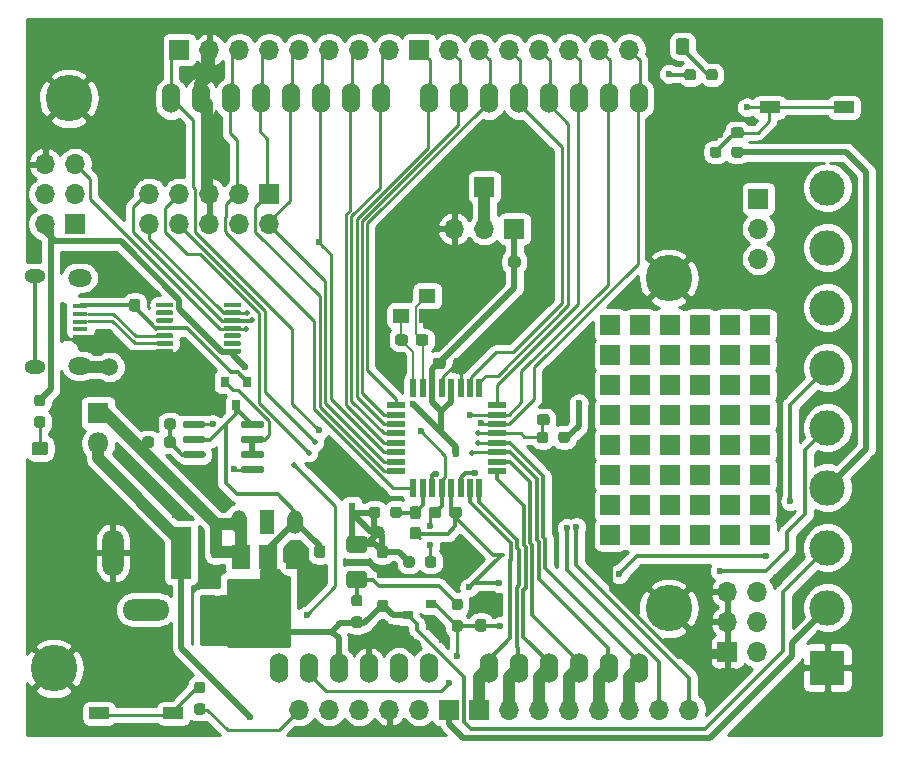
<source format=gbr>
%TF.GenerationSoftware,KiCad,Pcbnew,(5.1.7)-1*%
%TF.CreationDate,2020-10-18T16:27:17+02:00*%
%TF.ProjectId,Atmega_328_breakout,41746d65-6761-45f3-9332-385f62726561,rev?*%
%TF.SameCoordinates,Original*%
%TF.FileFunction,Copper,L1,Top*%
%TF.FilePolarity,Positive*%
%FSLAX46Y46*%
G04 Gerber Fmt 4.6, Leading zero omitted, Abs format (unit mm)*
G04 Created by KiCad (PCBNEW (5.1.7)-1) date 2020-10-18 16:27:17*
%MOMM*%
%LPD*%
G01*
G04 APERTURE LIST*
%TA.AperFunction,SMDPad,CuDef*%
%ADD10R,1.500000X2.000000*%
%TD*%
%TA.AperFunction,SMDPad,CuDef*%
%ADD11R,4.000000X2.000000*%
%TD*%
%TA.AperFunction,SMDPad,CuDef*%
%ADD12R,0.600000X1.100000*%
%TD*%
%TA.AperFunction,ComponentPad*%
%ADD13O,1.700000X1.700000*%
%TD*%
%TA.AperFunction,ComponentPad*%
%ADD14R,1.700000X1.700000*%
%TD*%
%TA.AperFunction,SMDPad,CuDef*%
%ADD15R,1.400000X1.200000*%
%TD*%
%TA.AperFunction,ComponentPad*%
%ADD16C,3.937000*%
%TD*%
%TA.AperFunction,ComponentPad*%
%ADD17O,1.524000X2.540000*%
%TD*%
%TA.AperFunction,SMDPad,CuDef*%
%ADD18R,1.700000X1.000000*%
%TD*%
%TA.AperFunction,ComponentPad*%
%ADD19R,1.800000X4.400000*%
%TD*%
%TA.AperFunction,ComponentPad*%
%ADD20O,1.800000X4.000000*%
%TD*%
%TA.AperFunction,ComponentPad*%
%ADD21O,4.000000X1.800000*%
%TD*%
%TA.AperFunction,ComponentPad*%
%ADD22C,3.000000*%
%TD*%
%TA.AperFunction,ComponentPad*%
%ADD23R,3.000000X3.000000*%
%TD*%
%TA.AperFunction,ComponentPad*%
%ADD24O,1.300000X2.000000*%
%TD*%
%TA.AperFunction,ComponentPad*%
%ADD25R,1.300000X2.000000*%
%TD*%
%TA.AperFunction,SMDPad,CuDef*%
%ADD26R,0.900000X0.800000*%
%TD*%
%TA.AperFunction,SMDPad,CuDef*%
%ADD27R,1.600000X0.550000*%
%TD*%
%TA.AperFunction,SMDPad,CuDef*%
%ADD28R,0.550000X1.600000*%
%TD*%
%TA.AperFunction,SMDPad,CuDef*%
%ADD29R,0.800000X0.900000*%
%TD*%
%TA.AperFunction,ComponentPad*%
%ADD30O,1.800000X1.150000*%
%TD*%
%TA.AperFunction,ComponentPad*%
%ADD31O,2.000000X1.450000*%
%TD*%
%TA.AperFunction,SMDPad,CuDef*%
%ADD32R,1.300000X0.450000*%
%TD*%
%TA.AperFunction,ComponentPad*%
%ADD33O,1.800000X1.800000*%
%TD*%
%TA.AperFunction,ComponentPad*%
%ADD34R,1.800000X1.800000*%
%TD*%
%TA.AperFunction,ViaPad*%
%ADD35C,0.600000*%
%TD*%
%TA.AperFunction,ViaPad*%
%ADD36C,1.000000*%
%TD*%
%TA.AperFunction,ViaPad*%
%ADD37C,0.500000*%
%TD*%
%TA.AperFunction,ViaPad*%
%ADD38C,1.500000*%
%TD*%
%TA.AperFunction,Conductor*%
%ADD39C,0.350000*%
%TD*%
%TA.AperFunction,Conductor*%
%ADD40C,0.250000*%
%TD*%
%TA.AperFunction,Conductor*%
%ADD41C,1.000000*%
%TD*%
%TA.AperFunction,Conductor*%
%ADD42C,0.500000*%
%TD*%
%TA.AperFunction,Conductor*%
%ADD43C,0.160000*%
%TD*%
%TA.AperFunction,Conductor*%
%ADD44C,0.254000*%
%TD*%
%TA.AperFunction,Conductor*%
%ADD45C,0.100000*%
%TD*%
G04 APERTURE END LIST*
%TO.P,U3,8*%
%TO.N,+5V*%
%TA.AperFunction,SMDPad,CuDef*%
G36*
G01*
X69100000Y-89175000D02*
X69100000Y-88875000D01*
G75*
G02*
X69250000Y-88725000I150000J0D01*
G01*
X70900000Y-88725000D01*
G75*
G02*
X71050000Y-88875000I0J-150000D01*
G01*
X71050000Y-89175000D01*
G75*
G02*
X70900000Y-89325000I-150000J0D01*
G01*
X69250000Y-89325000D01*
G75*
G02*
X69100000Y-89175000I0J150000D01*
G01*
G37*
%TD.AperFunction*%
%TO.P,U3,7*%
%TO.N,Net-(Q1-Pad2)*%
%TA.AperFunction,SMDPad,CuDef*%
G36*
G01*
X69100000Y-90445000D02*
X69100000Y-90145000D01*
G75*
G02*
X69250000Y-89995000I150000J0D01*
G01*
X70900000Y-89995000D01*
G75*
G02*
X71050000Y-90145000I0J-150000D01*
G01*
X71050000Y-90445000D01*
G75*
G02*
X70900000Y-90595000I-150000J0D01*
G01*
X69250000Y-90595000D01*
G75*
G02*
X69100000Y-90445000I0J150000D01*
G01*
G37*
%TD.AperFunction*%
%TO.P,U3,6*%
%TA.AperFunction,SMDPad,CuDef*%
G36*
G01*
X69100000Y-91715000D02*
X69100000Y-91415000D01*
G75*
G02*
X69250000Y-91265000I150000J0D01*
G01*
X70900000Y-91265000D01*
G75*
G02*
X71050000Y-91415000I0J-150000D01*
G01*
X71050000Y-91715000D01*
G75*
G02*
X70900000Y-91865000I-150000J0D01*
G01*
X69250000Y-91865000D01*
G75*
G02*
X69100000Y-91715000I0J150000D01*
G01*
G37*
%TD.AperFunction*%
%TO.P,U3,5*%
%TO.N,Net-(U3-Pad1)*%
%TA.AperFunction,SMDPad,CuDef*%
G36*
G01*
X69100000Y-92985000D02*
X69100000Y-92685000D01*
G75*
G02*
X69250000Y-92535000I150000J0D01*
G01*
X70900000Y-92535000D01*
G75*
G02*
X71050000Y-92685000I0J-150000D01*
G01*
X71050000Y-92985000D01*
G75*
G02*
X70900000Y-93135000I-150000J0D01*
G01*
X69250000Y-93135000D01*
G75*
G02*
X69100000Y-92985000I0J150000D01*
G01*
G37*
%TD.AperFunction*%
%TO.P,U3,4*%
%TO.N,GND*%
%TA.AperFunction,SMDPad,CuDef*%
G36*
G01*
X64150000Y-92985000D02*
X64150000Y-92685000D01*
G75*
G02*
X64300000Y-92535000I150000J0D01*
G01*
X65950000Y-92535000D01*
G75*
G02*
X66100000Y-92685000I0J-150000D01*
G01*
X66100000Y-92985000D01*
G75*
G02*
X65950000Y-93135000I-150000J0D01*
G01*
X64300000Y-93135000D01*
G75*
G02*
X64150000Y-92985000I0J150000D01*
G01*
G37*
%TD.AperFunction*%
%TO.P,U3,3*%
%TO.N,Net-(R1-Pad2)*%
%TA.AperFunction,SMDPad,CuDef*%
G36*
G01*
X64150000Y-91715000D02*
X64150000Y-91415000D01*
G75*
G02*
X64300000Y-91265000I150000J0D01*
G01*
X65950000Y-91265000D01*
G75*
G02*
X66100000Y-91415000I0J-150000D01*
G01*
X66100000Y-91715000D01*
G75*
G02*
X65950000Y-91865000I-150000J0D01*
G01*
X64300000Y-91865000D01*
G75*
G02*
X64150000Y-91715000I0J150000D01*
G01*
G37*
%TD.AperFunction*%
%TO.P,U3,2*%
%TO.N,+5V*%
%TA.AperFunction,SMDPad,CuDef*%
G36*
G01*
X64150000Y-90445000D02*
X64150000Y-90145000D01*
G75*
G02*
X64300000Y-89995000I150000J0D01*
G01*
X65950000Y-89995000D01*
G75*
G02*
X66100000Y-90145000I0J-150000D01*
G01*
X66100000Y-90445000D01*
G75*
G02*
X65950000Y-90595000I-150000J0D01*
G01*
X64300000Y-90595000D01*
G75*
G02*
X64150000Y-90445000I0J150000D01*
G01*
G37*
%TD.AperFunction*%
%TO.P,U3,1*%
%TO.N,Net-(U3-Pad1)*%
%TA.AperFunction,SMDPad,CuDef*%
G36*
G01*
X64150000Y-89175000D02*
X64150000Y-88875000D01*
G75*
G02*
X64300000Y-88725000I150000J0D01*
G01*
X65950000Y-88725000D01*
G75*
G02*
X66100000Y-88875000I0J-150000D01*
G01*
X66100000Y-89175000D01*
G75*
G02*
X65950000Y-89325000I-150000J0D01*
G01*
X64300000Y-89325000D01*
G75*
G02*
X64150000Y-89175000I0J150000D01*
G01*
G37*
%TD.AperFunction*%
%TD*%
D10*
%TO.P,U1,1*%
%TO.N,GND*%
X73675000Y-100250000D03*
%TO.P,U1,3*%
%TO.N,Net-(C2-Pad2)*%
X69075000Y-100250000D03*
%TO.P,U1,2*%
%TO.N,+5V*%
X71375000Y-100250000D03*
D11*
X71375000Y-106550000D03*
%TD*%
D12*
%TO.P,D2,1*%
%TO.N,VCC*%
X78522000Y-96158000D03*
%TO.P,D2,2*%
%TO.N,GND*%
X78522000Y-93958000D03*
%TD*%
D13*
%TO.P,J20,8*%
%TO.N,ADC7*%
X107030000Y-113150000D03*
%TO.P,J20,7*%
%TO.N,ADC6*%
X104490000Y-113150000D03*
%TO.P,J20,6*%
%TO.N,PC5(SCL)*%
X101950000Y-113150000D03*
%TO.P,J20,5*%
%TO.N,PC4(SDA)*%
X99410000Y-113150000D03*
%TO.P,J20,4*%
%TO.N,PC3*%
X96870000Y-113150000D03*
%TO.P,J20,3*%
%TO.N,PC2*%
X94330000Y-113150000D03*
%TO.P,J20,2*%
%TO.N,PC1*%
X91790000Y-113150000D03*
D14*
%TO.P,J20,1*%
%TO.N,PC0*%
X89250000Y-113150000D03*
%TD*%
D13*
%TO.P,J10,6*%
%TO.N,VCC*%
X112812000Y-103186000D03*
%TO.P,J10,5*%
%TO.N,GND*%
X110272000Y-103186000D03*
%TO.P,J10,4*%
%TO.N,VCC*%
X112812000Y-105726000D03*
%TO.P,J10,3*%
%TO.N,GND*%
X110272000Y-105726000D03*
%TO.P,J10,2*%
%TO.N,VCC*%
X112812000Y-108266000D03*
D14*
%TO.P,J10,1*%
%TO.N,GND*%
X110272000Y-108266000D03*
%TD*%
D13*
%TO.P,J22,8*%
%TO.N,PD0(RX)*%
X101981000Y-57277000D03*
%TO.P,J22,7*%
%TO.N,PD1(TX)*%
X99441000Y-57277000D03*
%TO.P,J22,6*%
%TO.N,PD2*%
X96901000Y-57277000D03*
%TO.P,J22,5*%
%TO.N,PD3*%
X94361000Y-57277000D03*
%TO.P,J22,4*%
%TO.N,PD4*%
X91821000Y-57277000D03*
%TO.P,J22,3*%
%TO.N,PD5*%
X89281000Y-57277000D03*
%TO.P,J22,2*%
%TO.N,PD6*%
X86741000Y-57277000D03*
D14*
%TO.P,J22,1*%
%TO.N,PD7*%
X84201000Y-57277000D03*
%TD*%
D13*
%TO.P,J21,8*%
%TO.N,PB0*%
X81661000Y-57277000D03*
%TO.P,J21,7*%
%TO.N,PB1*%
X79121000Y-57277000D03*
%TO.P,J21,6*%
%TO.N,PB2*%
X76581000Y-57277000D03*
%TO.P,J21,5*%
%TO.N,PB3*%
X74041000Y-57277000D03*
%TO.P,J21,4*%
%TO.N,PB4*%
X71501000Y-57277000D03*
%TO.P,J21,3*%
%TO.N,PB5*%
X68961000Y-57277000D03*
%TO.P,J21,2*%
%TO.N,GND*%
X66421000Y-57277000D03*
D14*
%TO.P,J21,1*%
%TO.N,AREF*%
X63881000Y-57277000D03*
%TD*%
D13*
%TO.P,J19,6*%
%TO.N,~RESET*%
X74041000Y-113157000D03*
%TO.P,J19,5*%
%TO.N,+3V3*%
X76581000Y-113157000D03*
%TO.P,J19,4*%
%TO.N,+5V*%
X79121000Y-113157000D03*
%TO.P,J19,3*%
%TO.N,GND*%
X81661000Y-113157000D03*
%TO.P,J19,2*%
%TO.N,AGND*%
X84201000Y-113157000D03*
D14*
%TO.P,J19,1*%
%TO.N,V_supply*%
X86741000Y-113157000D03*
%TD*%
D15*
%TO.P,Y1,4*%
%TO.N,GND*%
X82672000Y-78118000D03*
%TO.P,Y1,3*%
%TO.N,XTAL1(PB6)*%
X84872000Y-78118000D03*
%TO.P,Y1,2*%
%TO.N,GND*%
X84872000Y-79818000D03*
%TO.P,Y1,1*%
%TO.N,XTAL2(PB7)*%
X82672000Y-79818000D03*
%TD*%
D14*
%TO.P,J18,3*%
%TO.N,Net-(J18-Pad1)*%
X113066000Y-98360000D03*
%TO.P,J18,2*%
X110526000Y-98360000D03*
%TO.P,J18,1*%
X107986000Y-98360000D03*
%TD*%
%TO.P,J17,3*%
%TO.N,Net-(J17-Pad1)*%
X105446000Y-98360000D03*
%TO.P,J17,2*%
X102906000Y-98360000D03*
%TO.P,J17,1*%
X100366000Y-98360000D03*
%TD*%
%TO.P,J16,3*%
%TO.N,Net-(J16-Pad1)*%
X113066000Y-95820000D03*
%TO.P,J16,2*%
X110526000Y-95820000D03*
%TO.P,J16,1*%
X107986000Y-95820000D03*
%TD*%
%TO.P,J15,3*%
%TO.N,Net-(J15-Pad1)*%
X105446000Y-95820000D03*
%TO.P,J15,2*%
X102906000Y-95820000D03*
%TO.P,J15,1*%
X100366000Y-95820000D03*
%TD*%
%TO.P,J14,3*%
%TO.N,Net-(J14-Pad1)*%
X113066000Y-93280000D03*
%TO.P,J14,2*%
X110526000Y-93280000D03*
%TO.P,J14,1*%
X107986000Y-93280000D03*
%TD*%
%TO.P,J13,3*%
%TO.N,Net-(J13-Pad1)*%
X105446000Y-93280000D03*
%TO.P,J13,2*%
X102906000Y-93280000D03*
%TO.P,J13,1*%
X100366000Y-93280000D03*
%TD*%
%TO.P,J12,3*%
%TO.N,Net-(J12-Pad1)*%
X113066000Y-90740000D03*
%TO.P,J12,2*%
X110526000Y-90740000D03*
%TO.P,J12,1*%
X107986000Y-90740000D03*
%TD*%
%TO.P,J11,3*%
%TO.N,Net-(J11-Pad1)*%
X105446000Y-90740000D03*
%TO.P,J11,2*%
X102906000Y-90740000D03*
%TO.P,J11,1*%
X100366000Y-90740000D03*
%TD*%
%TO.P,J9,3*%
%TO.N,Net-(J9-Pad1)*%
X105446000Y-88200000D03*
%TO.P,J9,2*%
X102906000Y-88200000D03*
%TO.P,J9,1*%
X100366000Y-88200000D03*
%TD*%
%TO.P,J8,3*%
%TO.N,Net-(J8-Pad1)*%
X113066000Y-88200000D03*
%TO.P,J8,2*%
X110526000Y-88200000D03*
%TO.P,J8,1*%
X107986000Y-88200000D03*
%TD*%
%TO.P,J7,3*%
%TO.N,Net-(J7-Pad1)*%
X105446000Y-85660000D03*
%TO.P,J7,2*%
X102906000Y-85660000D03*
%TO.P,J7,1*%
X100366000Y-85660000D03*
%TD*%
%TO.P,J6,3*%
%TO.N,Net-(J6-Pad1)*%
X113066000Y-85660000D03*
%TO.P,J6,2*%
X110526000Y-85660000D03*
%TO.P,J6,1*%
X107986000Y-85660000D03*
%TD*%
%TO.P,J5,3*%
%TO.N,Net-(J5-Pad1)*%
X105446000Y-83120000D03*
%TO.P,J5,2*%
X102906000Y-83120000D03*
%TO.P,J5,1*%
X100366000Y-83120000D03*
%TD*%
%TO.P,J4,3*%
%TO.N,Net-(J4-Pad1)*%
X113066000Y-83120000D03*
%TO.P,J4,2*%
X110526000Y-83120000D03*
%TO.P,J4,1*%
X107986000Y-83120000D03*
%TD*%
%TO.P,J3,3*%
%TO.N,Net-(J3-Pad1)*%
X105446000Y-80580000D03*
%TO.P,J3,2*%
X102906000Y-80580000D03*
%TO.P,J3,1*%
X100366000Y-80580000D03*
%TD*%
%TO.P,J2,3*%
%TO.N,Net-(J2-Pad1)*%
X113066000Y-80580000D03*
%TO.P,J2,2*%
X110526000Y-80580000D03*
%TO.P,J2,1*%
X107986000Y-80580000D03*
%TD*%
D16*
%TO.P,SHIELD1,GNDS*%
%TO.N,GND*%
X53249000Y-109663000D03*
X54519000Y-61403000D03*
X105319000Y-76643000D03*
X105319000Y-104583000D03*
D17*
%TO.P,SHIELD1,5V*%
%TO.N,+5V*%
X77379000Y-109663000D03*
%TO.P,SHIELD1,AREF*%
%TO.N,AREF*%
X63155000Y-61403000D03*
%TO.P,SHIELD1,GND3*%
%TO.N,GND*%
X65695000Y-61403000D03*
%TO.P,SHIELD1,13*%
%TO.N,PB5*%
X68235000Y-61403000D03*
%TO.P,SHIELD1,12*%
%TO.N,PB4*%
X70775000Y-61403000D03*
%TO.P,SHIELD1,11*%
%TO.N,PB3*%
X73315000Y-61403000D03*
%TO.P,SHIELD1,10*%
%TO.N,PB2*%
X75855000Y-61403000D03*
%TO.P,SHIELD1,9*%
%TO.N,PB1*%
X78395000Y-61403000D03*
%TO.P,SHIELD1,8*%
%TO.N,PB0*%
X80935000Y-61403000D03*
%TO.P,SHIELD1,7*%
%TO.N,PD7*%
X84999000Y-61403000D03*
%TO.P,SHIELD1,6*%
%TO.N,PD6*%
X87539000Y-61403000D03*
%TO.P,SHIELD1,5*%
%TO.N,PD5*%
X90079000Y-61403000D03*
%TO.P,SHIELD1,4*%
%TO.N,PD4*%
X92619000Y-61403000D03*
%TO.P,SHIELD1,3*%
%TO.N,PD3*%
X95159000Y-61403000D03*
%TO.P,SHIELD1,2*%
%TO.N,PD2*%
X97699000Y-61403000D03*
%TO.P,SHIELD1,1*%
%TO.N,PD1(TX)*%
X100239000Y-61403000D03*
%TO.P,SHIELD1,0*%
%TO.N,PD0(RX)*%
X102779000Y-61403000D03*
%TO.P,SHIELD1,RST*%
%TO.N,~RESET*%
X72299000Y-109663000D03*
%TO.P,SHIELD1,3V3*%
%TO.N,+3V3*%
X74839000Y-109663000D03*
%TO.P,SHIELD1,GND1*%
%TO.N,GND*%
X79919000Y-109663000D03*
%TO.P,SHIELD1,GND2*%
%TO.N,AGND*%
X82459000Y-109663000D03*
%TO.P,SHIELD1,V_IN*%
%TO.N,V_supply*%
X84999000Y-109663000D03*
%TO.P,SHIELD1,AD2*%
%TO.N,PC2*%
X95159000Y-109663000D03*
%TO.P,SHIELD1,AD1*%
%TO.N,PC1*%
X92619000Y-109663000D03*
%TO.P,SHIELD1,AD0*%
%TO.N,PC0*%
X90079000Y-109663000D03*
%TO.P,SHIELD1,AD3*%
%TO.N,PC3*%
X97699000Y-109663000D03*
%TO.P,SHIELD1,AD4*%
%TO.N,PC4(SDA)*%
X100239000Y-109663000D03*
%TO.P,SHIELD1,AD5*%
%TO.N,PC5(SCL)*%
X102779000Y-109663000D03*
%TD*%
D18*
%TO.P,SW2,2*%
%TO.N,PD6*%
X120153000Y-62160000D03*
X113853000Y-62160000D03*
%TO.P,SW2,1*%
%TO.N,GND*%
X120153000Y-58360000D03*
X113853000Y-58360000D03*
%TD*%
%TO.P,SW1,2*%
%TO.N,GND*%
X57084000Y-109668000D03*
X63384000Y-109668000D03*
%TO.P,SW1,1*%
%TO.N,Net-(R7-Pad1)*%
X57084000Y-113468000D03*
X63384000Y-113468000D03*
%TD*%
%TO.P,R12,2*%
%TO.N,AVCC*%
%TA.AperFunction,SMDPad,CuDef*%
G36*
G01*
X81741000Y-96692500D02*
X81741000Y-96217500D01*
G75*
G02*
X81978500Y-95980000I237500J0D01*
G01*
X82478500Y-95980000D01*
G75*
G02*
X82716000Y-96217500I0J-237500D01*
G01*
X82716000Y-96692500D01*
G75*
G02*
X82478500Y-96930000I-237500J0D01*
G01*
X81978500Y-96930000D01*
G75*
G02*
X81741000Y-96692500I0J237500D01*
G01*
G37*
%TD.AperFunction*%
%TO.P,R12,1*%
%TO.N,VCC*%
%TA.AperFunction,SMDPad,CuDef*%
G36*
G01*
X79916000Y-96692500D02*
X79916000Y-96217500D01*
G75*
G02*
X80153500Y-95980000I237500J0D01*
G01*
X80653500Y-95980000D01*
G75*
G02*
X80891000Y-96217500I0J-237500D01*
G01*
X80891000Y-96692500D01*
G75*
G02*
X80653500Y-96930000I-237500J0D01*
G01*
X80153500Y-96930000D01*
G75*
G02*
X79916000Y-96692500I0J237500D01*
G01*
G37*
%TD.AperFunction*%
%TD*%
%TO.P,R11,2*%
%TO.N,AREF*%
%TA.AperFunction,SMDPad,CuDef*%
G36*
G01*
X84662000Y-100883500D02*
X84662000Y-100408500D01*
G75*
G02*
X84899500Y-100171000I237500J0D01*
G01*
X85399500Y-100171000D01*
G75*
G02*
X85637000Y-100408500I0J-237500D01*
G01*
X85637000Y-100883500D01*
G75*
G02*
X85399500Y-101121000I-237500J0D01*
G01*
X84899500Y-101121000D01*
G75*
G02*
X84662000Y-100883500I0J237500D01*
G01*
G37*
%TD.AperFunction*%
%TO.P,R11,1*%
%TO.N,VCC*%
%TA.AperFunction,SMDPad,CuDef*%
G36*
G01*
X82837000Y-100883500D02*
X82837000Y-100408500D01*
G75*
G02*
X83074500Y-100171000I237500J0D01*
G01*
X83574500Y-100171000D01*
G75*
G02*
X83812000Y-100408500I0J-237500D01*
G01*
X83812000Y-100883500D01*
G75*
G02*
X83574500Y-101121000I-237500J0D01*
G01*
X83074500Y-101121000D01*
G75*
G02*
X82837000Y-100883500I0J237500D01*
G01*
G37*
%TD.AperFunction*%
%TD*%
D19*
%TO.P,J1,1*%
%TO.N,V_supply*%
X64044000Y-99884000D03*
D20*
%TO.P,J1,2*%
%TO.N,GND*%
X58244000Y-99884000D03*
D21*
%TO.P,J1,3*%
%TO.N,Net-(J1-Pad3)*%
X61044000Y-104684000D03*
%TD*%
%TO.P,F1,2*%
%TO.N,VCC*%
%TA.AperFunction,SMDPad,CuDef*%
G36*
G01*
X79528000Y-99871000D02*
X78278000Y-99871000D01*
G75*
G02*
X78028000Y-99621000I0J250000D01*
G01*
X78028000Y-98696000D01*
G75*
G02*
X78278000Y-98446000I250000J0D01*
G01*
X79528000Y-98446000D01*
G75*
G02*
X79778000Y-98696000I0J-250000D01*
G01*
X79778000Y-99621000D01*
G75*
G02*
X79528000Y-99871000I-250000J0D01*
G01*
G37*
%TD.AperFunction*%
%TO.P,F1,1*%
%TO.N,Net-(F1-Pad1)*%
%TA.AperFunction,SMDPad,CuDef*%
G36*
G01*
X79528000Y-102846000D02*
X78278000Y-102846000D01*
G75*
G02*
X78028000Y-102596000I0J250000D01*
G01*
X78028000Y-101671000D01*
G75*
G02*
X78278000Y-101421000I250000J0D01*
G01*
X79528000Y-101421000D01*
G75*
G02*
X79778000Y-101671000I0J-250000D01*
G01*
X79778000Y-102596000D01*
G75*
G02*
X79528000Y-102846000I-250000J0D01*
G01*
G37*
%TD.AperFunction*%
%TD*%
D22*
%TO.P,J27,9*%
%TO.N,Net-(J25-Pad1)*%
X118745000Y-68961000D03*
%TO.P,J27,8*%
%TO.N,Net-(J25-Pad2)*%
X118745000Y-74041000D03*
%TO.P,J27,7*%
%TO.N,Net-(J25-Pad3)*%
X118745000Y-79121000D03*
%TO.P,J27,6*%
%TO.N,AGND*%
X118745000Y-84201000D03*
%TO.P,J27,5*%
%TO.N,+3V3*%
X118745000Y-89281000D03*
%TO.P,J27,4*%
%TO.N,VCC*%
X118745000Y-94361000D03*
D23*
%TO.P,J27,1*%
%TO.N,GND*%
X118745000Y-109601000D03*
D22*
%TO.P,J27,3*%
%TO.N,+5V*%
X118745000Y-99441000D03*
%TO.P,J27,2*%
%TO.N,V_supply*%
X118745000Y-104521000D03*
%TD*%
D14*
%TO.P,J23,1*%
%TO.N,Net-(J23-Pad1)*%
X89698000Y-68896000D03*
%TD*%
D24*
%TO.P,U2,3*%
%TO.N,+5V*%
X73700000Y-97250000D03*
D25*
%TO.P,U2,2*%
%TO.N,GND*%
X71300000Y-97250000D03*
D24*
%TO.P,U2,1*%
%TO.N,Net-(C2-Pad2)*%
X68900000Y-97250000D03*
%TD*%
%TO.P,U6,14*%
%TO.N,GND*%
%TA.AperFunction,SMDPad,CuDef*%
G36*
G01*
X63375000Y-82700000D02*
X63375000Y-82900000D01*
G75*
G02*
X63275000Y-83000000I-100000J0D01*
G01*
X62000000Y-83000000D01*
G75*
G02*
X61900000Y-82900000I0J100000D01*
G01*
X61900000Y-82700000D01*
G75*
G02*
X62000000Y-82600000I100000J0D01*
G01*
X63275000Y-82600000D01*
G75*
G02*
X63375000Y-82700000I0J-100000D01*
G01*
G37*
%TD.AperFunction*%
%TO.P,U6,13*%
%TO.N,Net-(J28-Pad3)*%
%TA.AperFunction,SMDPad,CuDef*%
G36*
G01*
X63375000Y-82050000D02*
X63375000Y-82250000D01*
G75*
G02*
X63275000Y-82350000I-100000J0D01*
G01*
X62000000Y-82350000D01*
G75*
G02*
X61900000Y-82250000I0J100000D01*
G01*
X61900000Y-82050000D01*
G75*
G02*
X62000000Y-81950000I100000J0D01*
G01*
X63275000Y-81950000D01*
G75*
G02*
X63375000Y-82050000I0J-100000D01*
G01*
G37*
%TD.AperFunction*%
%TO.P,U6,12*%
%TO.N,Net-(J28-Pad2)*%
%TA.AperFunction,SMDPad,CuDef*%
G36*
G01*
X63375000Y-81400000D02*
X63375000Y-81600000D01*
G75*
G02*
X63275000Y-81700000I-100000J0D01*
G01*
X62000000Y-81700000D01*
G75*
G02*
X61900000Y-81600000I0J100000D01*
G01*
X61900000Y-81400000D01*
G75*
G02*
X62000000Y-81300000I100000J0D01*
G01*
X63275000Y-81300000D01*
G75*
G02*
X63375000Y-81400000I0J-100000D01*
G01*
G37*
%TD.AperFunction*%
%TO.P,U6,11*%
%TO.N,VUSB*%
%TA.AperFunction,SMDPad,CuDef*%
G36*
G01*
X63375000Y-80750000D02*
X63375000Y-80950000D01*
G75*
G02*
X63275000Y-81050000I-100000J0D01*
G01*
X62000000Y-81050000D01*
G75*
G02*
X61900000Y-80950000I0J100000D01*
G01*
X61900000Y-80750000D01*
G75*
G02*
X62000000Y-80650000I100000J0D01*
G01*
X63275000Y-80650000D01*
G75*
G02*
X63375000Y-80750000I0J-100000D01*
G01*
G37*
%TD.AperFunction*%
%TO.P,U6,10*%
%TO.N,Net-(U6-Pad10)*%
%TA.AperFunction,SMDPad,CuDef*%
G36*
G01*
X63375000Y-80100000D02*
X63375000Y-80300000D01*
G75*
G02*
X63275000Y-80400000I-100000J0D01*
G01*
X62000000Y-80400000D01*
G75*
G02*
X61900000Y-80300000I0J100000D01*
G01*
X61900000Y-80100000D01*
G75*
G02*
X62000000Y-80000000I100000J0D01*
G01*
X63275000Y-80000000D01*
G75*
G02*
X63375000Y-80100000I0J-100000D01*
G01*
G37*
%TD.AperFunction*%
%TO.P,U6,9*%
%TO.N,Net-(U6-Pad9)*%
%TA.AperFunction,SMDPad,CuDef*%
G36*
G01*
X63375000Y-79450000D02*
X63375000Y-79650000D01*
G75*
G02*
X63275000Y-79750000I-100000J0D01*
G01*
X62000000Y-79750000D01*
G75*
G02*
X61900000Y-79650000I0J100000D01*
G01*
X61900000Y-79450000D01*
G75*
G02*
X62000000Y-79350000I100000J0D01*
G01*
X63275000Y-79350000D01*
G75*
G02*
X63375000Y-79450000I0J-100000D01*
G01*
G37*
%TD.AperFunction*%
%TO.P,U6,8*%
%TO.N,Net-(U6-Pad8)*%
%TA.AperFunction,SMDPad,CuDef*%
G36*
G01*
X63375000Y-78800000D02*
X63375000Y-79000000D01*
G75*
G02*
X63275000Y-79100000I-100000J0D01*
G01*
X62000000Y-79100000D01*
G75*
G02*
X61900000Y-79000000I0J100000D01*
G01*
X61900000Y-78800000D01*
G75*
G02*
X62000000Y-78700000I100000J0D01*
G01*
X63275000Y-78700000D01*
G75*
G02*
X63375000Y-78800000I0J-100000D01*
G01*
G37*
%TD.AperFunction*%
%TO.P,U6,7*%
%TO.N,Net-(U6-Pad7)*%
%TA.AperFunction,SMDPad,CuDef*%
G36*
G01*
X69100000Y-78800000D02*
X69100000Y-79000000D01*
G75*
G02*
X69000000Y-79100000I-100000J0D01*
G01*
X67725000Y-79100000D01*
G75*
G02*
X67625000Y-79000000I0J100000D01*
G01*
X67625000Y-78800000D01*
G75*
G02*
X67725000Y-78700000I100000J0D01*
G01*
X69000000Y-78700000D01*
G75*
G02*
X69100000Y-78800000I0J-100000D01*
G01*
G37*
%TD.AperFunction*%
%TO.P,U6,6*%
%TO.N,PD0(RX)*%
%TA.AperFunction,SMDPad,CuDef*%
G36*
G01*
X69100000Y-79450000D02*
X69100000Y-79650000D01*
G75*
G02*
X69000000Y-79750000I-100000J0D01*
G01*
X67725000Y-79750000D01*
G75*
G02*
X67625000Y-79650000I0J100000D01*
G01*
X67625000Y-79450000D01*
G75*
G02*
X67725000Y-79350000I100000J0D01*
G01*
X69000000Y-79350000D01*
G75*
G02*
X69100000Y-79450000I0J-100000D01*
G01*
G37*
%TD.AperFunction*%
%TO.P,U6,5*%
%TO.N,PD1(TX)*%
%TA.AperFunction,SMDPad,CuDef*%
G36*
G01*
X69100000Y-80100000D02*
X69100000Y-80300000D01*
G75*
G02*
X69000000Y-80400000I-100000J0D01*
G01*
X67725000Y-80400000D01*
G75*
G02*
X67625000Y-80300000I0J100000D01*
G01*
X67625000Y-80100000D01*
G75*
G02*
X67725000Y-80000000I100000J0D01*
G01*
X69000000Y-80000000D01*
G75*
G02*
X69100000Y-80100000I0J-100000D01*
G01*
G37*
%TD.AperFunction*%
%TO.P,U6,4*%
%TO.N,~RESET*%
%TA.AperFunction,SMDPad,CuDef*%
G36*
G01*
X69100000Y-80750000D02*
X69100000Y-80950000D01*
G75*
G02*
X69000000Y-81050000I-100000J0D01*
G01*
X67725000Y-81050000D01*
G75*
G02*
X67625000Y-80950000I0J100000D01*
G01*
X67625000Y-80750000D01*
G75*
G02*
X67725000Y-80650000I100000J0D01*
G01*
X69000000Y-80650000D01*
G75*
G02*
X69100000Y-80750000I0J-100000D01*
G01*
G37*
%TD.AperFunction*%
%TO.P,U6,3*%
%TO.N,Net-(U6-Pad3)*%
%TA.AperFunction,SMDPad,CuDef*%
G36*
G01*
X69100000Y-81400000D02*
X69100000Y-81600000D01*
G75*
G02*
X69000000Y-81700000I-100000J0D01*
G01*
X67725000Y-81700000D01*
G75*
G02*
X67625000Y-81600000I0J100000D01*
G01*
X67625000Y-81400000D01*
G75*
G02*
X67725000Y-81300000I100000J0D01*
G01*
X69000000Y-81300000D01*
G75*
G02*
X69100000Y-81400000I0J-100000D01*
G01*
G37*
%TD.AperFunction*%
%TO.P,U6,2*%
%TO.N,Net-(U6-Pad2)*%
%TA.AperFunction,SMDPad,CuDef*%
G36*
G01*
X69100000Y-82050000D02*
X69100000Y-82250000D01*
G75*
G02*
X69000000Y-82350000I-100000J0D01*
G01*
X67725000Y-82350000D01*
G75*
G02*
X67625000Y-82250000I0J100000D01*
G01*
X67625000Y-82050000D01*
G75*
G02*
X67725000Y-81950000I100000J0D01*
G01*
X69000000Y-81950000D01*
G75*
G02*
X69100000Y-82050000I0J-100000D01*
G01*
G37*
%TD.AperFunction*%
%TO.P,U6,1*%
%TO.N,VCC*%
%TA.AperFunction,SMDPad,CuDef*%
G36*
G01*
X69100000Y-82700000D02*
X69100000Y-82900000D01*
G75*
G02*
X69000000Y-83000000I-100000J0D01*
G01*
X67725000Y-83000000D01*
G75*
G02*
X67625000Y-82900000I0J100000D01*
G01*
X67625000Y-82700000D01*
G75*
G02*
X67725000Y-82600000I100000J0D01*
G01*
X69000000Y-82600000D01*
G75*
G02*
X69100000Y-82700000I0J-100000D01*
G01*
G37*
%TD.AperFunction*%
%TD*%
D26*
%TO.P,U5,3*%
%TO.N,+5V*%
X83200000Y-105150000D03*
%TO.P,U5,2*%
%TO.N,+3V3*%
X85200000Y-104200000D03*
%TO.P,U5,1*%
%TO.N,GND*%
X85200000Y-106100000D03*
%TD*%
D27*
%TO.P,U4,32*%
%TO.N,PD2*%
X90737000Y-87370000D03*
%TO.P,U4,31*%
%TO.N,PD1(TX)*%
X90737000Y-88170000D03*
%TO.P,U4,30*%
%TO.N,PD0(RX)*%
X90737000Y-88970000D03*
%TO.P,U4,29*%
%TO.N,~RESET*%
X90737000Y-89770000D03*
%TO.P,U4,28*%
%TO.N,PC5(SCL)*%
X90737000Y-90570000D03*
%TO.P,U4,27*%
%TO.N,PC4(SDA)*%
X90737000Y-91370000D03*
%TO.P,U4,26*%
%TO.N,PC3*%
X90737000Y-92170000D03*
%TO.P,U4,25*%
%TO.N,PC2*%
X90737000Y-92970000D03*
D28*
%TO.P,U4,24*%
%TO.N,PC1*%
X89287000Y-94420000D03*
%TO.P,U4,23*%
%TO.N,PC0*%
X88487000Y-94420000D03*
%TO.P,U4,22*%
%TO.N,ADC7*%
X87687000Y-94420000D03*
%TO.P,U4,21*%
%TO.N,AGND*%
X86887000Y-94420000D03*
%TO.P,U4,20*%
%TO.N,AREF*%
X86087000Y-94420000D03*
%TO.P,U4,19*%
%TO.N,ADC6*%
X85287000Y-94420000D03*
%TO.P,U4,18*%
%TO.N,AVCC*%
X84487000Y-94420000D03*
%TO.P,U4,17*%
%TO.N,PB5*%
X83687000Y-94420000D03*
D27*
%TO.P,U4,16*%
%TO.N,PB4*%
X82237000Y-92970000D03*
%TO.P,U4,15*%
%TO.N,PB3*%
X82237000Y-92170000D03*
%TO.P,U4,14*%
%TO.N,PB2*%
X82237000Y-91370000D03*
%TO.P,U4,13*%
%TO.N,PB1*%
X82237000Y-90570000D03*
%TO.P,U4,12*%
%TO.N,PB0*%
X82237000Y-89770000D03*
%TO.P,U4,11*%
%TO.N,PD7*%
X82237000Y-88970000D03*
%TO.P,U4,10*%
%TO.N,PD6*%
X82237000Y-88170000D03*
%TO.P,U4,9*%
%TO.N,PD5*%
X82237000Y-87370000D03*
D28*
%TO.P,U4,8*%
%TO.N,XTAL2(PB7)*%
X83687000Y-85920000D03*
%TO.P,U4,7*%
%TO.N,XTAL1(PB6)*%
X84487000Y-85920000D03*
%TO.P,U4,6*%
%TO.N,VCC*%
X85287000Y-85920000D03*
%TO.P,U4,5*%
%TO.N,GND*%
X86087000Y-85920000D03*
%TO.P,U4,4*%
%TO.N,VCC*%
X86887000Y-85920000D03*
%TO.P,U4,3*%
%TO.N,GND*%
X87687000Y-85920000D03*
%TO.P,U4,2*%
%TO.N,PD4*%
X88487000Y-85920000D03*
%TO.P,U4,1*%
%TO.N,PD3*%
X89287000Y-85920000D03*
%TD*%
D29*
%TO.P,Q1,3*%
%TO.N,+5V*%
X68700000Y-87400000D03*
%TO.P,Q1,2*%
%TO.N,Net-(Q1-Pad2)*%
X67750000Y-85400000D03*
%TO.P,Q1,1*%
%TO.N,VUSB*%
X69650000Y-85400000D03*
%TD*%
D30*
%TO.P,J28,6*%
%TO.N,Net-(J28-Pad6)*%
X51650000Y-84175000D03*
X51650000Y-76425000D03*
D31*
X55450000Y-84025000D03*
X55450000Y-76575000D03*
D32*
%TO.P,J28,5*%
%TO.N,GND*%
X55500000Y-81600000D03*
%TO.P,J28,4*%
%TO.N,Net-(J28-Pad4)*%
X55500000Y-80950000D03*
%TO.P,J28,3*%
%TO.N,Net-(J28-Pad3)*%
X55500000Y-80300000D03*
%TO.P,J28,2*%
%TO.N,Net-(J28-Pad2)*%
X55500000Y-79650000D03*
%TO.P,J28,1*%
%TO.N,VUSB*%
X55500000Y-79000000D03*
%TD*%
D13*
%TO.P,J26,10*%
%TO.N,PD0(RX)*%
X61340000Y-72040000D03*
%TO.P,J26,9*%
%TO.N,PD1(TX)*%
X61340000Y-69500000D03*
%TO.P,J26,8*%
%TO.N,PC5(SCL)*%
X63880000Y-72040000D03*
%TO.P,J26,7*%
%TO.N,PC4(SDA)*%
X63880000Y-69500000D03*
%TO.P,J26,6*%
%TO.N,GND*%
X66420000Y-72040000D03*
%TO.P,J26,5*%
X66420000Y-69500000D03*
%TO.P,J26,4*%
%TO.N,PB2*%
X68960000Y-72040000D03*
%TO.P,J26,3*%
%TO.N,PB5*%
X68960000Y-69500000D03*
%TO.P,J26,2*%
%TO.N,PB3*%
X71500000Y-72040000D03*
D14*
%TO.P,J26,1*%
%TO.N,PB4*%
X71500000Y-69500000D03*
%TD*%
D13*
%TO.P,J25,3*%
%TO.N,Net-(J25-Pad3)*%
X112900000Y-74980000D03*
%TO.P,J25,2*%
%TO.N,Net-(J25-Pad2)*%
X112900000Y-72440000D03*
D14*
%TO.P,J25,1*%
%TO.N,Net-(J25-Pad1)*%
X112900000Y-69900000D03*
%TD*%
D13*
%TO.P,J24,3*%
%TO.N,GND*%
X87158000Y-72452000D03*
%TO.P,J24,2*%
%TO.N,Net-(J23-Pad1)*%
X89698000Y-72452000D03*
D14*
%TO.P,J24,1*%
%TO.N,VCC*%
X92238000Y-72452000D03*
%TD*%
D13*
%TO.P,ISP1,6*%
%TO.N,GND*%
X52510000Y-66970000D03*
%TO.P,ISP1,5*%
%TO.N,~RESET*%
X55050000Y-66970000D03*
%TO.P,ISP1,4*%
%TO.N,PB3*%
X52510000Y-69510000D03*
%TO.P,ISP1,3*%
%TO.N,PB5*%
X55050000Y-69510000D03*
%TO.P,ISP1,2*%
%TO.N,VCC*%
X52510000Y-72050000D03*
D14*
%TO.P,ISP1,1*%
%TO.N,PB4*%
X55050000Y-72050000D03*
%TD*%
%TO.P,D4,2*%
%TO.N,Net-(D4-Pad2)*%
%TA.AperFunction,SMDPad,CuDef*%
G36*
G01*
X107050000Y-56549999D02*
X107050000Y-57450001D01*
G75*
G02*
X106800001Y-57700000I-249999J0D01*
G01*
X106149999Y-57700000D01*
G75*
G02*
X105900000Y-57450001I0J249999D01*
G01*
X105900000Y-56549999D01*
G75*
G02*
X106149999Y-56300000I249999J0D01*
G01*
X106800001Y-56300000D01*
G75*
G02*
X107050000Y-56549999I0J-249999D01*
G01*
G37*
%TD.AperFunction*%
%TO.P,D4,1*%
%TO.N,GND*%
%TA.AperFunction,SMDPad,CuDef*%
G36*
G01*
X109100000Y-56549999D02*
X109100000Y-57450001D01*
G75*
G02*
X108850001Y-57700000I-249999J0D01*
G01*
X108199999Y-57700000D01*
G75*
G02*
X107950000Y-57450001I0J249999D01*
G01*
X107950000Y-56549999D01*
G75*
G02*
X108199999Y-56300000I249999J0D01*
G01*
X108850001Y-56300000D01*
G75*
G02*
X109100000Y-56549999I0J-249999D01*
G01*
G37*
%TD.AperFunction*%
%TD*%
%TO.P,D3,2*%
%TO.N,Net-(D3-Pad2)*%
%TA.AperFunction,SMDPad,CuDef*%
G36*
G01*
X52520001Y-91625000D02*
X51619999Y-91625000D01*
G75*
G02*
X51370000Y-91375001I0J249999D01*
G01*
X51370000Y-90724999D01*
G75*
G02*
X51619999Y-90475000I249999J0D01*
G01*
X52520001Y-90475000D01*
G75*
G02*
X52770000Y-90724999I0J-249999D01*
G01*
X52770000Y-91375001D01*
G75*
G02*
X52520001Y-91625000I-249999J0D01*
G01*
G37*
%TD.AperFunction*%
%TO.P,D3,1*%
%TO.N,GND*%
%TA.AperFunction,SMDPad,CuDef*%
G36*
G01*
X52520001Y-93675000D02*
X51619999Y-93675000D01*
G75*
G02*
X51370000Y-93425001I0J249999D01*
G01*
X51370000Y-92774999D01*
G75*
G02*
X51619999Y-92525000I249999J0D01*
G01*
X52520001Y-92525000D01*
G75*
G02*
X52770000Y-92774999I0J-249999D01*
G01*
X52770000Y-93425001D01*
G75*
G02*
X52520001Y-93675000I-249999J0D01*
G01*
G37*
%TD.AperFunction*%
%TD*%
D33*
%TO.P,D1,2*%
%TO.N,V_supply*%
X57000000Y-90600000D03*
D34*
%TO.P,D1,1*%
%TO.N,Net-(C2-Pad2)*%
X57000000Y-88060000D03*
%TD*%
%TO.P,C14,2*%
%TO.N,VUSB*%
%TA.AperFunction,SMDPad,CuDef*%
G36*
G01*
X59862500Y-78375000D02*
X60337500Y-78375000D01*
G75*
G02*
X60575000Y-78612500I0J-237500D01*
G01*
X60575000Y-79212500D01*
G75*
G02*
X60337500Y-79450000I-237500J0D01*
G01*
X59862500Y-79450000D01*
G75*
G02*
X59625000Y-79212500I0J237500D01*
G01*
X59625000Y-78612500D01*
G75*
G02*
X59862500Y-78375000I237500J0D01*
G01*
G37*
%TD.AperFunction*%
%TO.P,C14,1*%
%TO.N,GND*%
%TA.AperFunction,SMDPad,CuDef*%
G36*
G01*
X59862500Y-76650000D02*
X60337500Y-76650000D01*
G75*
G02*
X60575000Y-76887500I0J-237500D01*
G01*
X60575000Y-77487500D01*
G75*
G02*
X60337500Y-77725000I-237500J0D01*
G01*
X59862500Y-77725000D01*
G75*
G02*
X59625000Y-77487500I0J237500D01*
G01*
X59625000Y-76887500D01*
G75*
G02*
X59862500Y-76650000I237500J0D01*
G01*
G37*
%TD.AperFunction*%
%TD*%
%TO.P,C13,2*%
%TO.N,PD6*%
%TA.AperFunction,SMDPad,CuDef*%
G36*
G01*
X110575000Y-64537500D02*
X110575000Y-64062500D01*
G75*
G02*
X110812500Y-63825000I237500J0D01*
G01*
X111412500Y-63825000D01*
G75*
G02*
X111650000Y-64062500I0J-237500D01*
G01*
X111650000Y-64537500D01*
G75*
G02*
X111412500Y-64775000I-237500J0D01*
G01*
X110812500Y-64775000D01*
G75*
G02*
X110575000Y-64537500I0J237500D01*
G01*
G37*
%TD.AperFunction*%
%TO.P,C13,1*%
%TO.N,GND*%
%TA.AperFunction,SMDPad,CuDef*%
G36*
G01*
X108850000Y-64537500D02*
X108850000Y-64062500D01*
G75*
G02*
X109087500Y-63825000I237500J0D01*
G01*
X109687500Y-63825000D01*
G75*
G02*
X109925000Y-64062500I0J-237500D01*
G01*
X109925000Y-64537500D01*
G75*
G02*
X109687500Y-64775000I-237500J0D01*
G01*
X109087500Y-64775000D01*
G75*
G02*
X108850000Y-64537500I0J237500D01*
G01*
G37*
%TD.AperFunction*%
%TD*%
%TO.P,C12,2*%
%TO.N,XTAL1(PB6)*%
%TA.AperFunction,SMDPad,CuDef*%
G36*
G01*
X84954500Y-81612500D02*
X84954500Y-82087500D01*
G75*
G02*
X84717000Y-82325000I-237500J0D01*
G01*
X84117000Y-82325000D01*
G75*
G02*
X83879500Y-82087500I0J237500D01*
G01*
X83879500Y-81612500D01*
G75*
G02*
X84117000Y-81375000I237500J0D01*
G01*
X84717000Y-81375000D01*
G75*
G02*
X84954500Y-81612500I0J-237500D01*
G01*
G37*
%TD.AperFunction*%
%TO.P,C12,1*%
%TO.N,GND*%
%TA.AperFunction,SMDPad,CuDef*%
G36*
G01*
X86679500Y-81612500D02*
X86679500Y-82087500D01*
G75*
G02*
X86442000Y-82325000I-237500J0D01*
G01*
X85842000Y-82325000D01*
G75*
G02*
X85604500Y-82087500I0J237500D01*
G01*
X85604500Y-81612500D01*
G75*
G02*
X85842000Y-81375000I237500J0D01*
G01*
X86442000Y-81375000D01*
G75*
G02*
X86679500Y-81612500I0J-237500D01*
G01*
G37*
%TD.AperFunction*%
%TD*%
%TO.P,C11,2*%
%TO.N,XTAL2(PB7)*%
%TA.AperFunction,SMDPad,CuDef*%
G36*
G01*
X82149000Y-82087500D02*
X82149000Y-81612500D01*
G75*
G02*
X82386500Y-81375000I237500J0D01*
G01*
X82986500Y-81375000D01*
G75*
G02*
X83224000Y-81612500I0J-237500D01*
G01*
X83224000Y-82087500D01*
G75*
G02*
X82986500Y-82325000I-237500J0D01*
G01*
X82386500Y-82325000D01*
G75*
G02*
X82149000Y-82087500I0J237500D01*
G01*
G37*
%TD.AperFunction*%
%TO.P,C11,1*%
%TO.N,GND*%
%TA.AperFunction,SMDPad,CuDef*%
G36*
G01*
X80424000Y-82087500D02*
X80424000Y-81612500D01*
G75*
G02*
X80661500Y-81375000I237500J0D01*
G01*
X81261500Y-81375000D01*
G75*
G02*
X81499000Y-81612500I0J-237500D01*
G01*
X81499000Y-82087500D01*
G75*
G02*
X81261500Y-82325000I-237500J0D01*
G01*
X80661500Y-82325000D01*
G75*
G02*
X80424000Y-82087500I0J237500D01*
G01*
G37*
%TD.AperFunction*%
%TD*%
%TO.P,C10,2*%
%TO.N,VCC*%
%TA.AperFunction,SMDPad,CuDef*%
G36*
G01*
X91700500Y-75483500D02*
X91700500Y-75008500D01*
G75*
G02*
X91938000Y-74771000I237500J0D01*
G01*
X92538000Y-74771000D01*
G75*
G02*
X92775500Y-75008500I0J-237500D01*
G01*
X92775500Y-75483500D01*
G75*
G02*
X92538000Y-75721000I-237500J0D01*
G01*
X91938000Y-75721000D01*
G75*
G02*
X91700500Y-75483500I0J237500D01*
G01*
G37*
%TD.AperFunction*%
%TO.P,C10,1*%
%TO.N,GND*%
%TA.AperFunction,SMDPad,CuDef*%
G36*
G01*
X89975500Y-75483500D02*
X89975500Y-75008500D01*
G75*
G02*
X90213000Y-74771000I237500J0D01*
G01*
X90813000Y-74771000D01*
G75*
G02*
X91050500Y-75008500I0J-237500D01*
G01*
X91050500Y-75483500D01*
G75*
G02*
X90813000Y-75721000I-237500J0D01*
G01*
X90213000Y-75721000D01*
G75*
G02*
X89975500Y-75483500I0J237500D01*
G01*
G37*
%TD.AperFunction*%
%TD*%
%TO.P,C9,2*%
%TO.N,GND*%
%TA.AperFunction,SMDPad,CuDef*%
G36*
G01*
X95875000Y-88837500D02*
X95875000Y-88362500D01*
G75*
G02*
X96112500Y-88125000I237500J0D01*
G01*
X96712500Y-88125000D01*
G75*
G02*
X96950000Y-88362500I0J-237500D01*
G01*
X96950000Y-88837500D01*
G75*
G02*
X96712500Y-89075000I-237500J0D01*
G01*
X96112500Y-89075000D01*
G75*
G02*
X95875000Y-88837500I0J237500D01*
G01*
G37*
%TD.AperFunction*%
%TO.P,C9,1*%
%TO.N,~RESET*%
%TA.AperFunction,SMDPad,CuDef*%
G36*
G01*
X94150000Y-88837500D02*
X94150000Y-88362500D01*
G75*
G02*
X94387500Y-88125000I237500J0D01*
G01*
X94987500Y-88125000D01*
G75*
G02*
X95225000Y-88362500I0J-237500D01*
G01*
X95225000Y-88837500D01*
G75*
G02*
X94987500Y-89075000I-237500J0D01*
G01*
X94387500Y-89075000D01*
G75*
G02*
X94150000Y-88837500I0J237500D01*
G01*
G37*
%TD.AperFunction*%
%TD*%
%TO.P,C8,2*%
%TO.N,GND*%
%TA.AperFunction,SMDPad,CuDef*%
G36*
G01*
X80824500Y-100971000D02*
X81299500Y-100971000D01*
G75*
G02*
X81537000Y-101208500I0J-237500D01*
G01*
X81537000Y-101808500D01*
G75*
G02*
X81299500Y-102046000I-237500J0D01*
G01*
X80824500Y-102046000D01*
G75*
G02*
X80587000Y-101808500I0J237500D01*
G01*
X80587000Y-101208500D01*
G75*
G02*
X80824500Y-100971000I237500J0D01*
G01*
G37*
%TD.AperFunction*%
%TO.P,C8,1*%
%TO.N,VCC*%
%TA.AperFunction,SMDPad,CuDef*%
G36*
G01*
X80824500Y-99246000D02*
X81299500Y-99246000D01*
G75*
G02*
X81537000Y-99483500I0J-237500D01*
G01*
X81537000Y-100083500D01*
G75*
G02*
X81299500Y-100321000I-237500J0D01*
G01*
X80824500Y-100321000D01*
G75*
G02*
X80587000Y-100083500I0J237500D01*
G01*
X80587000Y-99483500D01*
G75*
G02*
X80824500Y-99246000I237500J0D01*
G01*
G37*
%TD.AperFunction*%
%TD*%
%TO.P,C7,2*%
%TO.N,+3V3*%
%TA.AperFunction,SMDPad,CuDef*%
G36*
G01*
X89162500Y-105475000D02*
X89637500Y-105475000D01*
G75*
G02*
X89875000Y-105712500I0J-237500D01*
G01*
X89875000Y-106312500D01*
G75*
G02*
X89637500Y-106550000I-237500J0D01*
G01*
X89162500Y-106550000D01*
G75*
G02*
X88925000Y-106312500I0J237500D01*
G01*
X88925000Y-105712500D01*
G75*
G02*
X89162500Y-105475000I237500J0D01*
G01*
G37*
%TD.AperFunction*%
%TO.P,C7,1*%
%TO.N,GND*%
%TA.AperFunction,SMDPad,CuDef*%
G36*
G01*
X89162500Y-103750000D02*
X89637500Y-103750000D01*
G75*
G02*
X89875000Y-103987500I0J-237500D01*
G01*
X89875000Y-104587500D01*
G75*
G02*
X89637500Y-104825000I-237500J0D01*
G01*
X89162500Y-104825000D01*
G75*
G02*
X88925000Y-104587500I0J237500D01*
G01*
X88925000Y-103987500D01*
G75*
G02*
X89162500Y-103750000I237500J0D01*
G01*
G37*
%TD.AperFunction*%
%TD*%
%TO.P,C6,2*%
%TO.N,+5V*%
%TA.AperFunction,SMDPad,CuDef*%
G36*
G01*
X81337500Y-104925000D02*
X80862500Y-104925000D01*
G75*
G02*
X80625000Y-104687500I0J237500D01*
G01*
X80625000Y-104087500D01*
G75*
G02*
X80862500Y-103850000I237500J0D01*
G01*
X81337500Y-103850000D01*
G75*
G02*
X81575000Y-104087500I0J-237500D01*
G01*
X81575000Y-104687500D01*
G75*
G02*
X81337500Y-104925000I-237500J0D01*
G01*
G37*
%TD.AperFunction*%
%TO.P,C6,1*%
%TO.N,GND*%
%TA.AperFunction,SMDPad,CuDef*%
G36*
G01*
X81337500Y-106650000D02*
X80862500Y-106650000D01*
G75*
G02*
X80625000Y-106412500I0J237500D01*
G01*
X80625000Y-105812500D01*
G75*
G02*
X80862500Y-105575000I237500J0D01*
G01*
X81337500Y-105575000D01*
G75*
G02*
X81575000Y-105812500I0J-237500D01*
G01*
X81575000Y-106412500D01*
G75*
G02*
X81337500Y-106650000I-237500J0D01*
G01*
G37*
%TD.AperFunction*%
%TD*%
%TO.P,C5,2*%
%TO.N,+5V*%
%TA.AperFunction,SMDPad,CuDef*%
G36*
G01*
X76012500Y-100321000D02*
X75537500Y-100321000D01*
G75*
G02*
X75300000Y-100083500I0J237500D01*
G01*
X75300000Y-99483500D01*
G75*
G02*
X75537500Y-99246000I237500J0D01*
G01*
X76012500Y-99246000D01*
G75*
G02*
X76250000Y-99483500I0J-237500D01*
G01*
X76250000Y-100083500D01*
G75*
G02*
X76012500Y-100321000I-237500J0D01*
G01*
G37*
%TD.AperFunction*%
%TO.P,C5,1*%
%TO.N,GND*%
%TA.AperFunction,SMDPad,CuDef*%
G36*
G01*
X76012500Y-102046000D02*
X75537500Y-102046000D01*
G75*
G02*
X75300000Y-101808500I0J237500D01*
G01*
X75300000Y-101208500D01*
G75*
G02*
X75537500Y-100971000I237500J0D01*
G01*
X76012500Y-100971000D01*
G75*
G02*
X76250000Y-101208500I0J-237500D01*
G01*
X76250000Y-101808500D01*
G75*
G02*
X76012500Y-102046000I-237500J0D01*
G01*
G37*
%TD.AperFunction*%
%TD*%
%TO.P,C4,2*%
%TO.N,AREF*%
%TA.AperFunction,SMDPad,CuDef*%
G36*
G01*
X86071000Y-96217500D02*
X86071000Y-96692500D01*
G75*
G02*
X85833500Y-96930000I-237500J0D01*
G01*
X85233500Y-96930000D01*
G75*
G02*
X84996000Y-96692500I0J237500D01*
G01*
X84996000Y-96217500D01*
G75*
G02*
X85233500Y-95980000I237500J0D01*
G01*
X85833500Y-95980000D01*
G75*
G02*
X86071000Y-96217500I0J-237500D01*
G01*
G37*
%TD.AperFunction*%
%TO.P,C4,1*%
%TO.N,AGND*%
%TA.AperFunction,SMDPad,CuDef*%
G36*
G01*
X87796000Y-96217500D02*
X87796000Y-96692500D01*
G75*
G02*
X87558500Y-96930000I-237500J0D01*
G01*
X86958500Y-96930000D01*
G75*
G02*
X86721000Y-96692500I0J237500D01*
G01*
X86721000Y-96217500D01*
G75*
G02*
X86958500Y-95980000I237500J0D01*
G01*
X87558500Y-95980000D01*
G75*
G02*
X87796000Y-96217500I0J-237500D01*
G01*
G37*
%TD.AperFunction*%
%TD*%
%TO.P,C3,2*%
%TO.N,VCC*%
%TA.AperFunction,SMDPad,CuDef*%
G36*
G01*
X86423000Y-83588500D02*
X86423000Y-84063500D01*
G75*
G02*
X86185500Y-84301000I-237500J0D01*
G01*
X85585500Y-84301000D01*
G75*
G02*
X85348000Y-84063500I0J237500D01*
G01*
X85348000Y-83588500D01*
G75*
G02*
X85585500Y-83351000I237500J0D01*
G01*
X86185500Y-83351000D01*
G75*
G02*
X86423000Y-83588500I0J-237500D01*
G01*
G37*
%TD.AperFunction*%
%TO.P,C3,1*%
%TO.N,GND*%
%TA.AperFunction,SMDPad,CuDef*%
G36*
G01*
X88148000Y-83588500D02*
X88148000Y-84063500D01*
G75*
G02*
X87910500Y-84301000I-237500J0D01*
G01*
X87310500Y-84301000D01*
G75*
G02*
X87073000Y-84063500I0J237500D01*
G01*
X87073000Y-83588500D01*
G75*
G02*
X87310500Y-83351000I237500J0D01*
G01*
X87910500Y-83351000D01*
G75*
G02*
X88148000Y-83588500I0J-237500D01*
G01*
G37*
%TD.AperFunction*%
%TD*%
%TO.P,C2,2*%
%TO.N,Net-(C2-Pad2)*%
%TA.AperFunction,SMDPad,CuDef*%
G36*
G01*
X67237500Y-100321000D02*
X66762500Y-100321000D01*
G75*
G02*
X66525000Y-100083500I0J237500D01*
G01*
X66525000Y-99483500D01*
G75*
G02*
X66762500Y-99246000I237500J0D01*
G01*
X67237500Y-99246000D01*
G75*
G02*
X67475000Y-99483500I0J-237500D01*
G01*
X67475000Y-100083500D01*
G75*
G02*
X67237500Y-100321000I-237500J0D01*
G01*
G37*
%TD.AperFunction*%
%TO.P,C2,1*%
%TO.N,GND*%
%TA.AperFunction,SMDPad,CuDef*%
G36*
G01*
X67237500Y-102046000D02*
X66762500Y-102046000D01*
G75*
G02*
X66525000Y-101808500I0J237500D01*
G01*
X66525000Y-101208500D01*
G75*
G02*
X66762500Y-100971000I237500J0D01*
G01*
X67237500Y-100971000D01*
G75*
G02*
X67475000Y-101208500I0J-237500D01*
G01*
X67475000Y-101808500D01*
G75*
G02*
X67237500Y-102046000I-237500J0D01*
G01*
G37*
%TD.AperFunction*%
%TD*%
%TO.P,C1,2*%
%TO.N,AVCC*%
%TA.AperFunction,SMDPad,CuDef*%
G36*
G01*
X84093500Y-97019000D02*
X83618500Y-97019000D01*
G75*
G02*
X83381000Y-96781500I0J237500D01*
G01*
X83381000Y-96181500D01*
G75*
G02*
X83618500Y-95944000I237500J0D01*
G01*
X84093500Y-95944000D01*
G75*
G02*
X84331000Y-96181500I0J-237500D01*
G01*
X84331000Y-96781500D01*
G75*
G02*
X84093500Y-97019000I-237500J0D01*
G01*
G37*
%TD.AperFunction*%
%TO.P,C1,1*%
%TO.N,AGND*%
%TA.AperFunction,SMDPad,CuDef*%
G36*
G01*
X84093500Y-98744000D02*
X83618500Y-98744000D01*
G75*
G02*
X83381000Y-98506500I0J237500D01*
G01*
X83381000Y-97906500D01*
G75*
G02*
X83618500Y-97669000I237500J0D01*
G01*
X84093500Y-97669000D01*
G75*
G02*
X84331000Y-97906500I0J-237500D01*
G01*
X84331000Y-98506500D01*
G75*
G02*
X84093500Y-98744000I-237500J0D01*
G01*
G37*
%TD.AperFunction*%
%TD*%
%TO.P,R1,1*%
%TO.N,Net-(C2-Pad2)*%
%TA.AperFunction,SMDPad,CuDef*%
G36*
G01*
X60760000Y-90737500D02*
X60760000Y-90262500D01*
G75*
G02*
X60997500Y-90025000I237500J0D01*
G01*
X61497500Y-90025000D01*
G75*
G02*
X61735000Y-90262500I0J-237500D01*
G01*
X61735000Y-90737500D01*
G75*
G02*
X61497500Y-90975000I-237500J0D01*
G01*
X60997500Y-90975000D01*
G75*
G02*
X60760000Y-90737500I0J237500D01*
G01*
G37*
%TD.AperFunction*%
%TO.P,R1,2*%
%TO.N,Net-(R1-Pad2)*%
%TA.AperFunction,SMDPad,CuDef*%
G36*
G01*
X62585000Y-90737500D02*
X62585000Y-90262500D01*
G75*
G02*
X62822500Y-90025000I237500J0D01*
G01*
X63322500Y-90025000D01*
G75*
G02*
X63560000Y-90262500I0J-237500D01*
G01*
X63560000Y-90737500D01*
G75*
G02*
X63322500Y-90975000I-237500J0D01*
G01*
X62822500Y-90975000D01*
G75*
G02*
X62585000Y-90737500I0J237500D01*
G01*
G37*
%TD.AperFunction*%
%TD*%
%TO.P,R2,1*%
%TO.N,Net-(R1-Pad2)*%
%TA.AperFunction,SMDPad,CuDef*%
G36*
G01*
X63577500Y-88732500D02*
X63577500Y-89207500D01*
G75*
G02*
X63340000Y-89445000I-237500J0D01*
G01*
X62840000Y-89445000D01*
G75*
G02*
X62602500Y-89207500I0J237500D01*
G01*
X62602500Y-88732500D01*
G75*
G02*
X62840000Y-88495000I237500J0D01*
G01*
X63340000Y-88495000D01*
G75*
G02*
X63577500Y-88732500I0J-237500D01*
G01*
G37*
%TD.AperFunction*%
%TO.P,R2,2*%
%TO.N,GND*%
%TA.AperFunction,SMDPad,CuDef*%
G36*
G01*
X61752500Y-88732500D02*
X61752500Y-89207500D01*
G75*
G02*
X61515000Y-89445000I-237500J0D01*
G01*
X61015000Y-89445000D01*
G75*
G02*
X60777500Y-89207500I0J237500D01*
G01*
X60777500Y-88732500D01*
G75*
G02*
X61015000Y-88495000I237500J0D01*
G01*
X61515000Y-88495000D01*
G75*
G02*
X61752500Y-88732500I0J-237500D01*
G01*
G37*
%TD.AperFunction*%
%TD*%
%TO.P,R3,2*%
%TO.N,Net-(F1-Pad1)*%
%TA.AperFunction,SMDPad,CuDef*%
G36*
G01*
X87637500Y-104725000D02*
X87162500Y-104725000D01*
G75*
G02*
X86925000Y-104487500I0J237500D01*
G01*
X86925000Y-103987500D01*
G75*
G02*
X87162500Y-103750000I237500J0D01*
G01*
X87637500Y-103750000D01*
G75*
G02*
X87875000Y-103987500I0J-237500D01*
G01*
X87875000Y-104487500D01*
G75*
G02*
X87637500Y-104725000I-237500J0D01*
G01*
G37*
%TD.AperFunction*%
%TO.P,R3,1*%
%TO.N,+3V3*%
%TA.AperFunction,SMDPad,CuDef*%
G36*
G01*
X87637500Y-106550000D02*
X87162500Y-106550000D01*
G75*
G02*
X86925000Y-106312500I0J237500D01*
G01*
X86925000Y-105812500D01*
G75*
G02*
X87162500Y-105575000I237500J0D01*
G01*
X87637500Y-105575000D01*
G75*
G02*
X87875000Y-105812500I0J-237500D01*
G01*
X87875000Y-106312500D01*
G75*
G02*
X87637500Y-106550000I-237500J0D01*
G01*
G37*
%TD.AperFunction*%
%TD*%
%TO.P,R4,1*%
%TO.N,+5V*%
%TA.AperFunction,SMDPad,CuDef*%
G36*
G01*
X79140500Y-106237000D02*
X78665500Y-106237000D01*
G75*
G02*
X78428000Y-105999500I0J237500D01*
G01*
X78428000Y-105499500D01*
G75*
G02*
X78665500Y-105262000I237500J0D01*
G01*
X79140500Y-105262000D01*
G75*
G02*
X79378000Y-105499500I0J-237500D01*
G01*
X79378000Y-105999500D01*
G75*
G02*
X79140500Y-106237000I-237500J0D01*
G01*
G37*
%TD.AperFunction*%
%TO.P,R4,2*%
%TO.N,Net-(F1-Pad1)*%
%TA.AperFunction,SMDPad,CuDef*%
G36*
G01*
X79140500Y-104412000D02*
X78665500Y-104412000D01*
G75*
G02*
X78428000Y-104174500I0J237500D01*
G01*
X78428000Y-103674500D01*
G75*
G02*
X78665500Y-103437000I237500J0D01*
G01*
X79140500Y-103437000D01*
G75*
G02*
X79378000Y-103674500I0J-237500D01*
G01*
X79378000Y-104174500D01*
G75*
G02*
X79140500Y-104412000I-237500J0D01*
G01*
G37*
%TD.AperFunction*%
%TD*%
%TO.P,R5,1*%
%TO.N,VCC*%
%TA.AperFunction,SMDPad,CuDef*%
G36*
G01*
X51832500Y-86484000D02*
X52307500Y-86484000D01*
G75*
G02*
X52545000Y-86721500I0J-237500D01*
G01*
X52545000Y-87221500D01*
G75*
G02*
X52307500Y-87459000I-237500J0D01*
G01*
X51832500Y-87459000D01*
G75*
G02*
X51595000Y-87221500I0J237500D01*
G01*
X51595000Y-86721500D01*
G75*
G02*
X51832500Y-86484000I237500J0D01*
G01*
G37*
%TD.AperFunction*%
%TO.P,R5,2*%
%TO.N,Net-(D3-Pad2)*%
%TA.AperFunction,SMDPad,CuDef*%
G36*
G01*
X51832500Y-88309000D02*
X52307500Y-88309000D01*
G75*
G02*
X52545000Y-88546500I0J-237500D01*
G01*
X52545000Y-89046500D01*
G75*
G02*
X52307500Y-89284000I-237500J0D01*
G01*
X51832500Y-89284000D01*
G75*
G02*
X51595000Y-89046500I0J237500D01*
G01*
X51595000Y-88546500D01*
G75*
G02*
X51832500Y-88309000I237500J0D01*
G01*
G37*
%TD.AperFunction*%
%TD*%
%TO.P,R6,2*%
%TO.N,~RESET*%
%TA.AperFunction,SMDPad,CuDef*%
G36*
G01*
X95125000Y-89862500D02*
X95125000Y-90337500D01*
G75*
G02*
X94887500Y-90575000I-237500J0D01*
G01*
X94387500Y-90575000D01*
G75*
G02*
X94150000Y-90337500I0J237500D01*
G01*
X94150000Y-89862500D01*
G75*
G02*
X94387500Y-89625000I237500J0D01*
G01*
X94887500Y-89625000D01*
G75*
G02*
X95125000Y-89862500I0J-237500D01*
G01*
G37*
%TD.AperFunction*%
%TO.P,R6,1*%
%TO.N,VCC*%
%TA.AperFunction,SMDPad,CuDef*%
G36*
G01*
X96950000Y-89862500D02*
X96950000Y-90337500D01*
G75*
G02*
X96712500Y-90575000I-237500J0D01*
G01*
X96212500Y-90575000D01*
G75*
G02*
X95975000Y-90337500I0J237500D01*
G01*
X95975000Y-89862500D01*
G75*
G02*
X96212500Y-89625000I237500J0D01*
G01*
X96712500Y-89625000D01*
G75*
G02*
X96950000Y-89862500I0J-237500D01*
G01*
G37*
%TD.AperFunction*%
%TD*%
%TO.P,R7,2*%
%TO.N,~RESET*%
%TA.AperFunction,SMDPad,CuDef*%
G36*
G01*
X65362500Y-112625000D02*
X65837500Y-112625000D01*
G75*
G02*
X66075000Y-112862500I0J-237500D01*
G01*
X66075000Y-113362500D01*
G75*
G02*
X65837500Y-113600000I-237500J0D01*
G01*
X65362500Y-113600000D01*
G75*
G02*
X65125000Y-113362500I0J237500D01*
G01*
X65125000Y-112862500D01*
G75*
G02*
X65362500Y-112625000I237500J0D01*
G01*
G37*
%TD.AperFunction*%
%TO.P,R7,1*%
%TO.N,Net-(R7-Pad1)*%
%TA.AperFunction,SMDPad,CuDef*%
G36*
G01*
X65362500Y-110800000D02*
X65837500Y-110800000D01*
G75*
G02*
X66075000Y-111037500I0J-237500D01*
G01*
X66075000Y-111537500D01*
G75*
G02*
X65837500Y-111775000I-237500J0D01*
G01*
X65362500Y-111775000D01*
G75*
G02*
X65125000Y-111537500I0J237500D01*
G01*
X65125000Y-111037500D01*
G75*
G02*
X65362500Y-110800000I237500J0D01*
G01*
G37*
%TD.AperFunction*%
%TD*%
%TO.P,R8,2*%
%TO.N,Net-(D4-Pad2)*%
%TA.AperFunction,SMDPad,CuDef*%
G36*
G01*
X108475000Y-59637500D02*
X108475000Y-59162500D01*
G75*
G02*
X108712500Y-58925000I237500J0D01*
G01*
X109212500Y-58925000D01*
G75*
G02*
X109450000Y-59162500I0J-237500D01*
G01*
X109450000Y-59637500D01*
G75*
G02*
X109212500Y-59875000I-237500J0D01*
G01*
X108712500Y-59875000D01*
G75*
G02*
X108475000Y-59637500I0J237500D01*
G01*
G37*
%TD.AperFunction*%
%TO.P,R8,1*%
%TO.N,PD7*%
%TA.AperFunction,SMDPad,CuDef*%
G36*
G01*
X106650000Y-59637500D02*
X106650000Y-59162500D01*
G75*
G02*
X106887500Y-58925000I237500J0D01*
G01*
X107387500Y-58925000D01*
G75*
G02*
X107625000Y-59162500I0J-237500D01*
G01*
X107625000Y-59637500D01*
G75*
G02*
X107387500Y-59875000I-237500J0D01*
G01*
X106887500Y-59875000D01*
G75*
G02*
X106650000Y-59637500I0J237500D01*
G01*
G37*
%TD.AperFunction*%
%TD*%
%TO.P,R9,1*%
%TO.N,VCC*%
%TA.AperFunction,SMDPad,CuDef*%
G36*
G01*
X111600000Y-65712500D02*
X111600000Y-66187500D01*
G75*
G02*
X111362500Y-66425000I-237500J0D01*
G01*
X110862500Y-66425000D01*
G75*
G02*
X110625000Y-66187500I0J237500D01*
G01*
X110625000Y-65712500D01*
G75*
G02*
X110862500Y-65475000I237500J0D01*
G01*
X111362500Y-65475000D01*
G75*
G02*
X111600000Y-65712500I0J-237500D01*
G01*
G37*
%TD.AperFunction*%
%TO.P,R9,2*%
%TO.N,PD6*%
%TA.AperFunction,SMDPad,CuDef*%
G36*
G01*
X109775000Y-65712500D02*
X109775000Y-66187500D01*
G75*
G02*
X109537500Y-66425000I-237500J0D01*
G01*
X109037500Y-66425000D01*
G75*
G02*
X108800000Y-66187500I0J237500D01*
G01*
X108800000Y-65712500D01*
G75*
G02*
X109037500Y-65475000I237500J0D01*
G01*
X109537500Y-65475000D01*
G75*
G02*
X109775000Y-65712500I0J-237500D01*
G01*
G37*
%TD.AperFunction*%
%TD*%
D35*
%TO.N,GND*%
X67092000Y-102678000D03*
X77506000Y-93788000D03*
X81062000Y-77532000D03*
X90700000Y-103700000D03*
X86150000Y-107250000D03*
X89050000Y-83100000D03*
X66250000Y-94150000D03*
X63500000Y-96650000D03*
X96500000Y-85900000D03*
X58750000Y-77150000D03*
X86650000Y-80326000D03*
X75474000Y-102932000D03*
X82300000Y-101700000D03*
X87700000Y-99000000D03*
%TO.N,AREF*%
X85126000Y-99249000D03*
X85126000Y-97598000D03*
X84300000Y-89600000D03*
X75700000Y-89500000D03*
%TO.N,+3V3*%
X109637000Y-101408000D03*
X87400000Y-108600000D03*
X86700000Y-110900000D03*
X91000000Y-106100000D03*
D36*
%TO.N,VCC*%
X80808000Y-98106000D03*
D35*
X83699999Y-87300000D03*
X69400000Y-84100000D03*
X87300000Y-91500008D03*
X97700000Y-87200000D03*
%TO.N,AGND*%
X113574000Y-100138000D03*
X101128000Y-101662000D03*
X90968000Y-102424000D03*
X88428000Y-102805000D03*
X115600000Y-95500000D03*
%TO.N,PD6*%
X111923000Y-62165000D03*
%TO.N,V_supply*%
X69900000Y-113800000D03*
D37*
%TO.N,~RESET*%
X73600000Y-92400000D03*
X69500000Y-80900000D03*
X89170000Y-89770000D03*
D35*
X74675000Y-105150000D03*
%TO.N,ADC7*%
X88922583Y-93128048D03*
X97500000Y-97700000D03*
%TO.N,ADC6*%
X85583997Y-93175010D03*
X96704026Y-97780279D03*
D37*
%TO.N,PC5(SCL)*%
X89200000Y-90600006D03*
X75348000Y-90526000D03*
%TO.N,PC4(SDA)*%
X88700000Y-91400000D03*
X74848000Y-91426000D03*
D35*
%TO.N,PB2*%
X75700000Y-73600000D03*
%TO.N,PD0(RX)*%
X89400000Y-88900000D03*
D37*
X69600000Y-79600000D03*
D35*
%TO.N,PD1(TX)*%
X88500000Y-88200000D03*
D37*
X70000000Y-80200000D03*
D35*
%TO.N,PD7*%
X105348000Y-59326000D03*
D38*
%TO.N,Net-(J28-Pad6)*%
X57948000Y-84136000D03*
D35*
%TO.N,Net-(U3-Pad1)*%
X68500000Y-92800000D03*
X66700000Y-89000000D03*
%TD*%
D39*
%TO.N,AVCC*%
X84417000Y-94490000D02*
X84487000Y-94420000D01*
X84487000Y-95850500D02*
X83856000Y-96481500D01*
X84487000Y-94420000D02*
X84487000Y-95850500D01*
X82255000Y-96481500D02*
X82228500Y-96455000D01*
X83856000Y-96481500D02*
X82255000Y-96481500D01*
D40*
%TO.N,GND*%
X87687000Y-85920000D02*
X87687000Y-84700000D01*
X87687000Y-84700000D02*
X87687000Y-83837000D01*
D39*
X89300000Y-83100000D02*
X89050000Y-83100000D01*
X89300000Y-83100000D02*
X88946447Y-83100000D01*
X89300000Y-83100000D02*
X88424000Y-83100000D01*
X88424000Y-83100000D02*
X87698000Y-83826000D01*
X96500000Y-88600000D02*
X96500000Y-85900000D01*
X96500000Y-85200000D02*
X96400000Y-85100000D01*
D41*
X83800000Y-107700000D02*
X83600000Y-107700000D01*
X83600000Y-107700000D02*
X82400000Y-106500000D01*
D40*
X85200000Y-106100000D02*
X85200000Y-106300000D01*
X85200000Y-106300000D02*
X86150000Y-107250000D01*
X81100000Y-106200000D02*
X81500000Y-106200000D01*
X81500000Y-106200000D02*
X82600000Y-107300000D01*
D41*
X65588000Y-61270000D02*
X66208000Y-61890000D01*
X65588000Y-61270000D02*
X65588000Y-60212000D01*
X66421000Y-59379000D02*
X66421000Y-57277000D01*
X65588000Y-60212000D02*
X66421000Y-59379000D01*
X66208000Y-62908000D02*
X66208000Y-69426000D01*
X66208000Y-61890000D02*
X66208000Y-62908000D01*
X66208000Y-67907998D02*
X66208000Y-69426000D01*
D40*
X89600000Y-104000000D02*
X89400000Y-104200000D01*
D39*
X100400000Y-103000000D02*
X100400000Y-101100000D01*
X110100000Y-108680000D02*
X106080000Y-108680000D01*
X106080000Y-108680000D02*
X100400000Y-103000000D01*
X62865000Y-82842100D02*
X61857900Y-82842100D01*
X60100000Y-77100000D02*
X60825000Y-77100000D01*
X60825000Y-77100000D02*
X61600000Y-77875000D01*
X55864000Y-81564000D02*
X56754649Y-81564000D01*
X56754649Y-81564000D02*
X57399000Y-81564000D01*
D40*
X87473000Y-83826000D02*
X87698000Y-83826000D01*
D39*
X89400000Y-104200000D02*
X90200000Y-104200000D01*
X90200000Y-104200000D02*
X90900000Y-103500000D01*
X85200000Y-106100000D02*
X85400000Y-106100000D01*
D40*
X87687000Y-83837000D02*
X87698000Y-83826000D01*
X65786000Y-61341000D02*
X65786000Y-57912000D01*
X65786000Y-57912000D02*
X66421000Y-57277000D01*
D39*
X63400000Y-108800000D02*
X63400000Y-109050000D01*
D40*
X82600000Y-107300000D02*
X82600000Y-107300000D01*
X86150000Y-107250000D02*
X86300000Y-107400000D01*
D39*
X96500000Y-85900000D02*
X96500000Y-85200000D01*
D40*
X86087000Y-85059998D02*
X86087000Y-85920000D01*
X87320998Y-83826000D02*
X86087000Y-85059998D01*
X87610500Y-83826000D02*
X87320998Y-83826000D01*
X62637500Y-82800000D02*
X59340000Y-82800000D01*
X58140000Y-81600000D02*
X55500000Y-81600000D01*
X59340000Y-82800000D02*
X58140000Y-81600000D01*
%TO.N,AREF*%
X63048000Y-61270000D02*
X63070000Y-61270000D01*
X63070000Y-61270000D02*
X65032999Y-63232999D01*
X65032999Y-63232999D02*
X65032999Y-68913997D01*
X65200000Y-69080998D02*
X65200000Y-72700000D01*
X65032999Y-68913997D02*
X65200000Y-69080998D01*
X65200000Y-72700000D02*
X73449990Y-80949990D01*
X73449990Y-80949990D02*
X73449990Y-87249990D01*
X73449990Y-87249990D02*
X75700000Y-89500000D01*
X63246000Y-61341000D02*
X63200000Y-61295000D01*
X63200000Y-61295000D02*
X63200000Y-57958000D01*
X63200000Y-57958000D02*
X63881000Y-57277000D01*
X86087000Y-93681418D02*
X86087000Y-94420000D01*
X86338664Y-93429754D02*
X86087000Y-93681418D01*
X86338664Y-91638664D02*
X86338664Y-93429754D01*
X84300000Y-89600000D02*
X86338664Y-91638664D01*
D39*
X86087000Y-95901500D02*
X86087000Y-94420000D01*
X85533500Y-96455000D02*
X86087000Y-95901500D01*
D40*
X85126000Y-96862500D02*
X85533500Y-96455000D01*
X85126000Y-97598000D02*
X85126000Y-96862500D01*
X85126000Y-100622500D02*
X85149500Y-100646000D01*
X85126000Y-99249000D02*
X85126000Y-100622500D01*
D39*
%TO.N,+5V*%
X77272000Y-109530000D02*
X77272000Y-108772000D01*
X80900000Y-104100000D02*
X81100000Y-104300000D01*
D42*
X83200000Y-105150000D02*
X81950000Y-105150000D01*
X81950000Y-105150000D02*
X81100000Y-104300000D01*
D39*
X68700000Y-87400000D02*
X68700000Y-88100000D01*
X68700000Y-88100000D02*
X67950000Y-88850000D01*
X84000000Y-105900000D02*
X83250000Y-105150000D01*
X87966001Y-110391003D02*
X84000000Y-106425002D01*
X84000000Y-106425002D02*
X84000000Y-105900000D01*
X87966001Y-114217003D02*
X87966001Y-110391003D01*
X88548998Y-114800000D02*
X87966001Y-114217003D01*
X108413002Y-114800000D02*
X88548998Y-114800000D01*
X115000000Y-108213002D02*
X108413002Y-114800000D01*
X115000000Y-103186000D02*
X115000000Y-108213002D01*
X83250000Y-105150000D02*
X83200000Y-105150000D01*
X118745000Y-99441000D02*
X115000000Y-103186000D01*
X81100000Y-104387500D02*
X81003500Y-104387500D01*
D42*
X81003500Y-104387500D02*
X79538000Y-105853000D01*
X79538000Y-105853000D02*
X77506000Y-105853000D01*
X75775000Y-99325000D02*
X73700000Y-97250000D01*
X75775000Y-99783500D02*
X75775000Y-99325000D01*
X71375000Y-100250000D02*
X71375000Y-106550000D01*
X71375000Y-99575000D02*
X71375000Y-100250000D01*
X73700000Y-97250000D02*
X71375000Y-99575000D01*
X76809000Y-106550000D02*
X77506000Y-105853000D01*
X71375000Y-106550000D02*
X76809000Y-106550000D01*
X77379000Y-107120000D02*
X76809000Y-106550000D01*
X77379000Y-109663000D02*
X77379000Y-107120000D01*
D39*
X66505000Y-90295000D02*
X67950000Y-88850000D01*
X65125000Y-90295000D02*
X66505000Y-90295000D01*
X68700000Y-87650000D02*
X70075000Y-89025000D01*
X68700000Y-87400000D02*
X68700000Y-87650000D01*
X67824999Y-88975001D02*
X68700000Y-88100000D01*
X67824999Y-93974999D02*
X67824999Y-88975001D01*
X68775000Y-94925000D02*
X67824999Y-93974999D01*
X72200000Y-94925000D02*
X68775000Y-94925000D01*
X73700000Y-96425000D02*
X72200000Y-94925000D01*
X73700000Y-97250000D02*
X73700000Y-96425000D01*
D40*
%TO.N,+3V3*%
X87400000Y-106100000D02*
X87400000Y-108600000D01*
X76294000Y-111600000D02*
X86000000Y-111600000D01*
X86000000Y-111600000D02*
X86700000Y-110900000D01*
X74732000Y-110038000D02*
X76294000Y-111600000D01*
D39*
X118745000Y-89281000D02*
X116869999Y-91156001D01*
X116869999Y-91156001D02*
X116869999Y-96603359D01*
D40*
X74732000Y-109530000D02*
X74732000Y-110038000D01*
D39*
X89400000Y-106100000D02*
X91000000Y-106100000D01*
X85200000Y-104200000D02*
X85500000Y-104200000D01*
X85500000Y-104200000D02*
X87400000Y-106100000D01*
X89400000Y-106100000D02*
X87400000Y-106100000D01*
X109637000Y-101408000D02*
X113574000Y-101408000D01*
X113574000Y-101408000D02*
X115352000Y-99630000D01*
X115352000Y-98121358D02*
X116869999Y-96603359D01*
X115352000Y-99630000D02*
X115352000Y-98121358D01*
D42*
%TO.N,VCC*%
X111150000Y-65950000D02*
X120350000Y-65950000D01*
X120350000Y-65950000D02*
X122050000Y-67650000D01*
X122050000Y-67650000D02*
X122050000Y-91056000D01*
X122050000Y-91056000D02*
X118745000Y-94361000D01*
X52070000Y-86934000D02*
X53000000Y-86004000D01*
X53000000Y-72528000D02*
X52608000Y-72136000D01*
X86057000Y-87900000D02*
X86057000Y-89657000D01*
X87200000Y-91400008D02*
X87300000Y-91500008D01*
X86057000Y-89657000D02*
X87200000Y-90800000D01*
X87200000Y-90800000D02*
X87200000Y-91400008D01*
X83999998Y-87599999D02*
X83699999Y-87300000D01*
X87300000Y-90900001D02*
X83999998Y-87599999D01*
X87300000Y-91500008D02*
X87300000Y-90900001D01*
X85798000Y-83826000D02*
X86174000Y-83826000D01*
X96500000Y-90100000D02*
X96725000Y-90100000D01*
X96725000Y-90100000D02*
X97700000Y-89125000D01*
X97700000Y-89125000D02*
X97700000Y-88900000D01*
X97700000Y-88900000D02*
X97700000Y-87200000D01*
X86057000Y-87900000D02*
X85287000Y-87130000D01*
X85287000Y-87130000D02*
X85287000Y-85920000D01*
X86887000Y-85920000D02*
X86887000Y-87070000D01*
X86887000Y-87070000D02*
X86057000Y-87900000D01*
X85287000Y-85920000D02*
X85287000Y-84337000D01*
X85287000Y-84337000D02*
X85798000Y-83826000D01*
X78522000Y-98777500D02*
X78903000Y-99158500D01*
X78522000Y-96480500D02*
X78522000Y-98777500D01*
X80437000Y-99158500D02*
X81062000Y-99783500D01*
X78903000Y-99158500D02*
X80437000Y-99158500D01*
X80378000Y-96480500D02*
X80403500Y-96455000D01*
X78522000Y-96480500D02*
X80378000Y-96480500D01*
X81062000Y-99783500D02*
X82462000Y-99783500D01*
X80403500Y-97701500D02*
X80808000Y-98106000D01*
X80403500Y-96455000D02*
X80403500Y-97701500D01*
X80147500Y-98106000D02*
X78522000Y-96480500D01*
X80808000Y-98106000D02*
X80147500Y-98106000D01*
X79755500Y-99158500D02*
X80808000Y-98106000D01*
X78903000Y-99158500D02*
X79755500Y-99158500D01*
X81062000Y-98360000D02*
X80808000Y-98106000D01*
X81062000Y-99783500D02*
X81062000Y-98360000D01*
X82462000Y-99783500D02*
X83324500Y-100646000D01*
X53350000Y-73500000D02*
X52510000Y-72660000D01*
X52510000Y-72660000D02*
X52510000Y-72050000D01*
X63888501Y-78467299D02*
X58921202Y-73500000D01*
X58921202Y-73500000D02*
X53350000Y-73500000D01*
X63888501Y-79213401D02*
X63888501Y-78467299D01*
X67504500Y-82829400D02*
X63888501Y-79213401D01*
X68453000Y-82829400D02*
X67504500Y-82829400D01*
X68453000Y-83153000D02*
X68453000Y-82829400D01*
X69400000Y-84100000D02*
X68453000Y-83153000D01*
X53000000Y-72540000D02*
X52510000Y-72050000D01*
X53000000Y-86004000D02*
X53000000Y-72540000D01*
X92238000Y-72452000D02*
X92238000Y-73468000D01*
X92238000Y-77473500D02*
X92238000Y-75246000D01*
X85885500Y-83826000D02*
X92238000Y-77473500D01*
X92238000Y-75246000D02*
X92238000Y-72452000D01*
D40*
%TO.N,Net-(Q1-Pad2)*%
X71446501Y-88711499D02*
X68835002Y-86100000D01*
X68835002Y-86100000D02*
X68400000Y-86100000D01*
X67750000Y-85450000D02*
X67750000Y-85400000D01*
X68400000Y-86100000D02*
X67750000Y-85450000D01*
X71446501Y-89898499D02*
X71446501Y-88711499D01*
X71050000Y-90295000D02*
X71446501Y-89898499D01*
X70075000Y-90295000D02*
X71050000Y-90295000D01*
D42*
X70075000Y-91565000D02*
X70075000Y-90295000D01*
D39*
%TO.N,Net-(R1-Pad2)*%
X64137500Y-91565000D02*
X63072500Y-90500000D01*
D40*
X65125000Y-91565000D02*
X64137500Y-91565000D01*
X63090000Y-90482500D02*
X63072500Y-90500000D01*
D39*
X63090000Y-88970000D02*
X63090000Y-90482500D01*
D42*
%TO.N,Net-(C2-Pad2)*%
X57289498Y-88060000D02*
X57000000Y-88060000D01*
X68900000Y-100075000D02*
X69075000Y-100250000D01*
D41*
X67000000Y-97436740D02*
X67000000Y-99783500D01*
X63374990Y-93811730D02*
X67000000Y-97436740D01*
X63374990Y-93808250D02*
X63374990Y-93811730D01*
X57000000Y-88060000D02*
X57626740Y-88060000D01*
X68713260Y-97436740D02*
X68900000Y-97250000D01*
X67000000Y-97436740D02*
X68713260Y-97436740D01*
X68608500Y-99783500D02*
X69075000Y-100250000D01*
X67000000Y-99783500D02*
X68608500Y-99783500D01*
X69075000Y-97425000D02*
X68900000Y-97250000D01*
X69075000Y-100250000D02*
X69075000Y-97425000D01*
D42*
X67000000Y-99783500D02*
X67000000Y-99150000D01*
D40*
X61200000Y-90500000D02*
X60633370Y-91066630D01*
X61247500Y-90500000D02*
X61200000Y-90500000D01*
D41*
X60633370Y-91066630D02*
X63374990Y-93808250D01*
X57626740Y-88060000D02*
X60633370Y-91066630D01*
%TO.N,Net-(J23-Pad1)*%
X89698000Y-72452000D02*
X89698000Y-68896000D01*
D39*
%TO.N,AGND*%
X115600000Y-87346000D02*
X115600000Y-95075736D01*
X118745000Y-84201000D02*
X115600000Y-87346000D01*
X115600000Y-95075736D02*
X115600000Y-95500000D01*
X90451307Y-100028807D02*
X87258500Y-96836000D01*
X91249922Y-100028807D02*
X90451307Y-100028807D01*
X86887000Y-96083500D02*
X87258500Y-96455000D01*
X86887000Y-94420000D02*
X86887000Y-96083500D01*
D40*
X84263500Y-98614000D02*
X83856000Y-98206500D01*
D39*
X87258500Y-96455000D02*
X87258500Y-97624500D01*
X83922501Y-98273001D02*
X83856000Y-98206500D01*
X86609999Y-98273001D02*
X83922501Y-98273001D01*
X87258500Y-97624500D02*
X86609999Y-98273001D01*
X91249922Y-100028807D02*
X90825658Y-100028807D01*
X91204193Y-100028807D02*
X91249922Y-100028807D01*
X88428000Y-102805000D02*
X91204193Y-100028807D01*
X88809000Y-102424000D02*
X88428000Y-102805000D01*
X90968000Y-102424000D02*
X88809000Y-102424000D01*
X101128000Y-101662000D02*
X102652000Y-100138000D01*
X102652000Y-100138000D02*
X113066000Y-100138000D01*
X113066000Y-100138000D02*
X113574000Y-100138000D01*
D43*
%TO.N,XTAL1(PB6)*%
X84487000Y-81920000D02*
X84417000Y-81850000D01*
X84487000Y-85920000D02*
X84487000Y-81920000D01*
X83891999Y-79098001D02*
X84872000Y-78118000D01*
X83891999Y-81324999D02*
X83891999Y-79098001D01*
X84417000Y-81850000D02*
X83891999Y-81324999D01*
%TO.N,XTAL2(PB7)*%
X82686500Y-79832500D02*
X82672000Y-79818000D01*
X82686500Y-81850000D02*
X82686500Y-79832500D01*
X83687000Y-82850500D02*
X82686500Y-81850000D01*
X83687000Y-85920000D02*
X83687000Y-82850500D01*
D39*
%TO.N,PD6*%
X111200000Y-64300000D02*
X110900000Y-64300000D01*
X110900000Y-64300000D02*
X109250000Y-65950000D01*
X111200000Y-64300000D02*
X110975000Y-64300000D01*
D40*
X79349989Y-86332989D02*
X79349989Y-71763600D01*
X79349989Y-71763600D02*
X87432000Y-63681589D01*
X81187000Y-88170000D02*
X79349989Y-86332989D01*
X82237000Y-88170000D02*
X81187000Y-88170000D01*
X87432000Y-62790000D02*
X87432000Y-61270000D01*
X87432000Y-63681589D02*
X87432000Y-62790000D01*
X111186000Y-64314000D02*
X111200000Y-64300000D01*
X87630000Y-61341000D02*
X87630000Y-58166000D01*
X87630000Y-58166000D02*
X86741000Y-57277000D01*
X112836000Y-64300000D02*
X113828000Y-63308000D01*
X111200000Y-64300000D02*
X112836000Y-64300000D01*
X113828000Y-62185000D02*
X113853000Y-62160000D01*
X113828000Y-63308000D02*
X113828000Y-62185000D01*
X113848000Y-62165000D02*
X113853000Y-62160000D01*
X111923000Y-62165000D02*
X113848000Y-62165000D01*
X113853000Y-62160000D02*
X120153000Y-62160000D01*
D39*
%TO.N,VUSB*%
X69650000Y-85400000D02*
X69650000Y-85350000D01*
X61916500Y-80899000D02*
X60100000Y-79082500D01*
X60100000Y-79082500D02*
X60100000Y-79000000D01*
X68824999Y-84574999D02*
X69650000Y-85400000D01*
X68294999Y-84574999D02*
X68824999Y-84574999D01*
X64570000Y-80850000D02*
X68294999Y-84574999D01*
X62637500Y-80850000D02*
X64570000Y-80850000D01*
X55587500Y-78912500D02*
X55500000Y-79000000D01*
X60100000Y-78912500D02*
X55587500Y-78912500D01*
D42*
%TO.N,V_supply*%
X64625001Y-108525001D02*
X69900000Y-113800000D01*
X86741000Y-114357000D02*
X86741000Y-113157000D01*
X87933990Y-115549990D02*
X86741000Y-114357000D01*
X108850010Y-115549990D02*
X87933990Y-115549990D01*
X115750000Y-108650000D02*
X108850010Y-115549990D01*
X115750000Y-107516000D02*
X115750000Y-108650000D01*
X118745000Y-104521000D02*
X115750000Y-107516000D01*
D41*
X64044000Y-98916792D02*
X64044000Y-99884000D01*
X57000000Y-91872792D02*
X64044000Y-98916792D01*
X57000000Y-90600000D02*
X57000000Y-91872792D01*
D42*
X64044000Y-107944000D02*
X64625001Y-108525001D01*
X64044000Y-99884000D02*
X64044000Y-107944000D01*
D40*
%TO.N,Net-(D3-Pad2)*%
X52070000Y-90725000D02*
X52070000Y-88834000D01*
D39*
%TO.N,Net-(D4-Pad2)*%
X106150000Y-57000000D02*
X106250000Y-57000000D01*
X106250000Y-57000000D02*
X108650000Y-59400000D01*
X108650000Y-59400000D02*
X109000000Y-59400000D01*
D40*
%TO.N,~RESET*%
X65600000Y-113150000D02*
X66225000Y-113150000D01*
X66225000Y-113150000D02*
X67962001Y-114887001D01*
X67962001Y-114887001D02*
X72310999Y-114887001D01*
X72310999Y-114887001D02*
X73191001Y-114006999D01*
X73191001Y-114006999D02*
X74041000Y-113157000D01*
X94600000Y-90100000D02*
X94600000Y-88600000D01*
X92770000Y-89770000D02*
X93100000Y-90100000D01*
X93100000Y-90100000D02*
X94600000Y-90100000D01*
X92770000Y-89770000D02*
X90737000Y-89770000D01*
X69146447Y-80900000D02*
X69500000Y-80900000D01*
X67287942Y-80900000D02*
X69146447Y-80900000D01*
X56323001Y-69935059D02*
X67287942Y-80900000D01*
X56323001Y-68231001D02*
X56323001Y-69935059D01*
X55148000Y-67056000D02*
X56323001Y-68231001D01*
X90737000Y-89770000D02*
X89170000Y-89770000D01*
X90681000Y-89826000D02*
X90737000Y-89770000D01*
X73600000Y-92400000D02*
X77100000Y-95900000D01*
X77100000Y-95900000D02*
X77100000Y-102725000D01*
X77100000Y-102725000D02*
X74675000Y-105150000D01*
X74675000Y-105150000D02*
X74675000Y-105150000D01*
%TO.N,PB3*%
X73208000Y-61778000D02*
X73208000Y-61270000D01*
X73208000Y-70046000D02*
X73208000Y-61270000D01*
X71288000Y-71966000D02*
X73208000Y-70046000D01*
X76200022Y-76878022D02*
X72137999Y-72815999D01*
X82237000Y-92170000D02*
X81187000Y-92170000D01*
X72137999Y-72815999D02*
X71288000Y-71966000D01*
X81187000Y-92170000D02*
X76200022Y-87183022D01*
X76200022Y-87183022D02*
X76200022Y-76878022D01*
X73406000Y-61341000D02*
X73406000Y-57912000D01*
X73406000Y-57912000D02*
X74041000Y-57277000D01*
%TO.N,PB5*%
X83687000Y-94420000D02*
X82000590Y-94420000D01*
X82000590Y-94420000D02*
X75300000Y-87719410D01*
X75300000Y-87719410D02*
X75300000Y-80257002D01*
X75300000Y-80257002D02*
X67800000Y-72757002D01*
X67784999Y-72604001D02*
X67784999Y-71475999D01*
X67800000Y-72757002D02*
X67800000Y-72619002D01*
X67800000Y-72619002D02*
X67784999Y-72604001D01*
X67784999Y-71475999D02*
X67800000Y-71460998D01*
X67800000Y-71460998D02*
X67800000Y-70374000D01*
X67800000Y-70374000D02*
X67898001Y-70275999D01*
X67898001Y-70275999D02*
X68748000Y-69426000D01*
X68128000Y-64318000D02*
X68748000Y-64938000D01*
X68748000Y-64938000D02*
X68748000Y-69426000D01*
X68128000Y-64318000D02*
X68128000Y-61270000D01*
X68580000Y-69258000D02*
X68748000Y-69426000D01*
X68128000Y-61778000D02*
X68128000Y-61270000D01*
X68326000Y-61341000D02*
X68326000Y-61976000D01*
X68326000Y-61341000D02*
X68326000Y-57912000D01*
X68326000Y-57912000D02*
X68961000Y-57277000D01*
%TO.N,PB4*%
X71374000Y-61849000D02*
X70866000Y-61341000D01*
X70866000Y-57912000D02*
X71501000Y-57277000D01*
X70866000Y-61341000D02*
X70866000Y-57912000D01*
X82237000Y-92970000D02*
X81187000Y-92970000D01*
X81187000Y-92970000D02*
X75750011Y-87533011D01*
X71288000Y-64797998D02*
X70668000Y-64177998D01*
X75750011Y-87533011D02*
X75750011Y-78167013D01*
X75750011Y-78167013D02*
X70300000Y-72717002D01*
X70300000Y-72717002D02*
X70300000Y-70600000D01*
X70300000Y-70600000D02*
X71288000Y-69612000D01*
X71288000Y-69612000D02*
X71288000Y-64797998D01*
X70668000Y-64177998D02*
X70680002Y-64190000D01*
X70668000Y-61270000D02*
X70668000Y-64177998D01*
X70668000Y-61778000D02*
X70668000Y-61270000D01*
D39*
%TO.N,ADC7*%
X97500000Y-98124264D02*
X97500000Y-97700000D01*
X97500000Y-100877833D02*
X97500000Y-98124264D01*
X107061000Y-110438833D02*
X97500000Y-100877833D01*
X107061000Y-113157000D02*
X107061000Y-110438833D01*
X88922583Y-93128048D02*
X88071952Y-93128048D01*
X88071952Y-93128048D02*
X87687000Y-93513000D01*
X87687000Y-93513000D02*
X87687000Y-94420000D01*
%TO.N,ADC6*%
X85381990Y-93175010D02*
X85583997Y-93175010D01*
X85287000Y-93270000D02*
X85381990Y-93175010D01*
X85287000Y-94420000D02*
X85287000Y-93270000D01*
X104521000Y-109120004D02*
X96704026Y-101303030D01*
X104521000Y-113157000D02*
X104521000Y-109120004D01*
X96704026Y-101303030D02*
X96704026Y-98204543D01*
X96704026Y-98204543D02*
X96704026Y-97780279D01*
D41*
%TO.N,PC5(SCL)*%
X101981000Y-113157000D02*
X101981000Y-110347000D01*
X101981000Y-110347000D02*
X102724000Y-109604000D01*
D39*
X91887000Y-90570000D02*
X94674987Y-93357987D01*
X94674987Y-98551824D02*
X94850055Y-98726892D01*
X102672000Y-109022000D02*
X102672000Y-109530000D01*
X90737000Y-90570000D02*
X91887000Y-90570000D01*
X94850055Y-98726892D02*
X94850055Y-101200055D01*
X94850055Y-101200055D02*
X102672000Y-109022000D01*
X94674987Y-93357987D02*
X94674987Y-98551824D01*
D40*
X89230006Y-90570000D02*
X89200000Y-90600006D01*
X90737000Y-90570000D02*
X89230006Y-90570000D01*
X75348000Y-90526000D02*
X71100000Y-86278000D01*
X71100000Y-86278000D02*
X71100000Y-79398000D01*
X71100000Y-79398000D02*
X64517999Y-72815999D01*
X64517999Y-72815999D02*
X63668000Y-71966000D01*
D41*
%TO.N,PC4(SDA)*%
X99441000Y-113157000D02*
X99441000Y-110347000D01*
X99441000Y-110347000D02*
X100184000Y-109604000D01*
D40*
X63880000Y-69500000D02*
X62704999Y-70675001D01*
X62704999Y-70675001D02*
X62704999Y-72742001D01*
X62704999Y-72742001D02*
X64539008Y-74576010D01*
D39*
X91887000Y-91370000D02*
X90737000Y-91370000D01*
X94300044Y-98954714D02*
X94124976Y-98779646D01*
X100132000Y-109530000D02*
X100132000Y-107910000D01*
X94124976Y-93607976D02*
X91887000Y-91370000D01*
X94124976Y-98779646D02*
X94124976Y-93607976D01*
X100132000Y-107910000D02*
X94300044Y-102078044D01*
X94300044Y-102078044D02*
X94300044Y-98954714D01*
D40*
X88730000Y-91370000D02*
X88700000Y-91400000D01*
X90737000Y-91370000D02*
X88730000Y-91370000D01*
X65641601Y-74576011D02*
X64539008Y-74576010D01*
X70600000Y-79534410D02*
X65641601Y-74576011D01*
X70600000Y-87178000D02*
X70600000Y-79534410D01*
X74848000Y-91426000D02*
X70600000Y-87178000D01*
D41*
%TO.N,PC3*%
X96901000Y-113157000D02*
X96901000Y-110347000D01*
X96901000Y-110347000D02*
X97644000Y-109604000D01*
D39*
X97592000Y-109022000D02*
X97592000Y-109530000D01*
X93574965Y-99007468D02*
X93750033Y-99182536D01*
X93750033Y-105180033D02*
X97592000Y-109022000D01*
X93750033Y-99182536D02*
X93750033Y-105180033D01*
X91887000Y-92170000D02*
X93574965Y-93857965D01*
X93574965Y-93857965D02*
X93574965Y-99007468D01*
X90737000Y-92170000D02*
X91887000Y-92170000D01*
D41*
%TO.N,PC2*%
X94361000Y-113157000D02*
X94361000Y-110347000D01*
X94361000Y-110347000D02*
X95104000Y-109604000D01*
D39*
X95052000Y-109022000D02*
X92999978Y-106969978D01*
X93200022Y-102854649D02*
X93200022Y-99410358D01*
X92999978Y-103054693D02*
X93200022Y-102854649D01*
X95052000Y-109530000D02*
X95052000Y-109022000D01*
X93200022Y-99410358D02*
X93024954Y-99235290D01*
X92999978Y-106969978D02*
X92999978Y-103054693D01*
X90737000Y-93595000D02*
X90737000Y-92970000D01*
X93024954Y-95882954D02*
X90737000Y-93595000D01*
X93024954Y-99235290D02*
X93024954Y-95882954D01*
D41*
%TO.N,PC1*%
X91821000Y-113157000D02*
X91821000Y-110347000D01*
X91821000Y-110347000D02*
X92564000Y-109604000D01*
D39*
X92650011Y-102626827D02*
X92449967Y-102826871D01*
X92474943Y-99497110D02*
X92650011Y-99672178D01*
X92650011Y-99672178D02*
X92650011Y-102626827D01*
X92474943Y-98757943D02*
X92474943Y-99497110D01*
X89287000Y-95570000D02*
X92474943Y-98757943D01*
X92512000Y-107910000D02*
X92512000Y-109530000D01*
X92449967Y-102826871D02*
X92449967Y-107847967D01*
X92449967Y-107847967D02*
X92512000Y-107910000D01*
X89287000Y-94420000D02*
X89287000Y-95570000D01*
D41*
%TO.N,PC0*%
X89281000Y-113157000D02*
X89281000Y-110347000D01*
X89281000Y-110347000D02*
X90024000Y-109604000D01*
X90024000Y-109604000D02*
X90024000Y-109824000D01*
D39*
X89972000Y-109530000D02*
X89972000Y-109022000D01*
X89972000Y-109022000D02*
X91899956Y-107094044D01*
X91899956Y-107094044D02*
X91899956Y-100509901D01*
X91899956Y-100509901D02*
X91924932Y-100484925D01*
X91924932Y-100484925D02*
X91924932Y-99007932D01*
X91924932Y-99007932D02*
X88487000Y-95570000D01*
X88487000Y-95570000D02*
X88487000Y-94420000D01*
D40*
%TO.N,PB0*%
X82237000Y-89770000D02*
X81187000Y-89770000D01*
X80828000Y-62790000D02*
X80828000Y-61270000D01*
X81187000Y-89770000D02*
X78449967Y-87032967D01*
X80828000Y-69012767D02*
X80828000Y-62790000D01*
X78449967Y-71390800D02*
X80828000Y-69012767D01*
X78449967Y-87032967D02*
X78449967Y-71390800D01*
X81026000Y-61341000D02*
X81026000Y-57912000D01*
X81026000Y-57912000D02*
X81661000Y-57277000D01*
%TO.N,PB1*%
X78288000Y-62790000D02*
X78288000Y-61270000D01*
X81187000Y-90570000D02*
X77999956Y-87382956D01*
X77999956Y-87382956D02*
X77999956Y-71204400D01*
X77999956Y-71204400D02*
X78288000Y-70916356D01*
X78288000Y-70916356D02*
X78288000Y-62790000D01*
X82237000Y-90570000D02*
X81187000Y-90570000D01*
X78486000Y-61341000D02*
X78486000Y-57912000D01*
X78486000Y-57912000D02*
X79121000Y-57277000D01*
%TO.N,PB2*%
X76699999Y-74599999D02*
X75999999Y-73899999D01*
X81187000Y-91370000D02*
X76699999Y-86882999D01*
X82237000Y-91370000D02*
X81187000Y-91370000D01*
X75748000Y-61270000D02*
X75748000Y-73552000D01*
X75999999Y-73899999D02*
X75700000Y-73600000D01*
X76699999Y-86882999D02*
X76699999Y-74599999D01*
X75748000Y-73552000D02*
X75700000Y-73600000D01*
X75946000Y-61341000D02*
X75946000Y-57912000D01*
X75946000Y-57912000D02*
X76581000Y-57277000D01*
%TO.N,PD0(RX)*%
X90737000Y-88970000D02*
X91787000Y-88970000D01*
X91787000Y-88970000D02*
X93948000Y-86809000D01*
X93948000Y-86809000D02*
X93948000Y-84152000D01*
X93948000Y-84152000D02*
X102672000Y-75428000D01*
X102672000Y-75428000D02*
X102672000Y-62790000D01*
X102672000Y-62790000D02*
X102672000Y-61270000D01*
D39*
X90667000Y-88900000D02*
X90737000Y-88970000D01*
D40*
X102672000Y-61270000D02*
X102204000Y-61270000D01*
X102204000Y-61270000D02*
X102748000Y-61326000D01*
X102870000Y-61341000D02*
X102870000Y-58166000D01*
X102870000Y-58166000D02*
X101981000Y-57277000D01*
X68453000Y-79590900D02*
X67990900Y-79590900D01*
X67990900Y-79590900D02*
X67884101Y-79484101D01*
X61300000Y-72900000D02*
X61300000Y-72138000D01*
X61300000Y-72138000D02*
X61128000Y-71966000D01*
X69590900Y-79590900D02*
X69600000Y-79600000D01*
X68412500Y-79600000D02*
X68362500Y-79550000D01*
X69600000Y-79600000D02*
X68412500Y-79600000D01*
X61340000Y-73265000D02*
X61340000Y-72040000D01*
X67625000Y-79550000D02*
X61340000Y-73265000D01*
X68362500Y-79550000D02*
X67625000Y-79550000D01*
X89470000Y-88970000D02*
X89400000Y-88900000D01*
X90737000Y-88970000D02*
X89470000Y-88970000D01*
D39*
%TO.N,PD1(TX)*%
X68453000Y-80238600D02*
X69961400Y-80238600D01*
X69961400Y-80238600D02*
X70000000Y-80200000D01*
D40*
X68453000Y-80238600D02*
X67504500Y-80238600D01*
X60278001Y-70275999D02*
X61128000Y-69426000D01*
X67504500Y-80238600D02*
X59952999Y-72687099D01*
X59952999Y-72687099D02*
X59952999Y-70601001D01*
X59952999Y-70601001D02*
X60278001Y-70275999D01*
X90737000Y-88170000D02*
X91787000Y-88170000D01*
X91787000Y-88170000D02*
X92848000Y-87109000D01*
X92848000Y-87109000D02*
X92848000Y-84452000D01*
X92848000Y-84452000D02*
X100132000Y-77168000D01*
X100132000Y-77168000D02*
X100132000Y-62790000D01*
X100132000Y-62790000D02*
X100132000Y-61270000D01*
X100330000Y-61341000D02*
X100330000Y-58166000D01*
X100330000Y-58166000D02*
X99441000Y-57277000D01*
X88530000Y-88170000D02*
X88500000Y-88200000D01*
X90737000Y-88170000D02*
X88530000Y-88170000D01*
%TO.N,PD2*%
X90737000Y-87370000D02*
X90737000Y-85663000D01*
X90737000Y-85663000D02*
X97592000Y-78808000D01*
X97592000Y-78808000D02*
X97592000Y-63382000D01*
X97592000Y-63382000D02*
X97592000Y-61270000D01*
X97790000Y-61341000D02*
X97790000Y-58166000D01*
X97790000Y-58166000D02*
X96901000Y-57277000D01*
%TO.N,PD3*%
X89287000Y-85920000D02*
X89287000Y-85395000D01*
X89287000Y-85395000D02*
X89812000Y-84870000D01*
X89812000Y-84870000D02*
X90830000Y-84870000D01*
X90830000Y-84870000D02*
X96800000Y-78900000D01*
X96800000Y-78900000D02*
X96800000Y-63526000D01*
X96800000Y-63526000D02*
X95052000Y-61778000D01*
X95052000Y-61778000D02*
X95052000Y-61270000D01*
X95048000Y-61274000D02*
X95052000Y-61270000D01*
X95250000Y-61341000D02*
X95250000Y-58166000D01*
X95250000Y-58166000D02*
X94361000Y-57277000D01*
%TO.N,PD4*%
X92512000Y-61270000D02*
X92512000Y-61778000D01*
X92512000Y-61778000D02*
X96248000Y-65514000D01*
X88600000Y-85000000D02*
X88600000Y-85300000D01*
X96248000Y-65514000D02*
X96248000Y-78752000D01*
X96248000Y-78752000D02*
X92099989Y-82900011D01*
X92099989Y-82900011D02*
X90699989Y-82900011D01*
X90699989Y-82900011D02*
X88600000Y-85000000D01*
X88600000Y-85300000D02*
X88487000Y-85413000D01*
X88487000Y-85413000D02*
X88487000Y-85920000D01*
X92710000Y-61341000D02*
X92710000Y-58166000D01*
X92710000Y-58166000D02*
X91821000Y-57277000D01*
%TO.N,PD5*%
X79800000Y-84408000D02*
X79800000Y-71950000D01*
X79800000Y-71950000D02*
X89972000Y-61778000D01*
X82237000Y-87370000D02*
X82237000Y-86845000D01*
X82237000Y-86845000D02*
X79800000Y-84408000D01*
X89972000Y-61778000D02*
X89972000Y-61270000D01*
X90170000Y-61341000D02*
X90170000Y-58166000D01*
X90170000Y-58166000D02*
X89281000Y-57277000D01*
D39*
%TO.N,PD7*%
X107100000Y-59400000D02*
X105422000Y-59400000D01*
X105422000Y-59400000D02*
X105348000Y-59326000D01*
D40*
X78899978Y-71577200D02*
X84892000Y-65585178D01*
X78899978Y-86682978D02*
X78899978Y-71577200D01*
X81187000Y-88970000D02*
X78899978Y-86682978D01*
X82237000Y-88970000D02*
X81187000Y-88970000D01*
X84892000Y-62790000D02*
X84892000Y-61270000D01*
X84892000Y-65585178D02*
X84892000Y-62790000D01*
X85090000Y-61341000D02*
X85090000Y-58166000D01*
X85090000Y-58166000D02*
X84201000Y-57277000D01*
D39*
%TO.N,Net-(J28-Pad6)*%
X51650000Y-84175000D02*
X51650000Y-76425000D01*
D41*
X55561000Y-84136000D02*
X55450000Y-84025000D01*
X57948000Y-84136000D02*
X55561000Y-84136000D01*
D40*
%TO.N,Net-(J28-Pad3)*%
X57399000Y-80264000D02*
X57600000Y-80264000D01*
X56150000Y-80264000D02*
X57050000Y-80264000D01*
X57050000Y-80264000D02*
X57600000Y-80264000D01*
X58209002Y-80264000D02*
X57600000Y-80264000D01*
X60095002Y-82150000D02*
X58209002Y-80264000D01*
X62637500Y-82150000D02*
X60095002Y-82150000D01*
%TO.N,Net-(J28-Pad2)*%
X57399000Y-79614000D02*
X58000000Y-79614000D01*
X56150000Y-79614000D02*
X57050000Y-79614000D01*
X57050000Y-79614000D02*
X58000000Y-79614000D01*
X58299000Y-79614000D02*
X58000000Y-79614000D01*
X60185000Y-81500000D02*
X58299000Y-79614000D01*
X62637500Y-81500000D02*
X60185000Y-81500000D01*
%TO.N,Net-(R7-Pad1)*%
X63100000Y-113600000D02*
X56600000Y-113600000D01*
D39*
X65600000Y-111250000D02*
X65450000Y-111250000D01*
X65450000Y-111250000D02*
X63100000Y-113600000D01*
D40*
X63775000Y-113300000D02*
X63400000Y-113300000D01*
X65600000Y-111250000D02*
X65600000Y-111475000D01*
%TO.N,Net-(U3-Pad1)*%
X68535000Y-92835000D02*
X68500000Y-92800000D01*
X70075000Y-92835000D02*
X68535000Y-92835000D01*
X65150000Y-89000000D02*
X65125000Y-89025000D01*
X66700000Y-89000000D02*
X65150000Y-89000000D01*
D39*
%TO.N,Net-(F1-Pad1)*%
X78903000Y-102133500D02*
X78903000Y-103924500D01*
X80283278Y-102133500D02*
X80827778Y-102678000D01*
X78903000Y-102133500D02*
X80283278Y-102133500D01*
X85840500Y-102678000D02*
X87400000Y-104237500D01*
X80827778Y-102678000D02*
X85840500Y-102678000D01*
%TD*%
D44*
%TO.N,GND*%
X81788000Y-113030000D02*
X81808000Y-113030000D01*
X81808000Y-113284000D01*
X81788000Y-113284000D01*
X81788000Y-114477155D01*
X82017890Y-114598476D01*
X82165099Y-114553825D01*
X82427920Y-114428641D01*
X82661269Y-114254588D01*
X82856178Y-114038355D01*
X82925805Y-113921466D01*
X83047525Y-114103632D01*
X83254368Y-114310475D01*
X83497589Y-114472990D01*
X83767842Y-114584932D01*
X84054740Y-114642000D01*
X84347260Y-114642000D01*
X84634158Y-114584932D01*
X84904411Y-114472990D01*
X85147632Y-114310475D01*
X85279487Y-114178620D01*
X85301498Y-114251180D01*
X85360463Y-114361494D01*
X85439815Y-114458185D01*
X85536506Y-114537537D01*
X85646820Y-114596502D01*
X85766518Y-114632812D01*
X85891000Y-114645072D01*
X85903564Y-114645072D01*
X85919411Y-114697312D01*
X86001589Y-114851058D01*
X86112183Y-114985817D01*
X86145956Y-115013534D01*
X86422422Y-115290000D01*
X72982801Y-115290000D01*
X73674592Y-114598210D01*
X73894740Y-114642000D01*
X74187260Y-114642000D01*
X74474158Y-114584932D01*
X74744411Y-114472990D01*
X74987632Y-114310475D01*
X75194475Y-114103632D01*
X75311000Y-113929240D01*
X75427525Y-114103632D01*
X75634368Y-114310475D01*
X75877589Y-114472990D01*
X76147842Y-114584932D01*
X76434740Y-114642000D01*
X76727260Y-114642000D01*
X77014158Y-114584932D01*
X77284411Y-114472990D01*
X77527632Y-114310475D01*
X77734475Y-114103632D01*
X77851000Y-113929240D01*
X77967525Y-114103632D01*
X78174368Y-114310475D01*
X78417589Y-114472990D01*
X78687842Y-114584932D01*
X78974740Y-114642000D01*
X79267260Y-114642000D01*
X79554158Y-114584932D01*
X79824411Y-114472990D01*
X80067632Y-114310475D01*
X80274475Y-114103632D01*
X80396195Y-113921466D01*
X80465822Y-114038355D01*
X80660731Y-114254588D01*
X80894080Y-114428641D01*
X81156901Y-114553825D01*
X81304110Y-114598476D01*
X81534000Y-114477155D01*
X81534000Y-113284000D01*
X81514000Y-113284000D01*
X81514000Y-113030000D01*
X81534000Y-113030000D01*
X81534000Y-113010000D01*
X81788000Y-113010000D01*
X81788000Y-113030000D01*
%TA.AperFunction,Conductor*%
D45*
G36*
X81788000Y-113030000D02*
G01*
X81808000Y-113030000D01*
X81808000Y-113284000D01*
X81788000Y-113284000D01*
X81788000Y-114477155D01*
X82017890Y-114598476D01*
X82165099Y-114553825D01*
X82427920Y-114428641D01*
X82661269Y-114254588D01*
X82856178Y-114038355D01*
X82925805Y-113921466D01*
X83047525Y-114103632D01*
X83254368Y-114310475D01*
X83497589Y-114472990D01*
X83767842Y-114584932D01*
X84054740Y-114642000D01*
X84347260Y-114642000D01*
X84634158Y-114584932D01*
X84904411Y-114472990D01*
X85147632Y-114310475D01*
X85279487Y-114178620D01*
X85301498Y-114251180D01*
X85360463Y-114361494D01*
X85439815Y-114458185D01*
X85536506Y-114537537D01*
X85646820Y-114596502D01*
X85766518Y-114632812D01*
X85891000Y-114645072D01*
X85903564Y-114645072D01*
X85919411Y-114697312D01*
X86001589Y-114851058D01*
X86112183Y-114985817D01*
X86145956Y-115013534D01*
X86422422Y-115290000D01*
X72982801Y-115290000D01*
X73674592Y-114598210D01*
X73894740Y-114642000D01*
X74187260Y-114642000D01*
X74474158Y-114584932D01*
X74744411Y-114472990D01*
X74987632Y-114310475D01*
X75194475Y-114103632D01*
X75311000Y-113929240D01*
X75427525Y-114103632D01*
X75634368Y-114310475D01*
X75877589Y-114472990D01*
X76147842Y-114584932D01*
X76434740Y-114642000D01*
X76727260Y-114642000D01*
X77014158Y-114584932D01*
X77284411Y-114472990D01*
X77527632Y-114310475D01*
X77734475Y-114103632D01*
X77851000Y-113929240D01*
X77967525Y-114103632D01*
X78174368Y-114310475D01*
X78417589Y-114472990D01*
X78687842Y-114584932D01*
X78974740Y-114642000D01*
X79267260Y-114642000D01*
X79554158Y-114584932D01*
X79824411Y-114472990D01*
X80067632Y-114310475D01*
X80274475Y-114103632D01*
X80396195Y-113921466D01*
X80465822Y-114038355D01*
X80660731Y-114254588D01*
X80894080Y-114428641D01*
X81156901Y-114553825D01*
X81304110Y-114598476D01*
X81534000Y-114477155D01*
X81534000Y-113284000D01*
X81514000Y-113284000D01*
X81514000Y-113030000D01*
X81534000Y-113030000D01*
X81534000Y-113010000D01*
X81788000Y-113010000D01*
X81788000Y-113030000D01*
G37*
%TD.AperFunction*%
D44*
X53909744Y-78717205D02*
X54098102Y-78795226D01*
X54211928Y-78817867D01*
X54211928Y-79225000D01*
X54221777Y-79325000D01*
X54211928Y-79425000D01*
X54211928Y-79875000D01*
X54221777Y-79975000D01*
X54211928Y-80075000D01*
X54211928Y-80525000D01*
X54221777Y-80625000D01*
X54211928Y-80725000D01*
X54211928Y-81175000D01*
X54224188Y-81299482D01*
X54260498Y-81419180D01*
X54319463Y-81529494D01*
X54398815Y-81626185D01*
X54495506Y-81705537D01*
X54605820Y-81764502D01*
X54725518Y-81800812D01*
X54850000Y-81813072D01*
X56150000Y-81813072D01*
X56274482Y-81800812D01*
X56394180Y-81764502D01*
X56504494Y-81705537D01*
X56601185Y-81626185D01*
X56680537Y-81529494D01*
X56739502Y-81419180D01*
X56775812Y-81299482D01*
X56788072Y-81175000D01*
X56788072Y-81024000D01*
X57894201Y-81024000D01*
X59531203Y-82661003D01*
X59555001Y-82690001D01*
X59670726Y-82784974D01*
X59802755Y-82855546D01*
X59946016Y-82899003D01*
X60057669Y-82910000D01*
X60057677Y-82910000D01*
X60095002Y-82913676D01*
X60132327Y-82910000D01*
X61676599Y-82910000D01*
X61717552Y-82931890D01*
X61856009Y-82973890D01*
X62000000Y-82988072D01*
X63275000Y-82988072D01*
X63418991Y-82973890D01*
X63557448Y-82931890D01*
X63685051Y-82863684D01*
X63796896Y-82771896D01*
X63888684Y-82660051D01*
X63956890Y-82532448D01*
X63998890Y-82393991D01*
X64013072Y-82250000D01*
X64013072Y-82050000D01*
X63998890Y-81906009D01*
X63974316Y-81825000D01*
X63998890Y-81743991D01*
X64007162Y-81660000D01*
X64234488Y-81660000D01*
X66994651Y-84420164D01*
X66898815Y-84498815D01*
X66819463Y-84595506D01*
X66760498Y-84705820D01*
X66724188Y-84825518D01*
X66711928Y-84950000D01*
X66711928Y-85850000D01*
X66724188Y-85974482D01*
X66760498Y-86094180D01*
X66819463Y-86204494D01*
X66898815Y-86301185D01*
X66995506Y-86380537D01*
X67105820Y-86439502D01*
X67225518Y-86475812D01*
X67350000Y-86488072D01*
X67713270Y-86488072D01*
X67792560Y-86567362D01*
X67769463Y-86595506D01*
X67710498Y-86705820D01*
X67674188Y-86825518D01*
X67661928Y-86950000D01*
X67661928Y-87850000D01*
X67674188Y-87974482D01*
X67675542Y-87978946D01*
X67405384Y-88249103D01*
X67405380Y-88249107D01*
X67338389Y-88316099D01*
X67296028Y-88273738D01*
X67142889Y-88171414D01*
X66972729Y-88100932D01*
X66792089Y-88065000D01*
X66607911Y-88065000D01*
X66427271Y-88100932D01*
X66279818Y-88162009D01*
X66251582Y-88146916D01*
X66103745Y-88102071D01*
X65950000Y-88086928D01*
X64300000Y-88086928D01*
X64146255Y-88102071D01*
X63998418Y-88146916D01*
X63990237Y-88151289D01*
X63959123Y-88113377D01*
X63826442Y-88004488D01*
X63675067Y-87923577D01*
X63510816Y-87873752D01*
X63340000Y-87856928D01*
X62840000Y-87856928D01*
X62669184Y-87873752D01*
X62504933Y-87923577D01*
X62353558Y-88004488D01*
X62220877Y-88113377D01*
X62111988Y-88246058D01*
X62031077Y-88397433D01*
X61981252Y-88561684D01*
X61964428Y-88732500D01*
X61964428Y-89207500D01*
X61981252Y-89378316D01*
X62031077Y-89542567D01*
X62060218Y-89597086D01*
X61983942Y-89534488D01*
X61832567Y-89453577D01*
X61668316Y-89403752D01*
X61497500Y-89386928D01*
X60997500Y-89386928D01*
X60826684Y-89403752D01*
X60662433Y-89453577D01*
X60638331Y-89466460D01*
X58538072Y-87366201D01*
X58538072Y-87160000D01*
X58525812Y-87035518D01*
X58489502Y-86915820D01*
X58430537Y-86805506D01*
X58351185Y-86708815D01*
X58254494Y-86629463D01*
X58144180Y-86570498D01*
X58024482Y-86534188D01*
X57900000Y-86521928D01*
X56100000Y-86521928D01*
X55975518Y-86534188D01*
X55855820Y-86570498D01*
X55745506Y-86629463D01*
X55648815Y-86708815D01*
X55569463Y-86805506D01*
X55510498Y-86915820D01*
X55474188Y-87035518D01*
X55461928Y-87160000D01*
X55461928Y-88960000D01*
X55474188Y-89084482D01*
X55510498Y-89204180D01*
X55569463Y-89314494D01*
X55648815Y-89411185D01*
X55745506Y-89490537D01*
X55855820Y-89549502D01*
X55874127Y-89555056D01*
X55807688Y-89621495D01*
X55639701Y-89872905D01*
X55523989Y-90152257D01*
X55465000Y-90448816D01*
X55465000Y-90751184D01*
X55523989Y-91047743D01*
X55639701Y-91327095D01*
X55807688Y-91578505D01*
X55865000Y-91635817D01*
X55865000Y-91817041D01*
X55859509Y-91872792D01*
X55865000Y-91928543D01*
X55865000Y-91928544D01*
X55881423Y-92095291D01*
X55946324Y-92309239D01*
X56051717Y-92506415D01*
X56193552Y-92679241D01*
X56236860Y-92714783D01*
X62505928Y-98983852D01*
X62505928Y-102084000D01*
X62518188Y-102208482D01*
X62554498Y-102328180D01*
X62613463Y-102438494D01*
X62692815Y-102535185D01*
X62789506Y-102614537D01*
X62899820Y-102673502D01*
X63019518Y-102709812D01*
X63144000Y-102722072D01*
X63159000Y-102722072D01*
X63159000Y-103531246D01*
X63000927Y-103401519D01*
X62734261Y-103258983D01*
X62444913Y-103171210D01*
X62219408Y-103149000D01*
X59868592Y-103149000D01*
X59643087Y-103171210D01*
X59353739Y-103258983D01*
X59087073Y-103401519D01*
X58853339Y-103593339D01*
X58661519Y-103827073D01*
X58518983Y-104093739D01*
X58431210Y-104383087D01*
X58401573Y-104684000D01*
X58431210Y-104984913D01*
X58518983Y-105274261D01*
X58661519Y-105540927D01*
X58853339Y-105774661D01*
X59087073Y-105966481D01*
X59353739Y-106109017D01*
X59643087Y-106196790D01*
X59868592Y-106219000D01*
X62219408Y-106219000D01*
X62444913Y-106196790D01*
X62734261Y-106109017D01*
X63000927Y-105966481D01*
X63159001Y-105836754D01*
X63159001Y-107900521D01*
X63154719Y-107944000D01*
X63171805Y-108117490D01*
X63222412Y-108284313D01*
X63304590Y-108438059D01*
X63387468Y-108539046D01*
X63387471Y-108539049D01*
X63415184Y-108572817D01*
X63448952Y-108600530D01*
X65065463Y-110217041D01*
X65027433Y-110228577D01*
X64876058Y-110309488D01*
X64743377Y-110418377D01*
X64634488Y-110551058D01*
X64553577Y-110702433D01*
X64503752Y-110866684D01*
X64486928Y-111037500D01*
X64486928Y-111067559D01*
X63224560Y-112329928D01*
X62534000Y-112329928D01*
X62409518Y-112342188D01*
X62289820Y-112378498D01*
X62179506Y-112437463D01*
X62082815Y-112516815D01*
X62003463Y-112613506D01*
X61944498Y-112723820D01*
X61909255Y-112840000D01*
X58558745Y-112840000D01*
X58523502Y-112723820D01*
X58464537Y-112613506D01*
X58385185Y-112516815D01*
X58288494Y-112437463D01*
X58178180Y-112378498D01*
X58058482Y-112342188D01*
X57934000Y-112329928D01*
X56234000Y-112329928D01*
X56109518Y-112342188D01*
X55989820Y-112378498D01*
X55879506Y-112437463D01*
X55782815Y-112516815D01*
X55703463Y-112613506D01*
X55644498Y-112723820D01*
X55608188Y-112843518D01*
X55595928Y-112968000D01*
X55595928Y-113968000D01*
X55608188Y-114092482D01*
X55644498Y-114212180D01*
X55703463Y-114322494D01*
X55782815Y-114419185D01*
X55879506Y-114498537D01*
X55989820Y-114557502D01*
X56109518Y-114593812D01*
X56234000Y-114606072D01*
X57934000Y-114606072D01*
X58058482Y-114593812D01*
X58178180Y-114557502D01*
X58288494Y-114498537D01*
X58385185Y-114419185D01*
X58433757Y-114360000D01*
X62034243Y-114360000D01*
X62082815Y-114419185D01*
X62179506Y-114498537D01*
X62289820Y-114557502D01*
X62409518Y-114593812D01*
X62534000Y-114606072D01*
X64234000Y-114606072D01*
X64358482Y-114593812D01*
X64478180Y-114557502D01*
X64588494Y-114498537D01*
X64685185Y-114419185D01*
X64764537Y-114322494D01*
X64823502Y-114212180D01*
X64859812Y-114092482D01*
X64861206Y-114078324D01*
X64876058Y-114090512D01*
X65027433Y-114171423D01*
X65191684Y-114221248D01*
X65362500Y-114238072D01*
X65837500Y-114238072D01*
X66008316Y-114221248D01*
X66171842Y-114171643D01*
X67290198Y-115290000D01*
X50958000Y-115290000D01*
X50958000Y-111488087D01*
X51603518Y-111488087D01*
X51815855Y-111851621D01*
X52270371Y-112089160D01*
X52762496Y-112233463D01*
X53273316Y-112278984D01*
X53783201Y-112223975D01*
X54272558Y-112070549D01*
X54682145Y-111851621D01*
X54894482Y-111488087D01*
X53249000Y-109842605D01*
X51603518Y-111488087D01*
X50958000Y-111488087D01*
X50958000Y-110904607D01*
X51060379Y-111096145D01*
X51423913Y-111308482D01*
X53069395Y-109663000D01*
X53428605Y-109663000D01*
X55074087Y-111308482D01*
X55437621Y-111096145D01*
X55675160Y-110641629D01*
X55819463Y-110149504D01*
X55864984Y-109638684D01*
X55809975Y-109128799D01*
X55656549Y-108639442D01*
X55437621Y-108229855D01*
X55074087Y-108017518D01*
X53428605Y-109663000D01*
X53069395Y-109663000D01*
X51423913Y-108017518D01*
X51060379Y-108229855D01*
X50958000Y-108425751D01*
X50958000Y-107837913D01*
X51603518Y-107837913D01*
X53249000Y-109483395D01*
X54894482Y-107837913D01*
X54682145Y-107474379D01*
X54227629Y-107236840D01*
X53735504Y-107092537D01*
X53224684Y-107047016D01*
X52714799Y-107102025D01*
X52225442Y-107255451D01*
X51815855Y-107474379D01*
X51603518Y-107837913D01*
X50958000Y-107837913D01*
X50958000Y-100011000D01*
X56709000Y-100011000D01*
X56709000Y-101111000D01*
X56763271Y-101408023D01*
X56874446Y-101688751D01*
X57038252Y-101942396D01*
X57248394Y-102159210D01*
X57496796Y-102330862D01*
X57773913Y-102450755D01*
X57879260Y-102475036D01*
X58117000Y-102354378D01*
X58117000Y-100011000D01*
X58371000Y-100011000D01*
X58371000Y-102354378D01*
X58608740Y-102475036D01*
X58714087Y-102450755D01*
X58991204Y-102330862D01*
X59239606Y-102159210D01*
X59449748Y-101942396D01*
X59613554Y-101688751D01*
X59724729Y-101408023D01*
X59779000Y-101111000D01*
X59779000Y-100011000D01*
X58371000Y-100011000D01*
X58117000Y-100011000D01*
X56709000Y-100011000D01*
X50958000Y-100011000D01*
X50958000Y-98657000D01*
X56709000Y-98657000D01*
X56709000Y-99757000D01*
X58117000Y-99757000D01*
X58117000Y-97413622D01*
X58371000Y-97413622D01*
X58371000Y-99757000D01*
X59779000Y-99757000D01*
X59779000Y-98657000D01*
X59724729Y-98359977D01*
X59613554Y-98079249D01*
X59449748Y-97825604D01*
X59239606Y-97608790D01*
X58991204Y-97437138D01*
X58714087Y-97317245D01*
X58608740Y-97292964D01*
X58371000Y-97413622D01*
X58117000Y-97413622D01*
X57879260Y-97292964D01*
X57773913Y-97317245D01*
X57496796Y-97437138D01*
X57248394Y-97608790D01*
X57038252Y-97825604D01*
X56874446Y-98079249D01*
X56763271Y-98359977D01*
X56709000Y-98657000D01*
X50958000Y-98657000D01*
X50958000Y-91961487D01*
X50992038Y-92002962D01*
X51126613Y-92113405D01*
X51280149Y-92195472D01*
X51446745Y-92246008D01*
X51619999Y-92263072D01*
X52520001Y-92263072D01*
X52693255Y-92246008D01*
X52859851Y-92195472D01*
X53013387Y-92113405D01*
X53147962Y-92002962D01*
X53258405Y-91868387D01*
X53340472Y-91714851D01*
X53391008Y-91548255D01*
X53408072Y-91375001D01*
X53408072Y-90724999D01*
X53391008Y-90551745D01*
X53340472Y-90385149D01*
X53258405Y-90231613D01*
X53147962Y-90097038D01*
X53013387Y-89986595D01*
X52859851Y-89904528D01*
X52830000Y-89895473D01*
X52830000Y-89744920D01*
X52926623Y-89665623D01*
X53035512Y-89532942D01*
X53116423Y-89381567D01*
X53166248Y-89217316D01*
X53183072Y-89046500D01*
X53183072Y-88546500D01*
X53166248Y-88375684D01*
X53116423Y-88211433D01*
X53035512Y-88060058D01*
X52926623Y-87927377D01*
X52873768Y-87884000D01*
X52926623Y-87840623D01*
X53035512Y-87707942D01*
X53116423Y-87556567D01*
X53166248Y-87392316D01*
X53183072Y-87221500D01*
X53183072Y-87072507D01*
X53595050Y-86660529D01*
X53628817Y-86632817D01*
X53660644Y-86594037D01*
X53739411Y-86498059D01*
X53821589Y-86344314D01*
X53872195Y-86177490D01*
X53875941Y-86139454D01*
X53885000Y-86047477D01*
X53885000Y-86047469D01*
X53889281Y-86004000D01*
X53885000Y-85960531D01*
X53885000Y-84457495D01*
X53912445Y-84547968D01*
X54038730Y-84784231D01*
X54208682Y-84991318D01*
X54415769Y-85161270D01*
X54652032Y-85287555D01*
X54908393Y-85365322D01*
X55108191Y-85385000D01*
X55791809Y-85385000D01*
X55991607Y-85365322D01*
X56247968Y-85287555D01*
X56278940Y-85271000D01*
X57153714Y-85271000D01*
X57291957Y-85363371D01*
X57544011Y-85467775D01*
X57811589Y-85521000D01*
X58084411Y-85521000D01*
X58351989Y-85467775D01*
X58604043Y-85363371D01*
X58830886Y-85211799D01*
X59023799Y-85018886D01*
X59175371Y-84792043D01*
X59279775Y-84539989D01*
X59333000Y-84272411D01*
X59333000Y-83999589D01*
X59279775Y-83732011D01*
X59175371Y-83479957D01*
X59023799Y-83253114D01*
X58830886Y-83060201D01*
X58604043Y-82908629D01*
X58351989Y-82804225D01*
X58084411Y-82751000D01*
X57811589Y-82751000D01*
X57544011Y-82804225D01*
X57291957Y-82908629D01*
X57153714Y-83001000D01*
X56621032Y-83001000D01*
X56484231Y-82888730D01*
X56247968Y-82762445D01*
X55991607Y-82684678D01*
X55791809Y-82665000D01*
X55428424Y-82665000D01*
X55395226Y-82498102D01*
X55317205Y-82309744D01*
X55203937Y-82140226D01*
X55059774Y-81996063D01*
X54890256Y-81882795D01*
X54701898Y-81804774D01*
X54501939Y-81765000D01*
X54298061Y-81765000D01*
X54098102Y-81804774D01*
X53909744Y-81882795D01*
X53885000Y-81899328D01*
X53885000Y-78700672D01*
X53909744Y-78717205D01*
%TA.AperFunction,Conductor*%
D45*
G36*
X53909744Y-78717205D02*
G01*
X54098102Y-78795226D01*
X54211928Y-78817867D01*
X54211928Y-79225000D01*
X54221777Y-79325000D01*
X54211928Y-79425000D01*
X54211928Y-79875000D01*
X54221777Y-79975000D01*
X54211928Y-80075000D01*
X54211928Y-80525000D01*
X54221777Y-80625000D01*
X54211928Y-80725000D01*
X54211928Y-81175000D01*
X54224188Y-81299482D01*
X54260498Y-81419180D01*
X54319463Y-81529494D01*
X54398815Y-81626185D01*
X54495506Y-81705537D01*
X54605820Y-81764502D01*
X54725518Y-81800812D01*
X54850000Y-81813072D01*
X56150000Y-81813072D01*
X56274482Y-81800812D01*
X56394180Y-81764502D01*
X56504494Y-81705537D01*
X56601185Y-81626185D01*
X56680537Y-81529494D01*
X56739502Y-81419180D01*
X56775812Y-81299482D01*
X56788072Y-81175000D01*
X56788072Y-81024000D01*
X57894201Y-81024000D01*
X59531203Y-82661003D01*
X59555001Y-82690001D01*
X59670726Y-82784974D01*
X59802755Y-82855546D01*
X59946016Y-82899003D01*
X60057669Y-82910000D01*
X60057677Y-82910000D01*
X60095002Y-82913676D01*
X60132327Y-82910000D01*
X61676599Y-82910000D01*
X61717552Y-82931890D01*
X61856009Y-82973890D01*
X62000000Y-82988072D01*
X63275000Y-82988072D01*
X63418991Y-82973890D01*
X63557448Y-82931890D01*
X63685051Y-82863684D01*
X63796896Y-82771896D01*
X63888684Y-82660051D01*
X63956890Y-82532448D01*
X63998890Y-82393991D01*
X64013072Y-82250000D01*
X64013072Y-82050000D01*
X63998890Y-81906009D01*
X63974316Y-81825000D01*
X63998890Y-81743991D01*
X64007162Y-81660000D01*
X64234488Y-81660000D01*
X66994651Y-84420164D01*
X66898815Y-84498815D01*
X66819463Y-84595506D01*
X66760498Y-84705820D01*
X66724188Y-84825518D01*
X66711928Y-84950000D01*
X66711928Y-85850000D01*
X66724188Y-85974482D01*
X66760498Y-86094180D01*
X66819463Y-86204494D01*
X66898815Y-86301185D01*
X66995506Y-86380537D01*
X67105820Y-86439502D01*
X67225518Y-86475812D01*
X67350000Y-86488072D01*
X67713270Y-86488072D01*
X67792560Y-86567362D01*
X67769463Y-86595506D01*
X67710498Y-86705820D01*
X67674188Y-86825518D01*
X67661928Y-86950000D01*
X67661928Y-87850000D01*
X67674188Y-87974482D01*
X67675542Y-87978946D01*
X67405384Y-88249103D01*
X67405380Y-88249107D01*
X67338389Y-88316099D01*
X67296028Y-88273738D01*
X67142889Y-88171414D01*
X66972729Y-88100932D01*
X66792089Y-88065000D01*
X66607911Y-88065000D01*
X66427271Y-88100932D01*
X66279818Y-88162009D01*
X66251582Y-88146916D01*
X66103745Y-88102071D01*
X65950000Y-88086928D01*
X64300000Y-88086928D01*
X64146255Y-88102071D01*
X63998418Y-88146916D01*
X63990237Y-88151289D01*
X63959123Y-88113377D01*
X63826442Y-88004488D01*
X63675067Y-87923577D01*
X63510816Y-87873752D01*
X63340000Y-87856928D01*
X62840000Y-87856928D01*
X62669184Y-87873752D01*
X62504933Y-87923577D01*
X62353558Y-88004488D01*
X62220877Y-88113377D01*
X62111988Y-88246058D01*
X62031077Y-88397433D01*
X61981252Y-88561684D01*
X61964428Y-88732500D01*
X61964428Y-89207500D01*
X61981252Y-89378316D01*
X62031077Y-89542567D01*
X62060218Y-89597086D01*
X61983942Y-89534488D01*
X61832567Y-89453577D01*
X61668316Y-89403752D01*
X61497500Y-89386928D01*
X60997500Y-89386928D01*
X60826684Y-89403752D01*
X60662433Y-89453577D01*
X60638331Y-89466460D01*
X58538072Y-87366201D01*
X58538072Y-87160000D01*
X58525812Y-87035518D01*
X58489502Y-86915820D01*
X58430537Y-86805506D01*
X58351185Y-86708815D01*
X58254494Y-86629463D01*
X58144180Y-86570498D01*
X58024482Y-86534188D01*
X57900000Y-86521928D01*
X56100000Y-86521928D01*
X55975518Y-86534188D01*
X55855820Y-86570498D01*
X55745506Y-86629463D01*
X55648815Y-86708815D01*
X55569463Y-86805506D01*
X55510498Y-86915820D01*
X55474188Y-87035518D01*
X55461928Y-87160000D01*
X55461928Y-88960000D01*
X55474188Y-89084482D01*
X55510498Y-89204180D01*
X55569463Y-89314494D01*
X55648815Y-89411185D01*
X55745506Y-89490537D01*
X55855820Y-89549502D01*
X55874127Y-89555056D01*
X55807688Y-89621495D01*
X55639701Y-89872905D01*
X55523989Y-90152257D01*
X55465000Y-90448816D01*
X55465000Y-90751184D01*
X55523989Y-91047743D01*
X55639701Y-91327095D01*
X55807688Y-91578505D01*
X55865000Y-91635817D01*
X55865000Y-91817041D01*
X55859509Y-91872792D01*
X55865000Y-91928543D01*
X55865000Y-91928544D01*
X55881423Y-92095291D01*
X55946324Y-92309239D01*
X56051717Y-92506415D01*
X56193552Y-92679241D01*
X56236860Y-92714783D01*
X62505928Y-98983852D01*
X62505928Y-102084000D01*
X62518188Y-102208482D01*
X62554498Y-102328180D01*
X62613463Y-102438494D01*
X62692815Y-102535185D01*
X62789506Y-102614537D01*
X62899820Y-102673502D01*
X63019518Y-102709812D01*
X63144000Y-102722072D01*
X63159000Y-102722072D01*
X63159000Y-103531246D01*
X63000927Y-103401519D01*
X62734261Y-103258983D01*
X62444913Y-103171210D01*
X62219408Y-103149000D01*
X59868592Y-103149000D01*
X59643087Y-103171210D01*
X59353739Y-103258983D01*
X59087073Y-103401519D01*
X58853339Y-103593339D01*
X58661519Y-103827073D01*
X58518983Y-104093739D01*
X58431210Y-104383087D01*
X58401573Y-104684000D01*
X58431210Y-104984913D01*
X58518983Y-105274261D01*
X58661519Y-105540927D01*
X58853339Y-105774661D01*
X59087073Y-105966481D01*
X59353739Y-106109017D01*
X59643087Y-106196790D01*
X59868592Y-106219000D01*
X62219408Y-106219000D01*
X62444913Y-106196790D01*
X62734261Y-106109017D01*
X63000927Y-105966481D01*
X63159001Y-105836754D01*
X63159001Y-107900521D01*
X63154719Y-107944000D01*
X63171805Y-108117490D01*
X63222412Y-108284313D01*
X63304590Y-108438059D01*
X63387468Y-108539046D01*
X63387471Y-108539049D01*
X63415184Y-108572817D01*
X63448952Y-108600530D01*
X65065463Y-110217041D01*
X65027433Y-110228577D01*
X64876058Y-110309488D01*
X64743377Y-110418377D01*
X64634488Y-110551058D01*
X64553577Y-110702433D01*
X64503752Y-110866684D01*
X64486928Y-111037500D01*
X64486928Y-111067559D01*
X63224560Y-112329928D01*
X62534000Y-112329928D01*
X62409518Y-112342188D01*
X62289820Y-112378498D01*
X62179506Y-112437463D01*
X62082815Y-112516815D01*
X62003463Y-112613506D01*
X61944498Y-112723820D01*
X61909255Y-112840000D01*
X58558745Y-112840000D01*
X58523502Y-112723820D01*
X58464537Y-112613506D01*
X58385185Y-112516815D01*
X58288494Y-112437463D01*
X58178180Y-112378498D01*
X58058482Y-112342188D01*
X57934000Y-112329928D01*
X56234000Y-112329928D01*
X56109518Y-112342188D01*
X55989820Y-112378498D01*
X55879506Y-112437463D01*
X55782815Y-112516815D01*
X55703463Y-112613506D01*
X55644498Y-112723820D01*
X55608188Y-112843518D01*
X55595928Y-112968000D01*
X55595928Y-113968000D01*
X55608188Y-114092482D01*
X55644498Y-114212180D01*
X55703463Y-114322494D01*
X55782815Y-114419185D01*
X55879506Y-114498537D01*
X55989820Y-114557502D01*
X56109518Y-114593812D01*
X56234000Y-114606072D01*
X57934000Y-114606072D01*
X58058482Y-114593812D01*
X58178180Y-114557502D01*
X58288494Y-114498537D01*
X58385185Y-114419185D01*
X58433757Y-114360000D01*
X62034243Y-114360000D01*
X62082815Y-114419185D01*
X62179506Y-114498537D01*
X62289820Y-114557502D01*
X62409518Y-114593812D01*
X62534000Y-114606072D01*
X64234000Y-114606072D01*
X64358482Y-114593812D01*
X64478180Y-114557502D01*
X64588494Y-114498537D01*
X64685185Y-114419185D01*
X64764537Y-114322494D01*
X64823502Y-114212180D01*
X64859812Y-114092482D01*
X64861206Y-114078324D01*
X64876058Y-114090512D01*
X65027433Y-114171423D01*
X65191684Y-114221248D01*
X65362500Y-114238072D01*
X65837500Y-114238072D01*
X66008316Y-114221248D01*
X66171842Y-114171643D01*
X67290198Y-115290000D01*
X50958000Y-115290000D01*
X50958000Y-111488087D01*
X51603518Y-111488087D01*
X51815855Y-111851621D01*
X52270371Y-112089160D01*
X52762496Y-112233463D01*
X53273316Y-112278984D01*
X53783201Y-112223975D01*
X54272558Y-112070549D01*
X54682145Y-111851621D01*
X54894482Y-111488087D01*
X53249000Y-109842605D01*
X51603518Y-111488087D01*
X50958000Y-111488087D01*
X50958000Y-110904607D01*
X51060379Y-111096145D01*
X51423913Y-111308482D01*
X53069395Y-109663000D01*
X53428605Y-109663000D01*
X55074087Y-111308482D01*
X55437621Y-111096145D01*
X55675160Y-110641629D01*
X55819463Y-110149504D01*
X55864984Y-109638684D01*
X55809975Y-109128799D01*
X55656549Y-108639442D01*
X55437621Y-108229855D01*
X55074087Y-108017518D01*
X53428605Y-109663000D01*
X53069395Y-109663000D01*
X51423913Y-108017518D01*
X51060379Y-108229855D01*
X50958000Y-108425751D01*
X50958000Y-107837913D01*
X51603518Y-107837913D01*
X53249000Y-109483395D01*
X54894482Y-107837913D01*
X54682145Y-107474379D01*
X54227629Y-107236840D01*
X53735504Y-107092537D01*
X53224684Y-107047016D01*
X52714799Y-107102025D01*
X52225442Y-107255451D01*
X51815855Y-107474379D01*
X51603518Y-107837913D01*
X50958000Y-107837913D01*
X50958000Y-100011000D01*
X56709000Y-100011000D01*
X56709000Y-101111000D01*
X56763271Y-101408023D01*
X56874446Y-101688751D01*
X57038252Y-101942396D01*
X57248394Y-102159210D01*
X57496796Y-102330862D01*
X57773913Y-102450755D01*
X57879260Y-102475036D01*
X58117000Y-102354378D01*
X58117000Y-100011000D01*
X58371000Y-100011000D01*
X58371000Y-102354378D01*
X58608740Y-102475036D01*
X58714087Y-102450755D01*
X58991204Y-102330862D01*
X59239606Y-102159210D01*
X59449748Y-101942396D01*
X59613554Y-101688751D01*
X59724729Y-101408023D01*
X59779000Y-101111000D01*
X59779000Y-100011000D01*
X58371000Y-100011000D01*
X58117000Y-100011000D01*
X56709000Y-100011000D01*
X50958000Y-100011000D01*
X50958000Y-98657000D01*
X56709000Y-98657000D01*
X56709000Y-99757000D01*
X58117000Y-99757000D01*
X58117000Y-97413622D01*
X58371000Y-97413622D01*
X58371000Y-99757000D01*
X59779000Y-99757000D01*
X59779000Y-98657000D01*
X59724729Y-98359977D01*
X59613554Y-98079249D01*
X59449748Y-97825604D01*
X59239606Y-97608790D01*
X58991204Y-97437138D01*
X58714087Y-97317245D01*
X58608740Y-97292964D01*
X58371000Y-97413622D01*
X58117000Y-97413622D01*
X57879260Y-97292964D01*
X57773913Y-97317245D01*
X57496796Y-97437138D01*
X57248394Y-97608790D01*
X57038252Y-97825604D01*
X56874446Y-98079249D01*
X56763271Y-98359977D01*
X56709000Y-98657000D01*
X50958000Y-98657000D01*
X50958000Y-91961487D01*
X50992038Y-92002962D01*
X51126613Y-92113405D01*
X51280149Y-92195472D01*
X51446745Y-92246008D01*
X51619999Y-92263072D01*
X52520001Y-92263072D01*
X52693255Y-92246008D01*
X52859851Y-92195472D01*
X53013387Y-92113405D01*
X53147962Y-92002962D01*
X53258405Y-91868387D01*
X53340472Y-91714851D01*
X53391008Y-91548255D01*
X53408072Y-91375001D01*
X53408072Y-90724999D01*
X53391008Y-90551745D01*
X53340472Y-90385149D01*
X53258405Y-90231613D01*
X53147962Y-90097038D01*
X53013387Y-89986595D01*
X52859851Y-89904528D01*
X52830000Y-89895473D01*
X52830000Y-89744920D01*
X52926623Y-89665623D01*
X53035512Y-89532942D01*
X53116423Y-89381567D01*
X53166248Y-89217316D01*
X53183072Y-89046500D01*
X53183072Y-88546500D01*
X53166248Y-88375684D01*
X53116423Y-88211433D01*
X53035512Y-88060058D01*
X52926623Y-87927377D01*
X52873768Y-87884000D01*
X52926623Y-87840623D01*
X53035512Y-87707942D01*
X53116423Y-87556567D01*
X53166248Y-87392316D01*
X53183072Y-87221500D01*
X53183072Y-87072507D01*
X53595050Y-86660529D01*
X53628817Y-86632817D01*
X53660644Y-86594037D01*
X53739411Y-86498059D01*
X53821589Y-86344314D01*
X53872195Y-86177490D01*
X53875941Y-86139454D01*
X53885000Y-86047477D01*
X53885000Y-86047469D01*
X53889281Y-86004000D01*
X53885000Y-85960531D01*
X53885000Y-84457495D01*
X53912445Y-84547968D01*
X54038730Y-84784231D01*
X54208682Y-84991318D01*
X54415769Y-85161270D01*
X54652032Y-85287555D01*
X54908393Y-85365322D01*
X55108191Y-85385000D01*
X55791809Y-85385000D01*
X55991607Y-85365322D01*
X56247968Y-85287555D01*
X56278940Y-85271000D01*
X57153714Y-85271000D01*
X57291957Y-85363371D01*
X57544011Y-85467775D01*
X57811589Y-85521000D01*
X58084411Y-85521000D01*
X58351989Y-85467775D01*
X58604043Y-85363371D01*
X58830886Y-85211799D01*
X59023799Y-85018886D01*
X59175371Y-84792043D01*
X59279775Y-84539989D01*
X59333000Y-84272411D01*
X59333000Y-83999589D01*
X59279775Y-83732011D01*
X59175371Y-83479957D01*
X59023799Y-83253114D01*
X58830886Y-83060201D01*
X58604043Y-82908629D01*
X58351989Y-82804225D01*
X58084411Y-82751000D01*
X57811589Y-82751000D01*
X57544011Y-82804225D01*
X57291957Y-82908629D01*
X57153714Y-83001000D01*
X56621032Y-83001000D01*
X56484231Y-82888730D01*
X56247968Y-82762445D01*
X55991607Y-82684678D01*
X55791809Y-82665000D01*
X55428424Y-82665000D01*
X55395226Y-82498102D01*
X55317205Y-82309744D01*
X55203937Y-82140226D01*
X55059774Y-81996063D01*
X54890256Y-81882795D01*
X54701898Y-81804774D01*
X54501939Y-81765000D01*
X54298061Y-81765000D01*
X54098102Y-81804774D01*
X53909744Y-81882795D01*
X53885000Y-81899328D01*
X53885000Y-78700672D01*
X53909744Y-78717205D01*
G37*
%TD.AperFunction*%
D44*
X123290000Y-115290000D02*
X110361578Y-115290000D01*
X114550578Y-111101000D01*
X116606928Y-111101000D01*
X116619188Y-111225482D01*
X116655498Y-111345180D01*
X116714463Y-111455494D01*
X116793815Y-111552185D01*
X116890506Y-111631537D01*
X117000820Y-111690502D01*
X117120518Y-111726812D01*
X117245000Y-111739072D01*
X118459250Y-111736000D01*
X118618000Y-111577250D01*
X118618000Y-109728000D01*
X118872000Y-109728000D01*
X118872000Y-111577250D01*
X119030750Y-111736000D01*
X120245000Y-111739072D01*
X120369482Y-111726812D01*
X120489180Y-111690502D01*
X120599494Y-111631537D01*
X120696185Y-111552185D01*
X120775537Y-111455494D01*
X120834502Y-111345180D01*
X120870812Y-111225482D01*
X120883072Y-111101000D01*
X120880000Y-109886750D01*
X120721250Y-109728000D01*
X118872000Y-109728000D01*
X118618000Y-109728000D01*
X116768750Y-109728000D01*
X116610000Y-109886750D01*
X116606928Y-111101000D01*
X114550578Y-111101000D01*
X116345049Y-109306530D01*
X116378817Y-109278817D01*
X116414799Y-109234974D01*
X116489410Y-109144060D01*
X116491580Y-109140001D01*
X116571589Y-108990313D01*
X116608867Y-108867426D01*
X116610000Y-109315250D01*
X116768750Y-109474000D01*
X118618000Y-109474000D01*
X118618000Y-107624750D01*
X118872000Y-107624750D01*
X118872000Y-109474000D01*
X120721250Y-109474000D01*
X120880000Y-109315250D01*
X120883072Y-108101000D01*
X120870812Y-107976518D01*
X120834502Y-107856820D01*
X120775537Y-107746506D01*
X120696185Y-107649815D01*
X120599494Y-107570463D01*
X120489180Y-107511498D01*
X120369482Y-107475188D01*
X120245000Y-107462928D01*
X119030750Y-107466000D01*
X118872000Y-107624750D01*
X118618000Y-107624750D01*
X118459250Y-107466000D01*
X117245000Y-107462928D01*
X117120518Y-107475188D01*
X117008371Y-107509208D01*
X117995942Y-106521637D01*
X118122244Y-106573953D01*
X118534721Y-106656000D01*
X118955279Y-106656000D01*
X119367756Y-106573953D01*
X119756302Y-106413012D01*
X120105983Y-106179363D01*
X120403363Y-105881983D01*
X120637012Y-105532302D01*
X120797953Y-105143756D01*
X120880000Y-104731279D01*
X120880000Y-104310721D01*
X120797953Y-103898244D01*
X120637012Y-103509698D01*
X120403363Y-103160017D01*
X120105983Y-102862637D01*
X119756302Y-102628988D01*
X119367756Y-102468047D01*
X118955279Y-102386000D01*
X118534721Y-102386000D01*
X118122244Y-102468047D01*
X117733698Y-102628988D01*
X117384017Y-102862637D01*
X117086637Y-103160017D01*
X116852988Y-103509698D01*
X116692047Y-103898244D01*
X116610000Y-104310721D01*
X116610000Y-104731279D01*
X116692047Y-105143756D01*
X116744363Y-105270058D01*
X115810000Y-106204422D01*
X115810000Y-103521512D01*
X117920942Y-101410571D01*
X118122244Y-101493953D01*
X118534721Y-101576000D01*
X118955279Y-101576000D01*
X119367756Y-101493953D01*
X119756302Y-101333012D01*
X120105983Y-101099363D01*
X120403363Y-100801983D01*
X120637012Y-100452302D01*
X120797953Y-100063756D01*
X120880000Y-99651279D01*
X120880000Y-99230721D01*
X120797953Y-98818244D01*
X120637012Y-98429698D01*
X120403363Y-98080017D01*
X120105983Y-97782637D01*
X119756302Y-97548988D01*
X119367756Y-97388047D01*
X118955279Y-97306000D01*
X118534721Y-97306000D01*
X118122244Y-97388047D01*
X117733698Y-97548988D01*
X117384017Y-97782637D01*
X117086637Y-98080017D01*
X116852988Y-98429698D01*
X116692047Y-98818244D01*
X116610000Y-99230721D01*
X116610000Y-99651279D01*
X116692047Y-100063756D01*
X116775429Y-100265058D01*
X114455388Y-102585100D01*
X114424472Y-102610472D01*
X114369055Y-102677999D01*
X114323251Y-102733811D01*
X114308006Y-102762333D01*
X114259770Y-102852576D01*
X114239932Y-102752842D01*
X114127990Y-102482589D01*
X113965475Y-102239368D01*
X113885862Y-102159755D01*
X114026189Y-102084749D01*
X114149528Y-101983528D01*
X114174899Y-101952613D01*
X115896619Y-100230894D01*
X115927528Y-100205528D01*
X116028749Y-100082189D01*
X116046377Y-100049209D01*
X116103963Y-99941474D01*
X116116086Y-99901510D01*
X116150280Y-99788788D01*
X116162000Y-99669791D01*
X116162000Y-99669788D01*
X116165919Y-99630000D01*
X116162000Y-99590212D01*
X116162000Y-98456870D01*
X117414617Y-97204254D01*
X117445527Y-97178887D01*
X117546748Y-97055548D01*
X117621962Y-96914832D01*
X117668279Y-96762147D01*
X117679999Y-96643150D01*
X117679999Y-96643147D01*
X117683918Y-96603359D01*
X117679999Y-96563571D01*
X117679999Y-96217132D01*
X117733698Y-96253012D01*
X118122244Y-96413953D01*
X118534721Y-96496000D01*
X118955279Y-96496000D01*
X119367756Y-96413953D01*
X119756302Y-96253012D01*
X120105983Y-96019363D01*
X120403363Y-95721983D01*
X120637012Y-95372302D01*
X120797953Y-94983756D01*
X120880000Y-94571279D01*
X120880000Y-94150721D01*
X120797953Y-93738244D01*
X120745637Y-93611942D01*
X122645049Y-91712530D01*
X122678817Y-91684817D01*
X122711495Y-91645000D01*
X122789411Y-91550059D01*
X122819775Y-91493251D01*
X122871589Y-91396313D01*
X122922195Y-91229490D01*
X122935000Y-91099477D01*
X122935000Y-91099469D01*
X122939281Y-91056000D01*
X122935000Y-91012531D01*
X122935000Y-67693466D01*
X122939281Y-67649999D01*
X122935000Y-67606533D01*
X122935000Y-67606523D01*
X122922195Y-67476510D01*
X122871589Y-67309687D01*
X122789411Y-67155941D01*
X122678817Y-67021183D01*
X122645050Y-66993471D01*
X121006534Y-65354956D01*
X120978817Y-65321183D01*
X120844059Y-65210589D01*
X120690313Y-65128411D01*
X120523490Y-65077805D01*
X120393477Y-65065000D01*
X120393469Y-65065000D01*
X120350000Y-65060719D01*
X120306531Y-65065000D01*
X112106816Y-65065000D01*
X112110920Y-65060000D01*
X112798678Y-65060000D01*
X112836000Y-65063676D01*
X112873322Y-65060000D01*
X112873333Y-65060000D01*
X112984986Y-65049003D01*
X113128247Y-65005546D01*
X113260276Y-64934974D01*
X113376001Y-64840001D01*
X113399804Y-64810998D01*
X114339004Y-63871798D01*
X114368001Y-63848001D01*
X114462974Y-63732276D01*
X114533546Y-63600247D01*
X114577003Y-63456986D01*
X114588000Y-63345333D01*
X114588000Y-63345323D01*
X114591676Y-63308000D01*
X114590698Y-63298072D01*
X114703000Y-63298072D01*
X114827482Y-63285812D01*
X114947180Y-63249502D01*
X115057494Y-63190537D01*
X115154185Y-63111185D01*
X115233537Y-63014494D01*
X115284046Y-62920000D01*
X118721954Y-62920000D01*
X118772463Y-63014494D01*
X118851815Y-63111185D01*
X118948506Y-63190537D01*
X119058820Y-63249502D01*
X119178518Y-63285812D01*
X119303000Y-63298072D01*
X121003000Y-63298072D01*
X121127482Y-63285812D01*
X121247180Y-63249502D01*
X121357494Y-63190537D01*
X121454185Y-63111185D01*
X121533537Y-63014494D01*
X121592502Y-62904180D01*
X121628812Y-62784482D01*
X121641072Y-62660000D01*
X121641072Y-61660000D01*
X121628812Y-61535518D01*
X121592502Y-61415820D01*
X121533537Y-61305506D01*
X121454185Y-61208815D01*
X121357494Y-61129463D01*
X121247180Y-61070498D01*
X121127482Y-61034188D01*
X121003000Y-61021928D01*
X119303000Y-61021928D01*
X119178518Y-61034188D01*
X119058820Y-61070498D01*
X118948506Y-61129463D01*
X118851815Y-61208815D01*
X118772463Y-61305506D01*
X118721954Y-61400000D01*
X115284046Y-61400000D01*
X115233537Y-61305506D01*
X115154185Y-61208815D01*
X115057494Y-61129463D01*
X114947180Y-61070498D01*
X114827482Y-61034188D01*
X114703000Y-61021928D01*
X113003000Y-61021928D01*
X112878518Y-61034188D01*
X112758820Y-61070498D01*
X112648506Y-61129463D01*
X112551815Y-61208815D01*
X112472463Y-61305506D01*
X112432243Y-61380750D01*
X112365889Y-61336414D01*
X112195729Y-61265932D01*
X112015089Y-61230000D01*
X111830911Y-61230000D01*
X111650271Y-61265932D01*
X111480111Y-61336414D01*
X111326972Y-61438738D01*
X111196738Y-61568972D01*
X111094414Y-61722111D01*
X111023932Y-61892271D01*
X110988000Y-62072911D01*
X110988000Y-62257089D01*
X111023932Y-62437729D01*
X111094414Y-62607889D01*
X111196738Y-62761028D01*
X111326972Y-62891262D01*
X111480111Y-62993586D01*
X111650271Y-63064068D01*
X111830911Y-63100000D01*
X112015089Y-63100000D01*
X112195729Y-63064068D01*
X112365889Y-62993586D01*
X112436182Y-62946618D01*
X112472463Y-63014494D01*
X112551815Y-63111185D01*
X112648506Y-63190537D01*
X112758820Y-63249502D01*
X112799390Y-63261809D01*
X112521199Y-63540000D01*
X112110920Y-63540000D01*
X112031623Y-63443377D01*
X111898942Y-63334488D01*
X111747567Y-63253577D01*
X111583316Y-63203752D01*
X111412500Y-63186928D01*
X110812500Y-63186928D01*
X110641684Y-63203752D01*
X110477433Y-63253577D01*
X110326058Y-63334488D01*
X110193377Y-63443377D01*
X110084488Y-63576058D01*
X110003577Y-63727433D01*
X109953752Y-63891684D01*
X109936928Y-64062500D01*
X109936928Y-64117559D01*
X109217560Y-64836928D01*
X109037500Y-64836928D01*
X108866684Y-64853752D01*
X108702433Y-64903577D01*
X108551058Y-64984488D01*
X108418377Y-65093377D01*
X108309488Y-65226058D01*
X108228577Y-65377433D01*
X108178752Y-65541684D01*
X108161928Y-65712500D01*
X108161928Y-66187500D01*
X108178752Y-66358316D01*
X108228577Y-66522567D01*
X108309488Y-66673942D01*
X108418377Y-66806623D01*
X108551058Y-66915512D01*
X108702433Y-66996423D01*
X108866684Y-67046248D01*
X109037500Y-67063072D01*
X109537500Y-67063072D01*
X109708316Y-67046248D01*
X109872567Y-66996423D01*
X110023942Y-66915512D01*
X110156623Y-66806623D01*
X110200000Y-66753768D01*
X110243377Y-66806623D01*
X110376058Y-66915512D01*
X110527433Y-66996423D01*
X110691684Y-67046248D01*
X110862500Y-67063072D01*
X111362500Y-67063072D01*
X111533316Y-67046248D01*
X111697567Y-66996423D01*
X111848942Y-66915512D01*
X111947046Y-66835000D01*
X118489475Y-66835000D01*
X118122244Y-66908047D01*
X117733698Y-67068988D01*
X117384017Y-67302637D01*
X117086637Y-67600017D01*
X116852988Y-67949698D01*
X116692047Y-68338244D01*
X116610000Y-68750721D01*
X116610000Y-69171279D01*
X116692047Y-69583756D01*
X116852988Y-69972302D01*
X117086637Y-70321983D01*
X117384017Y-70619363D01*
X117733698Y-70853012D01*
X118122244Y-71013953D01*
X118534721Y-71096000D01*
X118955279Y-71096000D01*
X119367756Y-71013953D01*
X119756302Y-70853012D01*
X120105983Y-70619363D01*
X120403363Y-70321983D01*
X120637012Y-69972302D01*
X120797953Y-69583756D01*
X120880000Y-69171279D01*
X120880000Y-68750721D01*
X120797953Y-68338244D01*
X120637012Y-67949698D01*
X120403363Y-67600017D01*
X120105983Y-67302637D01*
X119756302Y-67068988D01*
X119367756Y-66908047D01*
X119000525Y-66835000D01*
X119983422Y-66835000D01*
X121165000Y-68016579D01*
X121165001Y-90689420D01*
X119494058Y-92360363D01*
X119367756Y-92308047D01*
X118955279Y-92226000D01*
X118534721Y-92226000D01*
X118122244Y-92308047D01*
X117733698Y-92468988D01*
X117679999Y-92504868D01*
X117679999Y-91491513D01*
X117920941Y-91250571D01*
X118122244Y-91333953D01*
X118534721Y-91416000D01*
X118955279Y-91416000D01*
X119367756Y-91333953D01*
X119756302Y-91173012D01*
X120105983Y-90939363D01*
X120403363Y-90641983D01*
X120637012Y-90292302D01*
X120797953Y-89903756D01*
X120880000Y-89491279D01*
X120880000Y-89070721D01*
X120797953Y-88658244D01*
X120637012Y-88269698D01*
X120403363Y-87920017D01*
X120105983Y-87622637D01*
X119756302Y-87388988D01*
X119367756Y-87228047D01*
X118955279Y-87146000D01*
X118534721Y-87146000D01*
X118122244Y-87228047D01*
X117733698Y-87388988D01*
X117384017Y-87622637D01*
X117086637Y-87920017D01*
X116852988Y-88269698D01*
X116692047Y-88658244D01*
X116610000Y-89070721D01*
X116610000Y-89491279D01*
X116692047Y-89903756D01*
X116775429Y-90105059D01*
X116410000Y-90470488D01*
X116410000Y-87681512D01*
X117920942Y-86170571D01*
X118122244Y-86253953D01*
X118534721Y-86336000D01*
X118955279Y-86336000D01*
X119367756Y-86253953D01*
X119756302Y-86093012D01*
X120105983Y-85859363D01*
X120403363Y-85561983D01*
X120637012Y-85212302D01*
X120797953Y-84823756D01*
X120880000Y-84411279D01*
X120880000Y-83990721D01*
X120797953Y-83578244D01*
X120637012Y-83189698D01*
X120403363Y-82840017D01*
X120105983Y-82542637D01*
X119756302Y-82308988D01*
X119367756Y-82148047D01*
X118955279Y-82066000D01*
X118534721Y-82066000D01*
X118122244Y-82148047D01*
X117733698Y-82308988D01*
X117384017Y-82542637D01*
X117086637Y-82840017D01*
X116852988Y-83189698D01*
X116692047Y-83578244D01*
X116610000Y-83990721D01*
X116610000Y-84411279D01*
X116692047Y-84823756D01*
X116775429Y-85025058D01*
X115055388Y-86745100D01*
X115024472Y-86770472D01*
X114960025Y-86849002D01*
X114923251Y-86893811D01*
X114885639Y-86964180D01*
X114848037Y-87034528D01*
X114801720Y-87187213D01*
X114793638Y-87269275D01*
X114786081Y-87346000D01*
X114790000Y-87385788D01*
X114790001Y-95029294D01*
X114771414Y-95057111D01*
X114700932Y-95227271D01*
X114665000Y-95407911D01*
X114665000Y-95592089D01*
X114700932Y-95772729D01*
X114771414Y-95942889D01*
X114873738Y-96096028D01*
X115003972Y-96226262D01*
X115157111Y-96328586D01*
X115327271Y-96399068D01*
X115507911Y-96435000D01*
X115692089Y-96435000D01*
X115872729Y-96399068D01*
X115968409Y-96359436D01*
X114807383Y-97520463D01*
X114776473Y-97545830D01*
X114751108Y-97576738D01*
X114675251Y-97669169D01*
X114623662Y-97765687D01*
X114600038Y-97809885D01*
X114557252Y-97950932D01*
X114554072Y-97961414D01*
X114554072Y-97510000D01*
X114541812Y-97385518D01*
X114505502Y-97265820D01*
X114446537Y-97155506D01*
X114392778Y-97090000D01*
X114446537Y-97024494D01*
X114505502Y-96914180D01*
X114541812Y-96794482D01*
X114554072Y-96670000D01*
X114554072Y-94970000D01*
X114541812Y-94845518D01*
X114505502Y-94725820D01*
X114446537Y-94615506D01*
X114392778Y-94550000D01*
X114446537Y-94484494D01*
X114505502Y-94374180D01*
X114541812Y-94254482D01*
X114554072Y-94130000D01*
X114554072Y-92430000D01*
X114541812Y-92305518D01*
X114505502Y-92185820D01*
X114446537Y-92075506D01*
X114392778Y-92010000D01*
X114446537Y-91944494D01*
X114505502Y-91834180D01*
X114541812Y-91714482D01*
X114554072Y-91590000D01*
X114554072Y-89890000D01*
X114541812Y-89765518D01*
X114505502Y-89645820D01*
X114446537Y-89535506D01*
X114392778Y-89470000D01*
X114446537Y-89404494D01*
X114505502Y-89294180D01*
X114541812Y-89174482D01*
X114554072Y-89050000D01*
X114554072Y-87350000D01*
X114541812Y-87225518D01*
X114505502Y-87105820D01*
X114446537Y-86995506D01*
X114392778Y-86930000D01*
X114446537Y-86864494D01*
X114505502Y-86754180D01*
X114541812Y-86634482D01*
X114554072Y-86510000D01*
X114554072Y-84810000D01*
X114541812Y-84685518D01*
X114505502Y-84565820D01*
X114446537Y-84455506D01*
X114392778Y-84390000D01*
X114446537Y-84324494D01*
X114505502Y-84214180D01*
X114541812Y-84094482D01*
X114554072Y-83970000D01*
X114554072Y-82270000D01*
X114541812Y-82145518D01*
X114505502Y-82025820D01*
X114446537Y-81915506D01*
X114392778Y-81850000D01*
X114446537Y-81784494D01*
X114505502Y-81674180D01*
X114541812Y-81554482D01*
X114554072Y-81430000D01*
X114554072Y-79730000D01*
X114541812Y-79605518D01*
X114505502Y-79485820D01*
X114446537Y-79375506D01*
X114367185Y-79278815D01*
X114270494Y-79199463D01*
X114160180Y-79140498D01*
X114040482Y-79104188D01*
X113916000Y-79091928D01*
X112216000Y-79091928D01*
X112091518Y-79104188D01*
X111971820Y-79140498D01*
X111861506Y-79199463D01*
X111796000Y-79253222D01*
X111730494Y-79199463D01*
X111620180Y-79140498D01*
X111500482Y-79104188D01*
X111376000Y-79091928D01*
X109676000Y-79091928D01*
X109551518Y-79104188D01*
X109431820Y-79140498D01*
X109321506Y-79199463D01*
X109256000Y-79253222D01*
X109190494Y-79199463D01*
X109080180Y-79140498D01*
X108960482Y-79104188D01*
X108836000Y-79091928D01*
X107136000Y-79091928D01*
X107011518Y-79104188D01*
X106891820Y-79140498D01*
X106781506Y-79199463D01*
X106716000Y-79253222D01*
X106650494Y-79199463D01*
X106540180Y-79140498D01*
X106420482Y-79104188D01*
X106296000Y-79091928D01*
X106210578Y-79091928D01*
X106342558Y-79050549D01*
X106604158Y-78910721D01*
X116610000Y-78910721D01*
X116610000Y-79331279D01*
X116692047Y-79743756D01*
X116852988Y-80132302D01*
X117086637Y-80481983D01*
X117384017Y-80779363D01*
X117733698Y-81013012D01*
X118122244Y-81173953D01*
X118534721Y-81256000D01*
X118955279Y-81256000D01*
X119367756Y-81173953D01*
X119756302Y-81013012D01*
X120105983Y-80779363D01*
X120403363Y-80481983D01*
X120637012Y-80132302D01*
X120797953Y-79743756D01*
X120880000Y-79331279D01*
X120880000Y-78910721D01*
X120797953Y-78498244D01*
X120637012Y-78109698D01*
X120403363Y-77760017D01*
X120105983Y-77462637D01*
X119756302Y-77228988D01*
X119367756Y-77068047D01*
X118955279Y-76986000D01*
X118534721Y-76986000D01*
X118122244Y-77068047D01*
X117733698Y-77228988D01*
X117384017Y-77462637D01*
X117086637Y-77760017D01*
X116852988Y-78109698D01*
X116692047Y-78498244D01*
X116610000Y-78910721D01*
X106604158Y-78910721D01*
X106752145Y-78831621D01*
X106964482Y-78468087D01*
X105319000Y-76822605D01*
X103673518Y-78468087D01*
X103885855Y-78831621D01*
X104340371Y-79069160D01*
X104465773Y-79105931D01*
X104351820Y-79140498D01*
X104241506Y-79199463D01*
X104176000Y-79253222D01*
X104110494Y-79199463D01*
X104000180Y-79140498D01*
X103880482Y-79104188D01*
X103756000Y-79091928D01*
X102056000Y-79091928D01*
X101931518Y-79104188D01*
X101811820Y-79140498D01*
X101701506Y-79199463D01*
X101636000Y-79253222D01*
X101570494Y-79199463D01*
X101460180Y-79140498D01*
X101340482Y-79104188D01*
X101216000Y-79091928D01*
X100082874Y-79091928D01*
X102722145Y-76452657D01*
X102703016Y-76667316D01*
X102758025Y-77177201D01*
X102911451Y-77666558D01*
X103130379Y-78076145D01*
X103493913Y-78288482D01*
X105139395Y-76643000D01*
X105498605Y-76643000D01*
X107144087Y-78288482D01*
X107507621Y-78076145D01*
X107745160Y-77621629D01*
X107889463Y-77129504D01*
X107934984Y-76618684D01*
X107879975Y-76108799D01*
X107726549Y-75619442D01*
X107507621Y-75209855D01*
X107144087Y-74997518D01*
X105498605Y-76643000D01*
X105139395Y-76643000D01*
X103493913Y-74997518D01*
X103432000Y-75033681D01*
X103432000Y-74817913D01*
X103673518Y-74817913D01*
X105319000Y-76463395D01*
X106964482Y-74817913D01*
X106752145Y-74454379D01*
X106297629Y-74216840D01*
X105805504Y-74072537D01*
X105294684Y-74027016D01*
X104784799Y-74082025D01*
X104295442Y-74235451D01*
X103885855Y-74454379D01*
X103673518Y-74817913D01*
X103432000Y-74817913D01*
X103432000Y-69050000D01*
X111411928Y-69050000D01*
X111411928Y-70750000D01*
X111424188Y-70874482D01*
X111460498Y-70994180D01*
X111519463Y-71104494D01*
X111598815Y-71201185D01*
X111695506Y-71280537D01*
X111805820Y-71339502D01*
X111878380Y-71361513D01*
X111746525Y-71493368D01*
X111584010Y-71736589D01*
X111472068Y-72006842D01*
X111415000Y-72293740D01*
X111415000Y-72586260D01*
X111472068Y-72873158D01*
X111584010Y-73143411D01*
X111746525Y-73386632D01*
X111953368Y-73593475D01*
X112127760Y-73710000D01*
X111953368Y-73826525D01*
X111746525Y-74033368D01*
X111584010Y-74276589D01*
X111472068Y-74546842D01*
X111415000Y-74833740D01*
X111415000Y-75126260D01*
X111472068Y-75413158D01*
X111584010Y-75683411D01*
X111746525Y-75926632D01*
X111953368Y-76133475D01*
X112196589Y-76295990D01*
X112466842Y-76407932D01*
X112753740Y-76465000D01*
X113046260Y-76465000D01*
X113333158Y-76407932D01*
X113603411Y-76295990D01*
X113846632Y-76133475D01*
X114053475Y-75926632D01*
X114215990Y-75683411D01*
X114327932Y-75413158D01*
X114385000Y-75126260D01*
X114385000Y-74833740D01*
X114327932Y-74546842D01*
X114215990Y-74276589D01*
X114053475Y-74033368D01*
X113850828Y-73830721D01*
X116610000Y-73830721D01*
X116610000Y-74251279D01*
X116692047Y-74663756D01*
X116852988Y-75052302D01*
X117086637Y-75401983D01*
X117384017Y-75699363D01*
X117733698Y-75933012D01*
X118122244Y-76093953D01*
X118534721Y-76176000D01*
X118955279Y-76176000D01*
X119367756Y-76093953D01*
X119756302Y-75933012D01*
X120105983Y-75699363D01*
X120403363Y-75401983D01*
X120637012Y-75052302D01*
X120797953Y-74663756D01*
X120880000Y-74251279D01*
X120880000Y-73830721D01*
X120797953Y-73418244D01*
X120637012Y-73029698D01*
X120403363Y-72680017D01*
X120105983Y-72382637D01*
X119756302Y-72148988D01*
X119367756Y-71988047D01*
X118955279Y-71906000D01*
X118534721Y-71906000D01*
X118122244Y-71988047D01*
X117733698Y-72148988D01*
X117384017Y-72382637D01*
X117086637Y-72680017D01*
X116852988Y-73029698D01*
X116692047Y-73418244D01*
X116610000Y-73830721D01*
X113850828Y-73830721D01*
X113846632Y-73826525D01*
X113672240Y-73710000D01*
X113846632Y-73593475D01*
X114053475Y-73386632D01*
X114215990Y-73143411D01*
X114327932Y-72873158D01*
X114385000Y-72586260D01*
X114385000Y-72293740D01*
X114327932Y-72006842D01*
X114215990Y-71736589D01*
X114053475Y-71493368D01*
X113921620Y-71361513D01*
X113994180Y-71339502D01*
X114104494Y-71280537D01*
X114201185Y-71201185D01*
X114280537Y-71104494D01*
X114339502Y-70994180D01*
X114375812Y-70874482D01*
X114388072Y-70750000D01*
X114388072Y-69050000D01*
X114375812Y-68925518D01*
X114339502Y-68805820D01*
X114280537Y-68695506D01*
X114201185Y-68598815D01*
X114104494Y-68519463D01*
X113994180Y-68460498D01*
X113874482Y-68424188D01*
X113750000Y-68411928D01*
X112050000Y-68411928D01*
X111925518Y-68424188D01*
X111805820Y-68460498D01*
X111695506Y-68519463D01*
X111598815Y-68598815D01*
X111519463Y-68695506D01*
X111460498Y-68805820D01*
X111424188Y-68925518D01*
X111411928Y-69050000D01*
X103432000Y-69050000D01*
X103432000Y-63146005D01*
X103558887Y-63078183D01*
X103771608Y-62903608D01*
X103946183Y-62690887D01*
X104075904Y-62448195D01*
X104155786Y-62184860D01*
X104176000Y-61979625D01*
X104176000Y-60826375D01*
X104155786Y-60621140D01*
X104075904Y-60357805D01*
X103946183Y-60115113D01*
X103771607Y-59902392D01*
X103630000Y-59786179D01*
X103630000Y-59233911D01*
X104413000Y-59233911D01*
X104413000Y-59418089D01*
X104448932Y-59598729D01*
X104519414Y-59768889D01*
X104621738Y-59922028D01*
X104751972Y-60052262D01*
X104905111Y-60154586D01*
X105075271Y-60225068D01*
X105255911Y-60261000D01*
X105440089Y-60261000D01*
X105620729Y-60225068D01*
X105657107Y-60210000D01*
X106230114Y-60210000D01*
X106268377Y-60256623D01*
X106401058Y-60365512D01*
X106552433Y-60446423D01*
X106716684Y-60496248D01*
X106887500Y-60513072D01*
X107387500Y-60513072D01*
X107558316Y-60496248D01*
X107722567Y-60446423D01*
X107873942Y-60365512D01*
X108006623Y-60256623D01*
X108050000Y-60203768D01*
X108093377Y-60256623D01*
X108226058Y-60365512D01*
X108377433Y-60446423D01*
X108541684Y-60496248D01*
X108712500Y-60513072D01*
X109212500Y-60513072D01*
X109383316Y-60496248D01*
X109547567Y-60446423D01*
X109698942Y-60365512D01*
X109831623Y-60256623D01*
X109940512Y-60123942D01*
X110021423Y-59972567D01*
X110071248Y-59808316D01*
X110088072Y-59637500D01*
X110088072Y-59162500D01*
X110071248Y-58991684D01*
X110021423Y-58827433D01*
X109940512Y-58676058D01*
X109831623Y-58543377D01*
X109698942Y-58434488D01*
X109547567Y-58353577D01*
X109383316Y-58303752D01*
X109212500Y-58286928D01*
X108712500Y-58286928D01*
X108685136Y-58289623D01*
X107688072Y-57292560D01*
X107688072Y-56549999D01*
X107671008Y-56376745D01*
X107620472Y-56210149D01*
X107538405Y-56056613D01*
X107427962Y-55922038D01*
X107293387Y-55811595D01*
X107139851Y-55729528D01*
X106973255Y-55678992D01*
X106800001Y-55661928D01*
X106149999Y-55661928D01*
X105976745Y-55678992D01*
X105810149Y-55729528D01*
X105656613Y-55811595D01*
X105522038Y-55922038D01*
X105411595Y-56056613D01*
X105329528Y-56210149D01*
X105278992Y-56376745D01*
X105261928Y-56549999D01*
X105261928Y-57450001D01*
X105278992Y-57623255D01*
X105329528Y-57789851D01*
X105411595Y-57943387D01*
X105522038Y-58077962D01*
X105656613Y-58188405D01*
X105810149Y-58270472D01*
X105976745Y-58321008D01*
X106149999Y-58338072D01*
X106442560Y-58338072D01*
X106490936Y-58386448D01*
X106401058Y-58434488D01*
X106268377Y-58543377D01*
X106230114Y-58590000D01*
X105929454Y-58590000D01*
X105790889Y-58497414D01*
X105620729Y-58426932D01*
X105440089Y-58391000D01*
X105255911Y-58391000D01*
X105075271Y-58426932D01*
X104905111Y-58497414D01*
X104751972Y-58599738D01*
X104621738Y-58729972D01*
X104519414Y-58883111D01*
X104448932Y-59053271D01*
X104413000Y-59233911D01*
X103630000Y-59233911D01*
X103630000Y-58203323D01*
X103633676Y-58166000D01*
X103630000Y-58128677D01*
X103630000Y-58128667D01*
X103619003Y-58017014D01*
X103575546Y-57873753D01*
X103504974Y-57741724D01*
X103422615Y-57641369D01*
X103466000Y-57423260D01*
X103466000Y-57130740D01*
X103408932Y-56843842D01*
X103296990Y-56573589D01*
X103134475Y-56330368D01*
X102927632Y-56123525D01*
X102684411Y-55961010D01*
X102414158Y-55849068D01*
X102127260Y-55792000D01*
X101834740Y-55792000D01*
X101547842Y-55849068D01*
X101277589Y-55961010D01*
X101034368Y-56123525D01*
X100827525Y-56330368D01*
X100711000Y-56504760D01*
X100594475Y-56330368D01*
X100387632Y-56123525D01*
X100144411Y-55961010D01*
X99874158Y-55849068D01*
X99587260Y-55792000D01*
X99294740Y-55792000D01*
X99007842Y-55849068D01*
X98737589Y-55961010D01*
X98494368Y-56123525D01*
X98287525Y-56330368D01*
X98171000Y-56504760D01*
X98054475Y-56330368D01*
X97847632Y-56123525D01*
X97604411Y-55961010D01*
X97334158Y-55849068D01*
X97047260Y-55792000D01*
X96754740Y-55792000D01*
X96467842Y-55849068D01*
X96197589Y-55961010D01*
X95954368Y-56123525D01*
X95747525Y-56330368D01*
X95631000Y-56504760D01*
X95514475Y-56330368D01*
X95307632Y-56123525D01*
X95064411Y-55961010D01*
X94794158Y-55849068D01*
X94507260Y-55792000D01*
X94214740Y-55792000D01*
X93927842Y-55849068D01*
X93657589Y-55961010D01*
X93414368Y-56123525D01*
X93207525Y-56330368D01*
X93091000Y-56504760D01*
X92974475Y-56330368D01*
X92767632Y-56123525D01*
X92524411Y-55961010D01*
X92254158Y-55849068D01*
X91967260Y-55792000D01*
X91674740Y-55792000D01*
X91387842Y-55849068D01*
X91117589Y-55961010D01*
X90874368Y-56123525D01*
X90667525Y-56330368D01*
X90551000Y-56504760D01*
X90434475Y-56330368D01*
X90227632Y-56123525D01*
X89984411Y-55961010D01*
X89714158Y-55849068D01*
X89427260Y-55792000D01*
X89134740Y-55792000D01*
X88847842Y-55849068D01*
X88577589Y-55961010D01*
X88334368Y-56123525D01*
X88127525Y-56330368D01*
X88011000Y-56504760D01*
X87894475Y-56330368D01*
X87687632Y-56123525D01*
X87444411Y-55961010D01*
X87174158Y-55849068D01*
X86887260Y-55792000D01*
X86594740Y-55792000D01*
X86307842Y-55849068D01*
X86037589Y-55961010D01*
X85794368Y-56123525D01*
X85662513Y-56255380D01*
X85640502Y-56182820D01*
X85581537Y-56072506D01*
X85502185Y-55975815D01*
X85405494Y-55896463D01*
X85295180Y-55837498D01*
X85175482Y-55801188D01*
X85051000Y-55788928D01*
X83351000Y-55788928D01*
X83226518Y-55801188D01*
X83106820Y-55837498D01*
X82996506Y-55896463D01*
X82899815Y-55975815D01*
X82820463Y-56072506D01*
X82761498Y-56182820D01*
X82739487Y-56255380D01*
X82607632Y-56123525D01*
X82364411Y-55961010D01*
X82094158Y-55849068D01*
X81807260Y-55792000D01*
X81514740Y-55792000D01*
X81227842Y-55849068D01*
X80957589Y-55961010D01*
X80714368Y-56123525D01*
X80507525Y-56330368D01*
X80391000Y-56504760D01*
X80274475Y-56330368D01*
X80067632Y-56123525D01*
X79824411Y-55961010D01*
X79554158Y-55849068D01*
X79267260Y-55792000D01*
X78974740Y-55792000D01*
X78687842Y-55849068D01*
X78417589Y-55961010D01*
X78174368Y-56123525D01*
X77967525Y-56330368D01*
X77851000Y-56504760D01*
X77734475Y-56330368D01*
X77527632Y-56123525D01*
X77284411Y-55961010D01*
X77014158Y-55849068D01*
X76727260Y-55792000D01*
X76434740Y-55792000D01*
X76147842Y-55849068D01*
X75877589Y-55961010D01*
X75634368Y-56123525D01*
X75427525Y-56330368D01*
X75311000Y-56504760D01*
X75194475Y-56330368D01*
X74987632Y-56123525D01*
X74744411Y-55961010D01*
X74474158Y-55849068D01*
X74187260Y-55792000D01*
X73894740Y-55792000D01*
X73607842Y-55849068D01*
X73337589Y-55961010D01*
X73094368Y-56123525D01*
X72887525Y-56330368D01*
X72771000Y-56504760D01*
X72654475Y-56330368D01*
X72447632Y-56123525D01*
X72204411Y-55961010D01*
X71934158Y-55849068D01*
X71647260Y-55792000D01*
X71354740Y-55792000D01*
X71067842Y-55849068D01*
X70797589Y-55961010D01*
X70554368Y-56123525D01*
X70347525Y-56330368D01*
X70231000Y-56504760D01*
X70114475Y-56330368D01*
X69907632Y-56123525D01*
X69664411Y-55961010D01*
X69394158Y-55849068D01*
X69107260Y-55792000D01*
X68814740Y-55792000D01*
X68527842Y-55849068D01*
X68257589Y-55961010D01*
X68014368Y-56123525D01*
X67807525Y-56330368D01*
X67685805Y-56512534D01*
X67616178Y-56395645D01*
X67421269Y-56179412D01*
X67187920Y-56005359D01*
X66925099Y-55880175D01*
X66777890Y-55835524D01*
X66548000Y-55956845D01*
X66548000Y-57150000D01*
X66568000Y-57150000D01*
X66568000Y-57404000D01*
X66548000Y-57404000D01*
X66548000Y-58597155D01*
X66777890Y-58718476D01*
X66925099Y-58673825D01*
X67187920Y-58548641D01*
X67421269Y-58374588D01*
X67566001Y-58214022D01*
X67566000Y-59668547D01*
X67455113Y-59727817D01*
X67242392Y-59902393D01*
X67067817Y-60115114D01*
X66963962Y-60309414D01*
X66937059Y-60243058D01*
X66786006Y-60013271D01*
X66593026Y-59817368D01*
X66365535Y-59662878D01*
X66112276Y-59555738D01*
X66038070Y-59540780D01*
X65822000Y-59663280D01*
X65822000Y-61276000D01*
X65842000Y-61276000D01*
X65842000Y-61530000D01*
X65822000Y-61530000D01*
X65822000Y-61550000D01*
X65568000Y-61550000D01*
X65568000Y-61530000D01*
X65548000Y-61530000D01*
X65548000Y-61276000D01*
X65568000Y-61276000D01*
X65568000Y-59663280D01*
X65351930Y-59540780D01*
X65277724Y-59555738D01*
X65024465Y-59662878D01*
X64796974Y-59817368D01*
X64603994Y-60013271D01*
X64452941Y-60243058D01*
X64426038Y-60309413D01*
X64322183Y-60115113D01*
X64147607Y-59902392D01*
X63960000Y-59748427D01*
X63960000Y-58765072D01*
X64731000Y-58765072D01*
X64855482Y-58752812D01*
X64975180Y-58716502D01*
X65085494Y-58657537D01*
X65182185Y-58578185D01*
X65261537Y-58481494D01*
X65320502Y-58371180D01*
X65344966Y-58290534D01*
X65420731Y-58374588D01*
X65654080Y-58548641D01*
X65916901Y-58673825D01*
X66064110Y-58718476D01*
X66294000Y-58597155D01*
X66294000Y-57404000D01*
X66274000Y-57404000D01*
X66274000Y-57150000D01*
X66294000Y-57150000D01*
X66294000Y-55956845D01*
X66064110Y-55835524D01*
X65916901Y-55880175D01*
X65654080Y-56005359D01*
X65420731Y-56179412D01*
X65344966Y-56263466D01*
X65320502Y-56182820D01*
X65261537Y-56072506D01*
X65182185Y-55975815D01*
X65085494Y-55896463D01*
X64975180Y-55837498D01*
X64855482Y-55801188D01*
X64731000Y-55788928D01*
X63031000Y-55788928D01*
X62906518Y-55801188D01*
X62786820Y-55837498D01*
X62676506Y-55896463D01*
X62579815Y-55975815D01*
X62500463Y-56072506D01*
X62441498Y-56182820D01*
X62405188Y-56302518D01*
X62392928Y-56427000D01*
X62392928Y-58127000D01*
X62405188Y-58251482D01*
X62440001Y-58366245D01*
X62440000Y-59693134D01*
X62375113Y-59727817D01*
X62162392Y-59902393D01*
X61987817Y-60115114D01*
X61858096Y-60357806D01*
X61778214Y-60621141D01*
X61758000Y-60826376D01*
X61758000Y-61979625D01*
X61778214Y-62184860D01*
X61858096Y-62448195D01*
X61987817Y-62690887D01*
X62162393Y-62903608D01*
X62375114Y-63078183D01*
X62617806Y-63207904D01*
X62881141Y-63287786D01*
X63155000Y-63314759D01*
X63428860Y-63287786D01*
X63692195Y-63207904D01*
X63849188Y-63123990D01*
X64272999Y-63547801D01*
X64273000Y-68064080D01*
X64026260Y-68015000D01*
X63733740Y-68015000D01*
X63446842Y-68072068D01*
X63176589Y-68184010D01*
X62933368Y-68346525D01*
X62726525Y-68553368D01*
X62610000Y-68727760D01*
X62493475Y-68553368D01*
X62286632Y-68346525D01*
X62043411Y-68184010D01*
X61773158Y-68072068D01*
X61486260Y-68015000D01*
X61193740Y-68015000D01*
X60906842Y-68072068D01*
X60636589Y-68184010D01*
X60393368Y-68346525D01*
X60186525Y-68553368D01*
X60024010Y-68796589D01*
X59912068Y-69066842D01*
X59855000Y-69353740D01*
X59855000Y-69624199D01*
X59441997Y-70037202D01*
X59412999Y-70061000D01*
X59389201Y-70089998D01*
X59389200Y-70089999D01*
X59318025Y-70176725D01*
X59247453Y-70308755D01*
X59228326Y-70371812D01*
X59203997Y-70452015D01*
X59193171Y-70561928D01*
X59189323Y-70601001D01*
X59193000Y-70638333D01*
X59192999Y-71730256D01*
X57083001Y-69620258D01*
X57083001Y-68268323D01*
X57086677Y-68231000D01*
X57083001Y-68193677D01*
X57083001Y-68193668D01*
X57072004Y-68082015D01*
X57028547Y-67938754D01*
X56957975Y-67806725D01*
X56863002Y-67691000D01*
X56834005Y-67667203D01*
X56493200Y-67326399D01*
X56535000Y-67116260D01*
X56535000Y-66823740D01*
X56477932Y-66536842D01*
X56365990Y-66266589D01*
X56203475Y-66023368D01*
X55996632Y-65816525D01*
X55753411Y-65654010D01*
X55483158Y-65542068D01*
X55196260Y-65485000D01*
X54903740Y-65485000D01*
X54616842Y-65542068D01*
X54346589Y-65654010D01*
X54103368Y-65816525D01*
X53896525Y-66023368D01*
X53778900Y-66199406D01*
X53607588Y-65969731D01*
X53391355Y-65774822D01*
X53141252Y-65625843D01*
X52866891Y-65528519D01*
X52637000Y-65649186D01*
X52637000Y-66843000D01*
X52657000Y-66843000D01*
X52657000Y-67097000D01*
X52637000Y-67097000D01*
X52637000Y-67117000D01*
X52383000Y-67117000D01*
X52383000Y-67097000D01*
X51189845Y-67097000D01*
X51068524Y-67326890D01*
X51113175Y-67474099D01*
X51238359Y-67736920D01*
X51412412Y-67970269D01*
X51628645Y-68165178D01*
X51745534Y-68234805D01*
X51563368Y-68356525D01*
X51356525Y-68563368D01*
X51194010Y-68806589D01*
X51082068Y-69076842D01*
X51025000Y-69363740D01*
X51025000Y-69656260D01*
X51082068Y-69943158D01*
X51194010Y-70213411D01*
X51356525Y-70456632D01*
X51563368Y-70663475D01*
X51737760Y-70780000D01*
X51563368Y-70896525D01*
X51356525Y-71103368D01*
X51194010Y-71346589D01*
X51082068Y-71616842D01*
X51025000Y-71903740D01*
X51025000Y-72196260D01*
X51082068Y-72483158D01*
X51194010Y-72753411D01*
X51356525Y-72996632D01*
X51563368Y-73203475D01*
X51806589Y-73365990D01*
X52076009Y-73477587D01*
X52115001Y-73516579D01*
X52115001Y-75222935D01*
X52034437Y-75215000D01*
X51265563Y-75215000D01*
X51087799Y-75232508D01*
X50958000Y-75271882D01*
X50958000Y-66613110D01*
X51068524Y-66613110D01*
X51189845Y-66843000D01*
X52383000Y-66843000D01*
X52383000Y-65649186D01*
X52153109Y-65528519D01*
X51878748Y-65625843D01*
X51628645Y-65774822D01*
X51412412Y-65969731D01*
X51238359Y-66203080D01*
X51113175Y-66465901D01*
X51068524Y-66613110D01*
X50958000Y-66613110D01*
X50958000Y-63228087D01*
X52873518Y-63228087D01*
X53085855Y-63591621D01*
X53540371Y-63829160D01*
X54032496Y-63973463D01*
X54543316Y-64018984D01*
X55053201Y-63963975D01*
X55542558Y-63810549D01*
X55952145Y-63591621D01*
X56164482Y-63228087D01*
X54519000Y-61582605D01*
X52873518Y-63228087D01*
X50958000Y-63228087D01*
X50958000Y-61427316D01*
X51903016Y-61427316D01*
X51958025Y-61937201D01*
X52111451Y-62426558D01*
X52330379Y-62836145D01*
X52693913Y-63048482D01*
X54339395Y-61403000D01*
X54698605Y-61403000D01*
X56344087Y-63048482D01*
X56707621Y-62836145D01*
X56945160Y-62381629D01*
X57089463Y-61889504D01*
X57134984Y-61378684D01*
X57079975Y-60868799D01*
X56926549Y-60379442D01*
X56707621Y-59969855D01*
X56344087Y-59757518D01*
X54698605Y-61403000D01*
X54339395Y-61403000D01*
X52693913Y-59757518D01*
X52330379Y-59969855D01*
X52092840Y-60424371D01*
X51948537Y-60916496D01*
X51903016Y-61427316D01*
X50958000Y-61427316D01*
X50958000Y-59577913D01*
X52873518Y-59577913D01*
X54519000Y-61223395D01*
X56164482Y-59577913D01*
X55952145Y-59214379D01*
X55497629Y-58976840D01*
X55005504Y-58832537D01*
X54494684Y-58787016D01*
X53984799Y-58842025D01*
X53495442Y-58995451D01*
X53085855Y-59214379D01*
X52873518Y-59577913D01*
X50958000Y-59577913D01*
X50958000Y-54710000D01*
X123290001Y-54710000D01*
X123290000Y-115290000D01*
%TA.AperFunction,Conductor*%
D45*
G36*
X123290000Y-115290000D02*
G01*
X110361578Y-115290000D01*
X114550578Y-111101000D01*
X116606928Y-111101000D01*
X116619188Y-111225482D01*
X116655498Y-111345180D01*
X116714463Y-111455494D01*
X116793815Y-111552185D01*
X116890506Y-111631537D01*
X117000820Y-111690502D01*
X117120518Y-111726812D01*
X117245000Y-111739072D01*
X118459250Y-111736000D01*
X118618000Y-111577250D01*
X118618000Y-109728000D01*
X118872000Y-109728000D01*
X118872000Y-111577250D01*
X119030750Y-111736000D01*
X120245000Y-111739072D01*
X120369482Y-111726812D01*
X120489180Y-111690502D01*
X120599494Y-111631537D01*
X120696185Y-111552185D01*
X120775537Y-111455494D01*
X120834502Y-111345180D01*
X120870812Y-111225482D01*
X120883072Y-111101000D01*
X120880000Y-109886750D01*
X120721250Y-109728000D01*
X118872000Y-109728000D01*
X118618000Y-109728000D01*
X116768750Y-109728000D01*
X116610000Y-109886750D01*
X116606928Y-111101000D01*
X114550578Y-111101000D01*
X116345049Y-109306530D01*
X116378817Y-109278817D01*
X116414799Y-109234974D01*
X116489410Y-109144060D01*
X116491580Y-109140001D01*
X116571589Y-108990313D01*
X116608867Y-108867426D01*
X116610000Y-109315250D01*
X116768750Y-109474000D01*
X118618000Y-109474000D01*
X118618000Y-107624750D01*
X118872000Y-107624750D01*
X118872000Y-109474000D01*
X120721250Y-109474000D01*
X120880000Y-109315250D01*
X120883072Y-108101000D01*
X120870812Y-107976518D01*
X120834502Y-107856820D01*
X120775537Y-107746506D01*
X120696185Y-107649815D01*
X120599494Y-107570463D01*
X120489180Y-107511498D01*
X120369482Y-107475188D01*
X120245000Y-107462928D01*
X119030750Y-107466000D01*
X118872000Y-107624750D01*
X118618000Y-107624750D01*
X118459250Y-107466000D01*
X117245000Y-107462928D01*
X117120518Y-107475188D01*
X117008371Y-107509208D01*
X117995942Y-106521637D01*
X118122244Y-106573953D01*
X118534721Y-106656000D01*
X118955279Y-106656000D01*
X119367756Y-106573953D01*
X119756302Y-106413012D01*
X120105983Y-106179363D01*
X120403363Y-105881983D01*
X120637012Y-105532302D01*
X120797953Y-105143756D01*
X120880000Y-104731279D01*
X120880000Y-104310721D01*
X120797953Y-103898244D01*
X120637012Y-103509698D01*
X120403363Y-103160017D01*
X120105983Y-102862637D01*
X119756302Y-102628988D01*
X119367756Y-102468047D01*
X118955279Y-102386000D01*
X118534721Y-102386000D01*
X118122244Y-102468047D01*
X117733698Y-102628988D01*
X117384017Y-102862637D01*
X117086637Y-103160017D01*
X116852988Y-103509698D01*
X116692047Y-103898244D01*
X116610000Y-104310721D01*
X116610000Y-104731279D01*
X116692047Y-105143756D01*
X116744363Y-105270058D01*
X115810000Y-106204422D01*
X115810000Y-103521512D01*
X117920942Y-101410571D01*
X118122244Y-101493953D01*
X118534721Y-101576000D01*
X118955279Y-101576000D01*
X119367756Y-101493953D01*
X119756302Y-101333012D01*
X120105983Y-101099363D01*
X120403363Y-100801983D01*
X120637012Y-100452302D01*
X120797953Y-100063756D01*
X120880000Y-99651279D01*
X120880000Y-99230721D01*
X120797953Y-98818244D01*
X120637012Y-98429698D01*
X120403363Y-98080017D01*
X120105983Y-97782637D01*
X119756302Y-97548988D01*
X119367756Y-97388047D01*
X118955279Y-97306000D01*
X118534721Y-97306000D01*
X118122244Y-97388047D01*
X117733698Y-97548988D01*
X117384017Y-97782637D01*
X117086637Y-98080017D01*
X116852988Y-98429698D01*
X116692047Y-98818244D01*
X116610000Y-99230721D01*
X116610000Y-99651279D01*
X116692047Y-100063756D01*
X116775429Y-100265058D01*
X114455388Y-102585100D01*
X114424472Y-102610472D01*
X114369055Y-102677999D01*
X114323251Y-102733811D01*
X114308006Y-102762333D01*
X114259770Y-102852576D01*
X114239932Y-102752842D01*
X114127990Y-102482589D01*
X113965475Y-102239368D01*
X113885862Y-102159755D01*
X114026189Y-102084749D01*
X114149528Y-101983528D01*
X114174899Y-101952613D01*
X115896619Y-100230894D01*
X115927528Y-100205528D01*
X116028749Y-100082189D01*
X116046377Y-100049209D01*
X116103963Y-99941474D01*
X116116086Y-99901510D01*
X116150280Y-99788788D01*
X116162000Y-99669791D01*
X116162000Y-99669788D01*
X116165919Y-99630000D01*
X116162000Y-99590212D01*
X116162000Y-98456870D01*
X117414617Y-97204254D01*
X117445527Y-97178887D01*
X117546748Y-97055548D01*
X117621962Y-96914832D01*
X117668279Y-96762147D01*
X117679999Y-96643150D01*
X117679999Y-96643147D01*
X117683918Y-96603359D01*
X117679999Y-96563571D01*
X117679999Y-96217132D01*
X117733698Y-96253012D01*
X118122244Y-96413953D01*
X118534721Y-96496000D01*
X118955279Y-96496000D01*
X119367756Y-96413953D01*
X119756302Y-96253012D01*
X120105983Y-96019363D01*
X120403363Y-95721983D01*
X120637012Y-95372302D01*
X120797953Y-94983756D01*
X120880000Y-94571279D01*
X120880000Y-94150721D01*
X120797953Y-93738244D01*
X120745637Y-93611942D01*
X122645049Y-91712530D01*
X122678817Y-91684817D01*
X122711495Y-91645000D01*
X122789411Y-91550059D01*
X122819775Y-91493251D01*
X122871589Y-91396313D01*
X122922195Y-91229490D01*
X122935000Y-91099477D01*
X122935000Y-91099469D01*
X122939281Y-91056000D01*
X122935000Y-91012531D01*
X122935000Y-67693466D01*
X122939281Y-67649999D01*
X122935000Y-67606533D01*
X122935000Y-67606523D01*
X122922195Y-67476510D01*
X122871589Y-67309687D01*
X122789411Y-67155941D01*
X122678817Y-67021183D01*
X122645050Y-66993471D01*
X121006534Y-65354956D01*
X120978817Y-65321183D01*
X120844059Y-65210589D01*
X120690313Y-65128411D01*
X120523490Y-65077805D01*
X120393477Y-65065000D01*
X120393469Y-65065000D01*
X120350000Y-65060719D01*
X120306531Y-65065000D01*
X112106816Y-65065000D01*
X112110920Y-65060000D01*
X112798678Y-65060000D01*
X112836000Y-65063676D01*
X112873322Y-65060000D01*
X112873333Y-65060000D01*
X112984986Y-65049003D01*
X113128247Y-65005546D01*
X113260276Y-64934974D01*
X113376001Y-64840001D01*
X113399804Y-64810998D01*
X114339004Y-63871798D01*
X114368001Y-63848001D01*
X114462974Y-63732276D01*
X114533546Y-63600247D01*
X114577003Y-63456986D01*
X114588000Y-63345333D01*
X114588000Y-63345323D01*
X114591676Y-63308000D01*
X114590698Y-63298072D01*
X114703000Y-63298072D01*
X114827482Y-63285812D01*
X114947180Y-63249502D01*
X115057494Y-63190537D01*
X115154185Y-63111185D01*
X115233537Y-63014494D01*
X115284046Y-62920000D01*
X118721954Y-62920000D01*
X118772463Y-63014494D01*
X118851815Y-63111185D01*
X118948506Y-63190537D01*
X119058820Y-63249502D01*
X119178518Y-63285812D01*
X119303000Y-63298072D01*
X121003000Y-63298072D01*
X121127482Y-63285812D01*
X121247180Y-63249502D01*
X121357494Y-63190537D01*
X121454185Y-63111185D01*
X121533537Y-63014494D01*
X121592502Y-62904180D01*
X121628812Y-62784482D01*
X121641072Y-62660000D01*
X121641072Y-61660000D01*
X121628812Y-61535518D01*
X121592502Y-61415820D01*
X121533537Y-61305506D01*
X121454185Y-61208815D01*
X121357494Y-61129463D01*
X121247180Y-61070498D01*
X121127482Y-61034188D01*
X121003000Y-61021928D01*
X119303000Y-61021928D01*
X119178518Y-61034188D01*
X119058820Y-61070498D01*
X118948506Y-61129463D01*
X118851815Y-61208815D01*
X118772463Y-61305506D01*
X118721954Y-61400000D01*
X115284046Y-61400000D01*
X115233537Y-61305506D01*
X115154185Y-61208815D01*
X115057494Y-61129463D01*
X114947180Y-61070498D01*
X114827482Y-61034188D01*
X114703000Y-61021928D01*
X113003000Y-61021928D01*
X112878518Y-61034188D01*
X112758820Y-61070498D01*
X112648506Y-61129463D01*
X112551815Y-61208815D01*
X112472463Y-61305506D01*
X112432243Y-61380750D01*
X112365889Y-61336414D01*
X112195729Y-61265932D01*
X112015089Y-61230000D01*
X111830911Y-61230000D01*
X111650271Y-61265932D01*
X111480111Y-61336414D01*
X111326972Y-61438738D01*
X111196738Y-61568972D01*
X111094414Y-61722111D01*
X111023932Y-61892271D01*
X110988000Y-62072911D01*
X110988000Y-62257089D01*
X111023932Y-62437729D01*
X111094414Y-62607889D01*
X111196738Y-62761028D01*
X111326972Y-62891262D01*
X111480111Y-62993586D01*
X111650271Y-63064068D01*
X111830911Y-63100000D01*
X112015089Y-63100000D01*
X112195729Y-63064068D01*
X112365889Y-62993586D01*
X112436182Y-62946618D01*
X112472463Y-63014494D01*
X112551815Y-63111185D01*
X112648506Y-63190537D01*
X112758820Y-63249502D01*
X112799390Y-63261809D01*
X112521199Y-63540000D01*
X112110920Y-63540000D01*
X112031623Y-63443377D01*
X111898942Y-63334488D01*
X111747567Y-63253577D01*
X111583316Y-63203752D01*
X111412500Y-63186928D01*
X110812500Y-63186928D01*
X110641684Y-63203752D01*
X110477433Y-63253577D01*
X110326058Y-63334488D01*
X110193377Y-63443377D01*
X110084488Y-63576058D01*
X110003577Y-63727433D01*
X109953752Y-63891684D01*
X109936928Y-64062500D01*
X109936928Y-64117559D01*
X109217560Y-64836928D01*
X109037500Y-64836928D01*
X108866684Y-64853752D01*
X108702433Y-64903577D01*
X108551058Y-64984488D01*
X108418377Y-65093377D01*
X108309488Y-65226058D01*
X108228577Y-65377433D01*
X108178752Y-65541684D01*
X108161928Y-65712500D01*
X108161928Y-66187500D01*
X108178752Y-66358316D01*
X108228577Y-66522567D01*
X108309488Y-66673942D01*
X108418377Y-66806623D01*
X108551058Y-66915512D01*
X108702433Y-66996423D01*
X108866684Y-67046248D01*
X109037500Y-67063072D01*
X109537500Y-67063072D01*
X109708316Y-67046248D01*
X109872567Y-66996423D01*
X110023942Y-66915512D01*
X110156623Y-66806623D01*
X110200000Y-66753768D01*
X110243377Y-66806623D01*
X110376058Y-66915512D01*
X110527433Y-66996423D01*
X110691684Y-67046248D01*
X110862500Y-67063072D01*
X111362500Y-67063072D01*
X111533316Y-67046248D01*
X111697567Y-66996423D01*
X111848942Y-66915512D01*
X111947046Y-66835000D01*
X118489475Y-66835000D01*
X118122244Y-66908047D01*
X117733698Y-67068988D01*
X117384017Y-67302637D01*
X117086637Y-67600017D01*
X116852988Y-67949698D01*
X116692047Y-68338244D01*
X116610000Y-68750721D01*
X116610000Y-69171279D01*
X116692047Y-69583756D01*
X116852988Y-69972302D01*
X117086637Y-70321983D01*
X117384017Y-70619363D01*
X117733698Y-70853012D01*
X118122244Y-71013953D01*
X118534721Y-71096000D01*
X118955279Y-71096000D01*
X119367756Y-71013953D01*
X119756302Y-70853012D01*
X120105983Y-70619363D01*
X120403363Y-70321983D01*
X120637012Y-69972302D01*
X120797953Y-69583756D01*
X120880000Y-69171279D01*
X120880000Y-68750721D01*
X120797953Y-68338244D01*
X120637012Y-67949698D01*
X120403363Y-67600017D01*
X120105983Y-67302637D01*
X119756302Y-67068988D01*
X119367756Y-66908047D01*
X119000525Y-66835000D01*
X119983422Y-66835000D01*
X121165000Y-68016579D01*
X121165001Y-90689420D01*
X119494058Y-92360363D01*
X119367756Y-92308047D01*
X118955279Y-92226000D01*
X118534721Y-92226000D01*
X118122244Y-92308047D01*
X117733698Y-92468988D01*
X117679999Y-92504868D01*
X117679999Y-91491513D01*
X117920941Y-91250571D01*
X118122244Y-91333953D01*
X118534721Y-91416000D01*
X118955279Y-91416000D01*
X119367756Y-91333953D01*
X119756302Y-91173012D01*
X120105983Y-90939363D01*
X120403363Y-90641983D01*
X120637012Y-90292302D01*
X120797953Y-89903756D01*
X120880000Y-89491279D01*
X120880000Y-89070721D01*
X120797953Y-88658244D01*
X120637012Y-88269698D01*
X120403363Y-87920017D01*
X120105983Y-87622637D01*
X119756302Y-87388988D01*
X119367756Y-87228047D01*
X118955279Y-87146000D01*
X118534721Y-87146000D01*
X118122244Y-87228047D01*
X117733698Y-87388988D01*
X117384017Y-87622637D01*
X117086637Y-87920017D01*
X116852988Y-88269698D01*
X116692047Y-88658244D01*
X116610000Y-89070721D01*
X116610000Y-89491279D01*
X116692047Y-89903756D01*
X116775429Y-90105059D01*
X116410000Y-90470488D01*
X116410000Y-87681512D01*
X117920942Y-86170571D01*
X118122244Y-86253953D01*
X118534721Y-86336000D01*
X118955279Y-86336000D01*
X119367756Y-86253953D01*
X119756302Y-86093012D01*
X120105983Y-85859363D01*
X120403363Y-85561983D01*
X120637012Y-85212302D01*
X120797953Y-84823756D01*
X120880000Y-84411279D01*
X120880000Y-83990721D01*
X120797953Y-83578244D01*
X120637012Y-83189698D01*
X120403363Y-82840017D01*
X120105983Y-82542637D01*
X119756302Y-82308988D01*
X119367756Y-82148047D01*
X118955279Y-82066000D01*
X118534721Y-82066000D01*
X118122244Y-82148047D01*
X117733698Y-82308988D01*
X117384017Y-82542637D01*
X117086637Y-82840017D01*
X116852988Y-83189698D01*
X116692047Y-83578244D01*
X116610000Y-83990721D01*
X116610000Y-84411279D01*
X116692047Y-84823756D01*
X116775429Y-85025058D01*
X115055388Y-86745100D01*
X115024472Y-86770472D01*
X114960025Y-86849002D01*
X114923251Y-86893811D01*
X114885639Y-86964180D01*
X114848037Y-87034528D01*
X114801720Y-87187213D01*
X114793638Y-87269275D01*
X114786081Y-87346000D01*
X114790000Y-87385788D01*
X114790001Y-95029294D01*
X114771414Y-95057111D01*
X114700932Y-95227271D01*
X114665000Y-95407911D01*
X114665000Y-95592089D01*
X114700932Y-95772729D01*
X114771414Y-95942889D01*
X114873738Y-96096028D01*
X115003972Y-96226262D01*
X115157111Y-96328586D01*
X115327271Y-96399068D01*
X115507911Y-96435000D01*
X115692089Y-96435000D01*
X115872729Y-96399068D01*
X115968409Y-96359436D01*
X114807383Y-97520463D01*
X114776473Y-97545830D01*
X114751108Y-97576738D01*
X114675251Y-97669169D01*
X114623662Y-97765687D01*
X114600038Y-97809885D01*
X114557252Y-97950932D01*
X114554072Y-97961414D01*
X114554072Y-97510000D01*
X114541812Y-97385518D01*
X114505502Y-97265820D01*
X114446537Y-97155506D01*
X114392778Y-97090000D01*
X114446537Y-97024494D01*
X114505502Y-96914180D01*
X114541812Y-96794482D01*
X114554072Y-96670000D01*
X114554072Y-94970000D01*
X114541812Y-94845518D01*
X114505502Y-94725820D01*
X114446537Y-94615506D01*
X114392778Y-94550000D01*
X114446537Y-94484494D01*
X114505502Y-94374180D01*
X114541812Y-94254482D01*
X114554072Y-94130000D01*
X114554072Y-92430000D01*
X114541812Y-92305518D01*
X114505502Y-92185820D01*
X114446537Y-92075506D01*
X114392778Y-92010000D01*
X114446537Y-91944494D01*
X114505502Y-91834180D01*
X114541812Y-91714482D01*
X114554072Y-91590000D01*
X114554072Y-89890000D01*
X114541812Y-89765518D01*
X114505502Y-89645820D01*
X114446537Y-89535506D01*
X114392778Y-89470000D01*
X114446537Y-89404494D01*
X114505502Y-89294180D01*
X114541812Y-89174482D01*
X114554072Y-89050000D01*
X114554072Y-87350000D01*
X114541812Y-87225518D01*
X114505502Y-87105820D01*
X114446537Y-86995506D01*
X114392778Y-86930000D01*
X114446537Y-86864494D01*
X114505502Y-86754180D01*
X114541812Y-86634482D01*
X114554072Y-86510000D01*
X114554072Y-84810000D01*
X114541812Y-84685518D01*
X114505502Y-84565820D01*
X114446537Y-84455506D01*
X114392778Y-84390000D01*
X114446537Y-84324494D01*
X114505502Y-84214180D01*
X114541812Y-84094482D01*
X114554072Y-83970000D01*
X114554072Y-82270000D01*
X114541812Y-82145518D01*
X114505502Y-82025820D01*
X114446537Y-81915506D01*
X114392778Y-81850000D01*
X114446537Y-81784494D01*
X114505502Y-81674180D01*
X114541812Y-81554482D01*
X114554072Y-81430000D01*
X114554072Y-79730000D01*
X114541812Y-79605518D01*
X114505502Y-79485820D01*
X114446537Y-79375506D01*
X114367185Y-79278815D01*
X114270494Y-79199463D01*
X114160180Y-79140498D01*
X114040482Y-79104188D01*
X113916000Y-79091928D01*
X112216000Y-79091928D01*
X112091518Y-79104188D01*
X111971820Y-79140498D01*
X111861506Y-79199463D01*
X111796000Y-79253222D01*
X111730494Y-79199463D01*
X111620180Y-79140498D01*
X111500482Y-79104188D01*
X111376000Y-79091928D01*
X109676000Y-79091928D01*
X109551518Y-79104188D01*
X109431820Y-79140498D01*
X109321506Y-79199463D01*
X109256000Y-79253222D01*
X109190494Y-79199463D01*
X109080180Y-79140498D01*
X108960482Y-79104188D01*
X108836000Y-79091928D01*
X107136000Y-79091928D01*
X107011518Y-79104188D01*
X106891820Y-79140498D01*
X106781506Y-79199463D01*
X106716000Y-79253222D01*
X106650494Y-79199463D01*
X106540180Y-79140498D01*
X106420482Y-79104188D01*
X106296000Y-79091928D01*
X106210578Y-79091928D01*
X106342558Y-79050549D01*
X106604158Y-78910721D01*
X116610000Y-78910721D01*
X116610000Y-79331279D01*
X116692047Y-79743756D01*
X116852988Y-80132302D01*
X117086637Y-80481983D01*
X117384017Y-80779363D01*
X117733698Y-81013012D01*
X118122244Y-81173953D01*
X118534721Y-81256000D01*
X118955279Y-81256000D01*
X119367756Y-81173953D01*
X119756302Y-81013012D01*
X120105983Y-80779363D01*
X120403363Y-80481983D01*
X120637012Y-80132302D01*
X120797953Y-79743756D01*
X120880000Y-79331279D01*
X120880000Y-78910721D01*
X120797953Y-78498244D01*
X120637012Y-78109698D01*
X120403363Y-77760017D01*
X120105983Y-77462637D01*
X119756302Y-77228988D01*
X119367756Y-77068047D01*
X118955279Y-76986000D01*
X118534721Y-76986000D01*
X118122244Y-77068047D01*
X117733698Y-77228988D01*
X117384017Y-77462637D01*
X117086637Y-77760017D01*
X116852988Y-78109698D01*
X116692047Y-78498244D01*
X116610000Y-78910721D01*
X106604158Y-78910721D01*
X106752145Y-78831621D01*
X106964482Y-78468087D01*
X105319000Y-76822605D01*
X103673518Y-78468087D01*
X103885855Y-78831621D01*
X104340371Y-79069160D01*
X104465773Y-79105931D01*
X104351820Y-79140498D01*
X104241506Y-79199463D01*
X104176000Y-79253222D01*
X104110494Y-79199463D01*
X104000180Y-79140498D01*
X103880482Y-79104188D01*
X103756000Y-79091928D01*
X102056000Y-79091928D01*
X101931518Y-79104188D01*
X101811820Y-79140498D01*
X101701506Y-79199463D01*
X101636000Y-79253222D01*
X101570494Y-79199463D01*
X101460180Y-79140498D01*
X101340482Y-79104188D01*
X101216000Y-79091928D01*
X100082874Y-79091928D01*
X102722145Y-76452657D01*
X102703016Y-76667316D01*
X102758025Y-77177201D01*
X102911451Y-77666558D01*
X103130379Y-78076145D01*
X103493913Y-78288482D01*
X105139395Y-76643000D01*
X105498605Y-76643000D01*
X107144087Y-78288482D01*
X107507621Y-78076145D01*
X107745160Y-77621629D01*
X107889463Y-77129504D01*
X107934984Y-76618684D01*
X107879975Y-76108799D01*
X107726549Y-75619442D01*
X107507621Y-75209855D01*
X107144087Y-74997518D01*
X105498605Y-76643000D01*
X105139395Y-76643000D01*
X103493913Y-74997518D01*
X103432000Y-75033681D01*
X103432000Y-74817913D01*
X103673518Y-74817913D01*
X105319000Y-76463395D01*
X106964482Y-74817913D01*
X106752145Y-74454379D01*
X106297629Y-74216840D01*
X105805504Y-74072537D01*
X105294684Y-74027016D01*
X104784799Y-74082025D01*
X104295442Y-74235451D01*
X103885855Y-74454379D01*
X103673518Y-74817913D01*
X103432000Y-74817913D01*
X103432000Y-69050000D01*
X111411928Y-69050000D01*
X111411928Y-70750000D01*
X111424188Y-70874482D01*
X111460498Y-70994180D01*
X111519463Y-71104494D01*
X111598815Y-71201185D01*
X111695506Y-71280537D01*
X111805820Y-71339502D01*
X111878380Y-71361513D01*
X111746525Y-71493368D01*
X111584010Y-71736589D01*
X111472068Y-72006842D01*
X111415000Y-72293740D01*
X111415000Y-72586260D01*
X111472068Y-72873158D01*
X111584010Y-73143411D01*
X111746525Y-73386632D01*
X111953368Y-73593475D01*
X112127760Y-73710000D01*
X111953368Y-73826525D01*
X111746525Y-74033368D01*
X111584010Y-74276589D01*
X111472068Y-74546842D01*
X111415000Y-74833740D01*
X111415000Y-75126260D01*
X111472068Y-75413158D01*
X111584010Y-75683411D01*
X111746525Y-75926632D01*
X111953368Y-76133475D01*
X112196589Y-76295990D01*
X112466842Y-76407932D01*
X112753740Y-76465000D01*
X113046260Y-76465000D01*
X113333158Y-76407932D01*
X113603411Y-76295990D01*
X113846632Y-76133475D01*
X114053475Y-75926632D01*
X114215990Y-75683411D01*
X114327932Y-75413158D01*
X114385000Y-75126260D01*
X114385000Y-74833740D01*
X114327932Y-74546842D01*
X114215990Y-74276589D01*
X114053475Y-74033368D01*
X113850828Y-73830721D01*
X116610000Y-73830721D01*
X116610000Y-74251279D01*
X116692047Y-74663756D01*
X116852988Y-75052302D01*
X117086637Y-75401983D01*
X117384017Y-75699363D01*
X117733698Y-75933012D01*
X118122244Y-76093953D01*
X118534721Y-76176000D01*
X118955279Y-76176000D01*
X119367756Y-76093953D01*
X119756302Y-75933012D01*
X120105983Y-75699363D01*
X120403363Y-75401983D01*
X120637012Y-75052302D01*
X120797953Y-74663756D01*
X120880000Y-74251279D01*
X120880000Y-73830721D01*
X120797953Y-73418244D01*
X120637012Y-73029698D01*
X120403363Y-72680017D01*
X120105983Y-72382637D01*
X119756302Y-72148988D01*
X119367756Y-71988047D01*
X118955279Y-71906000D01*
X118534721Y-71906000D01*
X118122244Y-71988047D01*
X117733698Y-72148988D01*
X117384017Y-72382637D01*
X117086637Y-72680017D01*
X116852988Y-73029698D01*
X116692047Y-73418244D01*
X116610000Y-73830721D01*
X113850828Y-73830721D01*
X113846632Y-73826525D01*
X113672240Y-73710000D01*
X113846632Y-73593475D01*
X114053475Y-73386632D01*
X114215990Y-73143411D01*
X114327932Y-72873158D01*
X114385000Y-72586260D01*
X114385000Y-72293740D01*
X114327932Y-72006842D01*
X114215990Y-71736589D01*
X114053475Y-71493368D01*
X113921620Y-71361513D01*
X113994180Y-71339502D01*
X114104494Y-71280537D01*
X114201185Y-71201185D01*
X114280537Y-71104494D01*
X114339502Y-70994180D01*
X114375812Y-70874482D01*
X114388072Y-70750000D01*
X114388072Y-69050000D01*
X114375812Y-68925518D01*
X114339502Y-68805820D01*
X114280537Y-68695506D01*
X114201185Y-68598815D01*
X114104494Y-68519463D01*
X113994180Y-68460498D01*
X113874482Y-68424188D01*
X113750000Y-68411928D01*
X112050000Y-68411928D01*
X111925518Y-68424188D01*
X111805820Y-68460498D01*
X111695506Y-68519463D01*
X111598815Y-68598815D01*
X111519463Y-68695506D01*
X111460498Y-68805820D01*
X111424188Y-68925518D01*
X111411928Y-69050000D01*
X103432000Y-69050000D01*
X103432000Y-63146005D01*
X103558887Y-63078183D01*
X103771608Y-62903608D01*
X103946183Y-62690887D01*
X104075904Y-62448195D01*
X104155786Y-62184860D01*
X104176000Y-61979625D01*
X104176000Y-60826375D01*
X104155786Y-60621140D01*
X104075904Y-60357805D01*
X103946183Y-60115113D01*
X103771607Y-59902392D01*
X103630000Y-59786179D01*
X103630000Y-59233911D01*
X104413000Y-59233911D01*
X104413000Y-59418089D01*
X104448932Y-59598729D01*
X104519414Y-59768889D01*
X104621738Y-59922028D01*
X104751972Y-60052262D01*
X104905111Y-60154586D01*
X105075271Y-60225068D01*
X105255911Y-60261000D01*
X105440089Y-60261000D01*
X105620729Y-60225068D01*
X105657107Y-60210000D01*
X106230114Y-60210000D01*
X106268377Y-60256623D01*
X106401058Y-60365512D01*
X106552433Y-60446423D01*
X106716684Y-60496248D01*
X106887500Y-60513072D01*
X107387500Y-60513072D01*
X107558316Y-60496248D01*
X107722567Y-60446423D01*
X107873942Y-60365512D01*
X108006623Y-60256623D01*
X108050000Y-60203768D01*
X108093377Y-60256623D01*
X108226058Y-60365512D01*
X108377433Y-60446423D01*
X108541684Y-60496248D01*
X108712500Y-60513072D01*
X109212500Y-60513072D01*
X109383316Y-60496248D01*
X109547567Y-60446423D01*
X109698942Y-60365512D01*
X109831623Y-60256623D01*
X109940512Y-60123942D01*
X110021423Y-59972567D01*
X110071248Y-59808316D01*
X110088072Y-59637500D01*
X110088072Y-59162500D01*
X110071248Y-58991684D01*
X110021423Y-58827433D01*
X109940512Y-58676058D01*
X109831623Y-58543377D01*
X109698942Y-58434488D01*
X109547567Y-58353577D01*
X109383316Y-58303752D01*
X109212500Y-58286928D01*
X108712500Y-58286928D01*
X108685136Y-58289623D01*
X107688072Y-57292560D01*
X107688072Y-56549999D01*
X107671008Y-56376745D01*
X107620472Y-56210149D01*
X107538405Y-56056613D01*
X107427962Y-55922038D01*
X107293387Y-55811595D01*
X107139851Y-55729528D01*
X106973255Y-55678992D01*
X106800001Y-55661928D01*
X106149999Y-55661928D01*
X105976745Y-55678992D01*
X105810149Y-55729528D01*
X105656613Y-55811595D01*
X105522038Y-55922038D01*
X105411595Y-56056613D01*
X105329528Y-56210149D01*
X105278992Y-56376745D01*
X105261928Y-56549999D01*
X105261928Y-57450001D01*
X105278992Y-57623255D01*
X105329528Y-57789851D01*
X105411595Y-57943387D01*
X105522038Y-58077962D01*
X105656613Y-58188405D01*
X105810149Y-58270472D01*
X105976745Y-58321008D01*
X106149999Y-58338072D01*
X106442560Y-58338072D01*
X106490936Y-58386448D01*
X106401058Y-58434488D01*
X106268377Y-58543377D01*
X106230114Y-58590000D01*
X105929454Y-58590000D01*
X105790889Y-58497414D01*
X105620729Y-58426932D01*
X105440089Y-58391000D01*
X105255911Y-58391000D01*
X105075271Y-58426932D01*
X104905111Y-58497414D01*
X104751972Y-58599738D01*
X104621738Y-58729972D01*
X104519414Y-58883111D01*
X104448932Y-59053271D01*
X104413000Y-59233911D01*
X103630000Y-59233911D01*
X103630000Y-58203323D01*
X103633676Y-58166000D01*
X103630000Y-58128677D01*
X103630000Y-58128667D01*
X103619003Y-58017014D01*
X103575546Y-57873753D01*
X103504974Y-57741724D01*
X103422615Y-57641369D01*
X103466000Y-57423260D01*
X103466000Y-57130740D01*
X103408932Y-56843842D01*
X103296990Y-56573589D01*
X103134475Y-56330368D01*
X102927632Y-56123525D01*
X102684411Y-55961010D01*
X102414158Y-55849068D01*
X102127260Y-55792000D01*
X101834740Y-55792000D01*
X101547842Y-55849068D01*
X101277589Y-55961010D01*
X101034368Y-56123525D01*
X100827525Y-56330368D01*
X100711000Y-56504760D01*
X100594475Y-56330368D01*
X100387632Y-56123525D01*
X100144411Y-55961010D01*
X99874158Y-55849068D01*
X99587260Y-55792000D01*
X99294740Y-55792000D01*
X99007842Y-55849068D01*
X98737589Y-55961010D01*
X98494368Y-56123525D01*
X98287525Y-56330368D01*
X98171000Y-56504760D01*
X98054475Y-56330368D01*
X97847632Y-56123525D01*
X97604411Y-55961010D01*
X97334158Y-55849068D01*
X97047260Y-55792000D01*
X96754740Y-55792000D01*
X96467842Y-55849068D01*
X96197589Y-55961010D01*
X95954368Y-56123525D01*
X95747525Y-56330368D01*
X95631000Y-56504760D01*
X95514475Y-56330368D01*
X95307632Y-56123525D01*
X95064411Y-55961010D01*
X94794158Y-55849068D01*
X94507260Y-55792000D01*
X94214740Y-55792000D01*
X93927842Y-55849068D01*
X93657589Y-55961010D01*
X93414368Y-56123525D01*
X93207525Y-56330368D01*
X93091000Y-56504760D01*
X92974475Y-56330368D01*
X92767632Y-56123525D01*
X92524411Y-55961010D01*
X92254158Y-55849068D01*
X91967260Y-55792000D01*
X91674740Y-55792000D01*
X91387842Y-55849068D01*
X91117589Y-55961010D01*
X90874368Y-56123525D01*
X90667525Y-56330368D01*
X90551000Y-56504760D01*
X90434475Y-56330368D01*
X90227632Y-56123525D01*
X89984411Y-55961010D01*
X89714158Y-55849068D01*
X89427260Y-55792000D01*
X89134740Y-55792000D01*
X88847842Y-55849068D01*
X88577589Y-55961010D01*
X88334368Y-56123525D01*
X88127525Y-56330368D01*
X88011000Y-56504760D01*
X87894475Y-56330368D01*
X87687632Y-56123525D01*
X87444411Y-55961010D01*
X87174158Y-55849068D01*
X86887260Y-55792000D01*
X86594740Y-55792000D01*
X86307842Y-55849068D01*
X86037589Y-55961010D01*
X85794368Y-56123525D01*
X85662513Y-56255380D01*
X85640502Y-56182820D01*
X85581537Y-56072506D01*
X85502185Y-55975815D01*
X85405494Y-55896463D01*
X85295180Y-55837498D01*
X85175482Y-55801188D01*
X85051000Y-55788928D01*
X83351000Y-55788928D01*
X83226518Y-55801188D01*
X83106820Y-55837498D01*
X82996506Y-55896463D01*
X82899815Y-55975815D01*
X82820463Y-56072506D01*
X82761498Y-56182820D01*
X82739487Y-56255380D01*
X82607632Y-56123525D01*
X82364411Y-55961010D01*
X82094158Y-55849068D01*
X81807260Y-55792000D01*
X81514740Y-55792000D01*
X81227842Y-55849068D01*
X80957589Y-55961010D01*
X80714368Y-56123525D01*
X80507525Y-56330368D01*
X80391000Y-56504760D01*
X80274475Y-56330368D01*
X80067632Y-56123525D01*
X79824411Y-55961010D01*
X79554158Y-55849068D01*
X79267260Y-55792000D01*
X78974740Y-55792000D01*
X78687842Y-55849068D01*
X78417589Y-55961010D01*
X78174368Y-56123525D01*
X77967525Y-56330368D01*
X77851000Y-56504760D01*
X77734475Y-56330368D01*
X77527632Y-56123525D01*
X77284411Y-55961010D01*
X77014158Y-55849068D01*
X76727260Y-55792000D01*
X76434740Y-55792000D01*
X76147842Y-55849068D01*
X75877589Y-55961010D01*
X75634368Y-56123525D01*
X75427525Y-56330368D01*
X75311000Y-56504760D01*
X75194475Y-56330368D01*
X74987632Y-56123525D01*
X74744411Y-55961010D01*
X74474158Y-55849068D01*
X74187260Y-55792000D01*
X73894740Y-55792000D01*
X73607842Y-55849068D01*
X73337589Y-55961010D01*
X73094368Y-56123525D01*
X72887525Y-56330368D01*
X72771000Y-56504760D01*
X72654475Y-56330368D01*
X72447632Y-56123525D01*
X72204411Y-55961010D01*
X71934158Y-55849068D01*
X71647260Y-55792000D01*
X71354740Y-55792000D01*
X71067842Y-55849068D01*
X70797589Y-55961010D01*
X70554368Y-56123525D01*
X70347525Y-56330368D01*
X70231000Y-56504760D01*
X70114475Y-56330368D01*
X69907632Y-56123525D01*
X69664411Y-55961010D01*
X69394158Y-55849068D01*
X69107260Y-55792000D01*
X68814740Y-55792000D01*
X68527842Y-55849068D01*
X68257589Y-55961010D01*
X68014368Y-56123525D01*
X67807525Y-56330368D01*
X67685805Y-56512534D01*
X67616178Y-56395645D01*
X67421269Y-56179412D01*
X67187920Y-56005359D01*
X66925099Y-55880175D01*
X66777890Y-55835524D01*
X66548000Y-55956845D01*
X66548000Y-57150000D01*
X66568000Y-57150000D01*
X66568000Y-57404000D01*
X66548000Y-57404000D01*
X66548000Y-58597155D01*
X66777890Y-58718476D01*
X66925099Y-58673825D01*
X67187920Y-58548641D01*
X67421269Y-58374588D01*
X67566001Y-58214022D01*
X67566000Y-59668547D01*
X67455113Y-59727817D01*
X67242392Y-59902393D01*
X67067817Y-60115114D01*
X66963962Y-60309414D01*
X66937059Y-60243058D01*
X66786006Y-60013271D01*
X66593026Y-59817368D01*
X66365535Y-59662878D01*
X66112276Y-59555738D01*
X66038070Y-59540780D01*
X65822000Y-59663280D01*
X65822000Y-61276000D01*
X65842000Y-61276000D01*
X65842000Y-61530000D01*
X65822000Y-61530000D01*
X65822000Y-61550000D01*
X65568000Y-61550000D01*
X65568000Y-61530000D01*
X65548000Y-61530000D01*
X65548000Y-61276000D01*
X65568000Y-61276000D01*
X65568000Y-59663280D01*
X65351930Y-59540780D01*
X65277724Y-59555738D01*
X65024465Y-59662878D01*
X64796974Y-59817368D01*
X64603994Y-60013271D01*
X64452941Y-60243058D01*
X64426038Y-60309413D01*
X64322183Y-60115113D01*
X64147607Y-59902392D01*
X63960000Y-59748427D01*
X63960000Y-58765072D01*
X64731000Y-58765072D01*
X64855482Y-58752812D01*
X64975180Y-58716502D01*
X65085494Y-58657537D01*
X65182185Y-58578185D01*
X65261537Y-58481494D01*
X65320502Y-58371180D01*
X65344966Y-58290534D01*
X65420731Y-58374588D01*
X65654080Y-58548641D01*
X65916901Y-58673825D01*
X66064110Y-58718476D01*
X66294000Y-58597155D01*
X66294000Y-57404000D01*
X66274000Y-57404000D01*
X66274000Y-57150000D01*
X66294000Y-57150000D01*
X66294000Y-55956845D01*
X66064110Y-55835524D01*
X65916901Y-55880175D01*
X65654080Y-56005359D01*
X65420731Y-56179412D01*
X65344966Y-56263466D01*
X65320502Y-56182820D01*
X65261537Y-56072506D01*
X65182185Y-55975815D01*
X65085494Y-55896463D01*
X64975180Y-55837498D01*
X64855482Y-55801188D01*
X64731000Y-55788928D01*
X63031000Y-55788928D01*
X62906518Y-55801188D01*
X62786820Y-55837498D01*
X62676506Y-55896463D01*
X62579815Y-55975815D01*
X62500463Y-56072506D01*
X62441498Y-56182820D01*
X62405188Y-56302518D01*
X62392928Y-56427000D01*
X62392928Y-58127000D01*
X62405188Y-58251482D01*
X62440001Y-58366245D01*
X62440000Y-59693134D01*
X62375113Y-59727817D01*
X62162392Y-59902393D01*
X61987817Y-60115114D01*
X61858096Y-60357806D01*
X61778214Y-60621141D01*
X61758000Y-60826376D01*
X61758000Y-61979625D01*
X61778214Y-62184860D01*
X61858096Y-62448195D01*
X61987817Y-62690887D01*
X62162393Y-62903608D01*
X62375114Y-63078183D01*
X62617806Y-63207904D01*
X62881141Y-63287786D01*
X63155000Y-63314759D01*
X63428860Y-63287786D01*
X63692195Y-63207904D01*
X63849188Y-63123990D01*
X64272999Y-63547801D01*
X64273000Y-68064080D01*
X64026260Y-68015000D01*
X63733740Y-68015000D01*
X63446842Y-68072068D01*
X63176589Y-68184010D01*
X62933368Y-68346525D01*
X62726525Y-68553368D01*
X62610000Y-68727760D01*
X62493475Y-68553368D01*
X62286632Y-68346525D01*
X62043411Y-68184010D01*
X61773158Y-68072068D01*
X61486260Y-68015000D01*
X61193740Y-68015000D01*
X60906842Y-68072068D01*
X60636589Y-68184010D01*
X60393368Y-68346525D01*
X60186525Y-68553368D01*
X60024010Y-68796589D01*
X59912068Y-69066842D01*
X59855000Y-69353740D01*
X59855000Y-69624199D01*
X59441997Y-70037202D01*
X59412999Y-70061000D01*
X59389201Y-70089998D01*
X59389200Y-70089999D01*
X59318025Y-70176725D01*
X59247453Y-70308755D01*
X59228326Y-70371812D01*
X59203997Y-70452015D01*
X59193171Y-70561928D01*
X59189323Y-70601001D01*
X59193000Y-70638333D01*
X59192999Y-71730256D01*
X57083001Y-69620258D01*
X57083001Y-68268323D01*
X57086677Y-68231000D01*
X57083001Y-68193677D01*
X57083001Y-68193668D01*
X57072004Y-68082015D01*
X57028547Y-67938754D01*
X56957975Y-67806725D01*
X56863002Y-67691000D01*
X56834005Y-67667203D01*
X56493200Y-67326399D01*
X56535000Y-67116260D01*
X56535000Y-66823740D01*
X56477932Y-66536842D01*
X56365990Y-66266589D01*
X56203475Y-66023368D01*
X55996632Y-65816525D01*
X55753411Y-65654010D01*
X55483158Y-65542068D01*
X55196260Y-65485000D01*
X54903740Y-65485000D01*
X54616842Y-65542068D01*
X54346589Y-65654010D01*
X54103368Y-65816525D01*
X53896525Y-66023368D01*
X53778900Y-66199406D01*
X53607588Y-65969731D01*
X53391355Y-65774822D01*
X53141252Y-65625843D01*
X52866891Y-65528519D01*
X52637000Y-65649186D01*
X52637000Y-66843000D01*
X52657000Y-66843000D01*
X52657000Y-67097000D01*
X52637000Y-67097000D01*
X52637000Y-67117000D01*
X52383000Y-67117000D01*
X52383000Y-67097000D01*
X51189845Y-67097000D01*
X51068524Y-67326890D01*
X51113175Y-67474099D01*
X51238359Y-67736920D01*
X51412412Y-67970269D01*
X51628645Y-68165178D01*
X51745534Y-68234805D01*
X51563368Y-68356525D01*
X51356525Y-68563368D01*
X51194010Y-68806589D01*
X51082068Y-69076842D01*
X51025000Y-69363740D01*
X51025000Y-69656260D01*
X51082068Y-69943158D01*
X51194010Y-70213411D01*
X51356525Y-70456632D01*
X51563368Y-70663475D01*
X51737760Y-70780000D01*
X51563368Y-70896525D01*
X51356525Y-71103368D01*
X51194010Y-71346589D01*
X51082068Y-71616842D01*
X51025000Y-71903740D01*
X51025000Y-72196260D01*
X51082068Y-72483158D01*
X51194010Y-72753411D01*
X51356525Y-72996632D01*
X51563368Y-73203475D01*
X51806589Y-73365990D01*
X52076009Y-73477587D01*
X52115001Y-73516579D01*
X52115001Y-75222935D01*
X52034437Y-75215000D01*
X51265563Y-75215000D01*
X51087799Y-75232508D01*
X50958000Y-75271882D01*
X50958000Y-66613110D01*
X51068524Y-66613110D01*
X51189845Y-66843000D01*
X52383000Y-66843000D01*
X52383000Y-65649186D01*
X52153109Y-65528519D01*
X51878748Y-65625843D01*
X51628645Y-65774822D01*
X51412412Y-65969731D01*
X51238359Y-66203080D01*
X51113175Y-66465901D01*
X51068524Y-66613110D01*
X50958000Y-66613110D01*
X50958000Y-63228087D01*
X52873518Y-63228087D01*
X53085855Y-63591621D01*
X53540371Y-63829160D01*
X54032496Y-63973463D01*
X54543316Y-64018984D01*
X55053201Y-63963975D01*
X55542558Y-63810549D01*
X55952145Y-63591621D01*
X56164482Y-63228087D01*
X54519000Y-61582605D01*
X52873518Y-63228087D01*
X50958000Y-63228087D01*
X50958000Y-61427316D01*
X51903016Y-61427316D01*
X51958025Y-61937201D01*
X52111451Y-62426558D01*
X52330379Y-62836145D01*
X52693913Y-63048482D01*
X54339395Y-61403000D01*
X54698605Y-61403000D01*
X56344087Y-63048482D01*
X56707621Y-62836145D01*
X56945160Y-62381629D01*
X57089463Y-61889504D01*
X57134984Y-61378684D01*
X57079975Y-60868799D01*
X56926549Y-60379442D01*
X56707621Y-59969855D01*
X56344087Y-59757518D01*
X54698605Y-61403000D01*
X54339395Y-61403000D01*
X52693913Y-59757518D01*
X52330379Y-59969855D01*
X52092840Y-60424371D01*
X51948537Y-60916496D01*
X51903016Y-61427316D01*
X50958000Y-61427316D01*
X50958000Y-59577913D01*
X52873518Y-59577913D01*
X54519000Y-61223395D01*
X56164482Y-59577913D01*
X55952145Y-59214379D01*
X55497629Y-58976840D01*
X55005504Y-58832537D01*
X54494684Y-58787016D01*
X53984799Y-58842025D01*
X53495442Y-58995451D01*
X53085855Y-59214379D01*
X52873518Y-59577913D01*
X50958000Y-59577913D01*
X50958000Y-54710000D01*
X123290001Y-54710000D01*
X123290000Y-115290000D01*
G37*
%TD.AperFunction*%
D44*
X98877928Y-81430000D02*
X98890188Y-81554482D01*
X98926498Y-81674180D01*
X98985463Y-81784494D01*
X99039222Y-81850000D01*
X98985463Y-81915506D01*
X98926498Y-82025820D01*
X98890188Y-82145518D01*
X98877928Y-82270000D01*
X98877928Y-83970000D01*
X98890188Y-84094482D01*
X98926498Y-84214180D01*
X98985463Y-84324494D01*
X99039222Y-84390000D01*
X98985463Y-84455506D01*
X98926498Y-84565820D01*
X98890188Y-84685518D01*
X98877928Y-84810000D01*
X98877928Y-86510000D01*
X98890188Y-86634482D01*
X98926498Y-86754180D01*
X98985463Y-86864494D01*
X99039222Y-86930000D01*
X98985463Y-86995506D01*
X98926498Y-87105820D01*
X98890188Y-87225518D01*
X98877928Y-87350000D01*
X98877928Y-89050000D01*
X98890188Y-89174482D01*
X98926498Y-89294180D01*
X98985463Y-89404494D01*
X99039222Y-89470000D01*
X98985463Y-89535506D01*
X98926498Y-89645820D01*
X98890188Y-89765518D01*
X98877928Y-89890000D01*
X98877928Y-91590000D01*
X98890188Y-91714482D01*
X98926498Y-91834180D01*
X98985463Y-91944494D01*
X99039222Y-92010000D01*
X98985463Y-92075506D01*
X98926498Y-92185820D01*
X98890188Y-92305518D01*
X98877928Y-92430000D01*
X98877928Y-94130000D01*
X98890188Y-94254482D01*
X98926498Y-94374180D01*
X98985463Y-94484494D01*
X99039222Y-94550000D01*
X98985463Y-94615506D01*
X98926498Y-94725820D01*
X98890188Y-94845518D01*
X98877928Y-94970000D01*
X98877928Y-96670000D01*
X98890188Y-96794482D01*
X98926498Y-96914180D01*
X98985463Y-97024494D01*
X99039222Y-97090000D01*
X98985463Y-97155506D01*
X98926498Y-97265820D01*
X98890188Y-97385518D01*
X98877928Y-97510000D01*
X98877928Y-99210000D01*
X98890188Y-99334482D01*
X98926498Y-99454180D01*
X98985463Y-99564494D01*
X99064815Y-99661185D01*
X99161506Y-99740537D01*
X99271820Y-99799502D01*
X99391518Y-99835812D01*
X99516000Y-99848072D01*
X101216000Y-99848072D01*
X101340482Y-99835812D01*
X101460180Y-99799502D01*
X101570494Y-99740537D01*
X101636000Y-99686778D01*
X101701506Y-99740537D01*
X101811820Y-99799502D01*
X101837266Y-99807221D01*
X100888082Y-100756405D01*
X100855271Y-100762932D01*
X100685111Y-100833414D01*
X100531972Y-100935738D01*
X100401738Y-101065972D01*
X100299414Y-101219111D01*
X100228932Y-101389271D01*
X100193000Y-101569911D01*
X100193000Y-101754089D01*
X100228932Y-101934729D01*
X100299414Y-102104889D01*
X100401738Y-102258028D01*
X100531972Y-102388262D01*
X100685111Y-102490586D01*
X100855271Y-102561068D01*
X101035911Y-102597000D01*
X101220089Y-102597000D01*
X101400729Y-102561068D01*
X101570889Y-102490586D01*
X101724028Y-102388262D01*
X101854262Y-102258028D01*
X101956586Y-102104889D01*
X102027068Y-101934729D01*
X102033595Y-101901918D01*
X102987513Y-100948000D01*
X108819847Y-100948000D01*
X108808414Y-100965111D01*
X108737932Y-101135271D01*
X108702000Y-101315911D01*
X108702000Y-101500089D01*
X108737932Y-101680729D01*
X108808414Y-101850889D01*
X108910738Y-102004028D01*
X109040972Y-102134262D01*
X109155649Y-102210886D01*
X109000359Y-102419080D01*
X108875175Y-102681901D01*
X108830524Y-102829110D01*
X108951845Y-103059000D01*
X110145000Y-103059000D01*
X110145000Y-103039000D01*
X110399000Y-103039000D01*
X110399000Y-103059000D01*
X110419000Y-103059000D01*
X110419000Y-103313000D01*
X110399000Y-103313000D01*
X110399000Y-105599000D01*
X110419000Y-105599000D01*
X110419000Y-105853000D01*
X110399000Y-105853000D01*
X110399000Y-108139000D01*
X110419000Y-108139000D01*
X110419000Y-108393000D01*
X110399000Y-108393000D01*
X110399000Y-109592250D01*
X110557750Y-109751000D01*
X111122000Y-109754072D01*
X111246482Y-109741812D01*
X111366180Y-109705502D01*
X111476494Y-109646537D01*
X111573185Y-109567185D01*
X111652537Y-109470494D01*
X111711502Y-109360180D01*
X111733513Y-109287620D01*
X111865368Y-109419475D01*
X112108589Y-109581990D01*
X112375105Y-109692384D01*
X108439265Y-113628225D01*
X108457932Y-113583158D01*
X108515000Y-113296260D01*
X108515000Y-113003740D01*
X108457932Y-112716842D01*
X108345990Y-112446589D01*
X108183475Y-112203368D01*
X107976632Y-111996525D01*
X107871000Y-111925944D01*
X107871000Y-110478621D01*
X107874919Y-110438833D01*
X107867858Y-110367143D01*
X107859280Y-110280045D01*
X107812963Y-110127360D01*
X107746659Y-110003313D01*
X107737749Y-109986643D01*
X107661893Y-109894213D01*
X107636528Y-109863305D01*
X107605618Y-109837938D01*
X106883680Y-109116000D01*
X108783928Y-109116000D01*
X108796188Y-109240482D01*
X108832498Y-109360180D01*
X108891463Y-109470494D01*
X108970815Y-109567185D01*
X109067506Y-109646537D01*
X109177820Y-109705502D01*
X109297518Y-109741812D01*
X109422000Y-109754072D01*
X109986250Y-109751000D01*
X110145000Y-109592250D01*
X110145000Y-108393000D01*
X108945750Y-108393000D01*
X108787000Y-108551750D01*
X108783928Y-109116000D01*
X106883680Y-109116000D01*
X105183680Y-107416000D01*
X108783928Y-107416000D01*
X108787000Y-107980250D01*
X108945750Y-108139000D01*
X110145000Y-108139000D01*
X110145000Y-105853000D01*
X108951845Y-105853000D01*
X108830524Y-106082890D01*
X108875175Y-106230099D01*
X109000359Y-106492920D01*
X109174412Y-106726269D01*
X109258466Y-106802034D01*
X109177820Y-106826498D01*
X109067506Y-106885463D01*
X108970815Y-106964815D01*
X108891463Y-107061506D01*
X108832498Y-107171820D01*
X108796188Y-107291518D01*
X108783928Y-107416000D01*
X105183680Y-107416000D01*
X104929815Y-107162135D01*
X105343316Y-107198984D01*
X105853201Y-107143975D01*
X106342558Y-106990549D01*
X106752145Y-106771621D01*
X106964482Y-106408087D01*
X105319000Y-104762605D01*
X105304858Y-104776748D01*
X105125253Y-104597143D01*
X105139395Y-104583000D01*
X105498605Y-104583000D01*
X107144087Y-106228482D01*
X107507621Y-106016145D01*
X107745160Y-105561629D01*
X107889463Y-105069504D01*
X107934984Y-104558684D01*
X107879975Y-104048799D01*
X107726549Y-103559442D01*
X107717702Y-103542890D01*
X108830524Y-103542890D01*
X108875175Y-103690099D01*
X109000359Y-103952920D01*
X109174412Y-104186269D01*
X109390645Y-104381178D01*
X109516255Y-104456000D01*
X109390645Y-104530822D01*
X109174412Y-104725731D01*
X109000359Y-104959080D01*
X108875175Y-105221901D01*
X108830524Y-105369110D01*
X108951845Y-105599000D01*
X110145000Y-105599000D01*
X110145000Y-103313000D01*
X108951845Y-103313000D01*
X108830524Y-103542890D01*
X107717702Y-103542890D01*
X107507621Y-103149855D01*
X107144087Y-102937518D01*
X105498605Y-104583000D01*
X105139395Y-104583000D01*
X103493913Y-102937518D01*
X103130379Y-103149855D01*
X102892840Y-103604371D01*
X102748537Y-104096496D01*
X102703016Y-104607316D01*
X102742684Y-104975005D01*
X100525592Y-102757913D01*
X103673518Y-102757913D01*
X105319000Y-104403395D01*
X106964482Y-102757913D01*
X106752145Y-102394379D01*
X106297629Y-102156840D01*
X105805504Y-102012537D01*
X105294684Y-101967016D01*
X104784799Y-102022025D01*
X104295442Y-102175451D01*
X103885855Y-102394379D01*
X103673518Y-102757913D01*
X100525592Y-102757913D01*
X98310000Y-100542321D01*
X98310000Y-98170705D01*
X98328586Y-98142889D01*
X98399068Y-97972729D01*
X98435000Y-97792089D01*
X98435000Y-97607911D01*
X98399068Y-97427271D01*
X98328586Y-97257111D01*
X98226262Y-97103972D01*
X98096028Y-96973738D01*
X97942889Y-96871414D01*
X97772729Y-96800932D01*
X97592089Y-96765000D01*
X97407911Y-96765000D01*
X97227271Y-96800932D01*
X97057111Y-96871414D01*
X97017309Y-96898009D01*
X96976755Y-96881211D01*
X96796115Y-96845279D01*
X96611937Y-96845279D01*
X96431297Y-96881211D01*
X96261137Y-96951693D01*
X96107998Y-97054017D01*
X95977764Y-97184251D01*
X95875440Y-97337390D01*
X95804958Y-97507550D01*
X95769026Y-97688190D01*
X95769026Y-97872368D01*
X95804958Y-98053008D01*
X95875440Y-98223168D01*
X95894027Y-98250985D01*
X95894026Y-101098514D01*
X95660055Y-100864543D01*
X95660055Y-98766683D01*
X95663974Y-98726892D01*
X95648335Y-98568104D01*
X95602018Y-98415419D01*
X95590055Y-98393037D01*
X95526804Y-98274703D01*
X95484987Y-98223748D01*
X95484987Y-93397774D01*
X95488906Y-93357986D01*
X95484278Y-93311002D01*
X95473267Y-93199199D01*
X95426950Y-93046514D01*
X95364784Y-92930209D01*
X95351736Y-92905797D01*
X95303276Y-92846749D01*
X95250515Y-92782459D01*
X95219606Y-92757093D01*
X93322512Y-90860000D01*
X93689080Y-90860000D01*
X93768377Y-90956623D01*
X93901058Y-91065512D01*
X94052433Y-91146423D01*
X94216684Y-91196248D01*
X94387500Y-91213072D01*
X94887500Y-91213072D01*
X95058316Y-91196248D01*
X95222567Y-91146423D01*
X95373942Y-91065512D01*
X95506623Y-90956623D01*
X95550000Y-90903768D01*
X95593377Y-90956623D01*
X95726058Y-91065512D01*
X95877433Y-91146423D01*
X96041684Y-91196248D01*
X96212500Y-91213072D01*
X96712500Y-91213072D01*
X96883316Y-91196248D01*
X97047567Y-91146423D01*
X97198942Y-91065512D01*
X97331623Y-90956623D01*
X97440512Y-90823942D01*
X97521423Y-90672567D01*
X97571248Y-90508316D01*
X97571574Y-90505004D01*
X98295050Y-89781529D01*
X98328817Y-89753817D01*
X98357004Y-89719472D01*
X98426350Y-89634974D01*
X98439411Y-89619059D01*
X98521589Y-89465313D01*
X98572195Y-89298490D01*
X98585000Y-89168477D01*
X98585000Y-89168467D01*
X98589281Y-89125001D01*
X98585000Y-89081535D01*
X98585000Y-87506692D01*
X98599068Y-87472729D01*
X98635000Y-87292089D01*
X98635000Y-87107911D01*
X98599068Y-86927271D01*
X98528586Y-86757111D01*
X98426262Y-86603972D01*
X98296028Y-86473738D01*
X98142889Y-86371414D01*
X97972729Y-86300932D01*
X97792089Y-86265000D01*
X97607911Y-86265000D01*
X97427271Y-86300932D01*
X97257111Y-86371414D01*
X97103972Y-86473738D01*
X96973738Y-86603972D01*
X96871414Y-86757111D01*
X96800932Y-86927271D01*
X96765000Y-87107911D01*
X96765000Y-87292089D01*
X96800932Y-87472729D01*
X96815001Y-87506694D01*
X96815000Y-88758421D01*
X96586494Y-88986928D01*
X96212500Y-88986928D01*
X96041684Y-89003752D01*
X95877433Y-89053577D01*
X95823826Y-89082230D01*
X95846248Y-89008316D01*
X95863072Y-88837500D01*
X95863072Y-88362500D01*
X95846248Y-88191684D01*
X95796423Y-88027433D01*
X95715512Y-87876058D01*
X95606623Y-87743377D01*
X95473942Y-87634488D01*
X95322567Y-87553577D01*
X95158316Y-87503752D01*
X94987500Y-87486928D01*
X94387500Y-87486928D01*
X94340217Y-87491585D01*
X94459004Y-87372798D01*
X94488001Y-87349001D01*
X94582974Y-87233276D01*
X94653546Y-87101247D01*
X94697003Y-86957986D01*
X94708000Y-86846333D01*
X94708000Y-86846332D01*
X94711677Y-86809000D01*
X94708000Y-86771667D01*
X94708000Y-84466801D01*
X98877928Y-80296874D01*
X98877928Y-81430000D01*
%TA.AperFunction,Conductor*%
D45*
G36*
X98877928Y-81430000D02*
G01*
X98890188Y-81554482D01*
X98926498Y-81674180D01*
X98985463Y-81784494D01*
X99039222Y-81850000D01*
X98985463Y-81915506D01*
X98926498Y-82025820D01*
X98890188Y-82145518D01*
X98877928Y-82270000D01*
X98877928Y-83970000D01*
X98890188Y-84094482D01*
X98926498Y-84214180D01*
X98985463Y-84324494D01*
X99039222Y-84390000D01*
X98985463Y-84455506D01*
X98926498Y-84565820D01*
X98890188Y-84685518D01*
X98877928Y-84810000D01*
X98877928Y-86510000D01*
X98890188Y-86634482D01*
X98926498Y-86754180D01*
X98985463Y-86864494D01*
X99039222Y-86930000D01*
X98985463Y-86995506D01*
X98926498Y-87105820D01*
X98890188Y-87225518D01*
X98877928Y-87350000D01*
X98877928Y-89050000D01*
X98890188Y-89174482D01*
X98926498Y-89294180D01*
X98985463Y-89404494D01*
X99039222Y-89470000D01*
X98985463Y-89535506D01*
X98926498Y-89645820D01*
X98890188Y-89765518D01*
X98877928Y-89890000D01*
X98877928Y-91590000D01*
X98890188Y-91714482D01*
X98926498Y-91834180D01*
X98985463Y-91944494D01*
X99039222Y-92010000D01*
X98985463Y-92075506D01*
X98926498Y-92185820D01*
X98890188Y-92305518D01*
X98877928Y-92430000D01*
X98877928Y-94130000D01*
X98890188Y-94254482D01*
X98926498Y-94374180D01*
X98985463Y-94484494D01*
X99039222Y-94550000D01*
X98985463Y-94615506D01*
X98926498Y-94725820D01*
X98890188Y-94845518D01*
X98877928Y-94970000D01*
X98877928Y-96670000D01*
X98890188Y-96794482D01*
X98926498Y-96914180D01*
X98985463Y-97024494D01*
X99039222Y-97090000D01*
X98985463Y-97155506D01*
X98926498Y-97265820D01*
X98890188Y-97385518D01*
X98877928Y-97510000D01*
X98877928Y-99210000D01*
X98890188Y-99334482D01*
X98926498Y-99454180D01*
X98985463Y-99564494D01*
X99064815Y-99661185D01*
X99161506Y-99740537D01*
X99271820Y-99799502D01*
X99391518Y-99835812D01*
X99516000Y-99848072D01*
X101216000Y-99848072D01*
X101340482Y-99835812D01*
X101460180Y-99799502D01*
X101570494Y-99740537D01*
X101636000Y-99686778D01*
X101701506Y-99740537D01*
X101811820Y-99799502D01*
X101837266Y-99807221D01*
X100888082Y-100756405D01*
X100855271Y-100762932D01*
X100685111Y-100833414D01*
X100531972Y-100935738D01*
X100401738Y-101065972D01*
X100299414Y-101219111D01*
X100228932Y-101389271D01*
X100193000Y-101569911D01*
X100193000Y-101754089D01*
X100228932Y-101934729D01*
X100299414Y-102104889D01*
X100401738Y-102258028D01*
X100531972Y-102388262D01*
X100685111Y-102490586D01*
X100855271Y-102561068D01*
X101035911Y-102597000D01*
X101220089Y-102597000D01*
X101400729Y-102561068D01*
X101570889Y-102490586D01*
X101724028Y-102388262D01*
X101854262Y-102258028D01*
X101956586Y-102104889D01*
X102027068Y-101934729D01*
X102033595Y-101901918D01*
X102987513Y-100948000D01*
X108819847Y-100948000D01*
X108808414Y-100965111D01*
X108737932Y-101135271D01*
X108702000Y-101315911D01*
X108702000Y-101500089D01*
X108737932Y-101680729D01*
X108808414Y-101850889D01*
X108910738Y-102004028D01*
X109040972Y-102134262D01*
X109155649Y-102210886D01*
X109000359Y-102419080D01*
X108875175Y-102681901D01*
X108830524Y-102829110D01*
X108951845Y-103059000D01*
X110145000Y-103059000D01*
X110145000Y-103039000D01*
X110399000Y-103039000D01*
X110399000Y-103059000D01*
X110419000Y-103059000D01*
X110419000Y-103313000D01*
X110399000Y-103313000D01*
X110399000Y-105599000D01*
X110419000Y-105599000D01*
X110419000Y-105853000D01*
X110399000Y-105853000D01*
X110399000Y-108139000D01*
X110419000Y-108139000D01*
X110419000Y-108393000D01*
X110399000Y-108393000D01*
X110399000Y-109592250D01*
X110557750Y-109751000D01*
X111122000Y-109754072D01*
X111246482Y-109741812D01*
X111366180Y-109705502D01*
X111476494Y-109646537D01*
X111573185Y-109567185D01*
X111652537Y-109470494D01*
X111711502Y-109360180D01*
X111733513Y-109287620D01*
X111865368Y-109419475D01*
X112108589Y-109581990D01*
X112375105Y-109692384D01*
X108439265Y-113628225D01*
X108457932Y-113583158D01*
X108515000Y-113296260D01*
X108515000Y-113003740D01*
X108457932Y-112716842D01*
X108345990Y-112446589D01*
X108183475Y-112203368D01*
X107976632Y-111996525D01*
X107871000Y-111925944D01*
X107871000Y-110478621D01*
X107874919Y-110438833D01*
X107867858Y-110367143D01*
X107859280Y-110280045D01*
X107812963Y-110127360D01*
X107746659Y-110003313D01*
X107737749Y-109986643D01*
X107661893Y-109894213D01*
X107636528Y-109863305D01*
X107605618Y-109837938D01*
X106883680Y-109116000D01*
X108783928Y-109116000D01*
X108796188Y-109240482D01*
X108832498Y-109360180D01*
X108891463Y-109470494D01*
X108970815Y-109567185D01*
X109067506Y-109646537D01*
X109177820Y-109705502D01*
X109297518Y-109741812D01*
X109422000Y-109754072D01*
X109986250Y-109751000D01*
X110145000Y-109592250D01*
X110145000Y-108393000D01*
X108945750Y-108393000D01*
X108787000Y-108551750D01*
X108783928Y-109116000D01*
X106883680Y-109116000D01*
X105183680Y-107416000D01*
X108783928Y-107416000D01*
X108787000Y-107980250D01*
X108945750Y-108139000D01*
X110145000Y-108139000D01*
X110145000Y-105853000D01*
X108951845Y-105853000D01*
X108830524Y-106082890D01*
X108875175Y-106230099D01*
X109000359Y-106492920D01*
X109174412Y-106726269D01*
X109258466Y-106802034D01*
X109177820Y-106826498D01*
X109067506Y-106885463D01*
X108970815Y-106964815D01*
X108891463Y-107061506D01*
X108832498Y-107171820D01*
X108796188Y-107291518D01*
X108783928Y-107416000D01*
X105183680Y-107416000D01*
X104929815Y-107162135D01*
X105343316Y-107198984D01*
X105853201Y-107143975D01*
X106342558Y-106990549D01*
X106752145Y-106771621D01*
X106964482Y-106408087D01*
X105319000Y-104762605D01*
X105304858Y-104776748D01*
X105125253Y-104597143D01*
X105139395Y-104583000D01*
X105498605Y-104583000D01*
X107144087Y-106228482D01*
X107507621Y-106016145D01*
X107745160Y-105561629D01*
X107889463Y-105069504D01*
X107934984Y-104558684D01*
X107879975Y-104048799D01*
X107726549Y-103559442D01*
X107717702Y-103542890D01*
X108830524Y-103542890D01*
X108875175Y-103690099D01*
X109000359Y-103952920D01*
X109174412Y-104186269D01*
X109390645Y-104381178D01*
X109516255Y-104456000D01*
X109390645Y-104530822D01*
X109174412Y-104725731D01*
X109000359Y-104959080D01*
X108875175Y-105221901D01*
X108830524Y-105369110D01*
X108951845Y-105599000D01*
X110145000Y-105599000D01*
X110145000Y-103313000D01*
X108951845Y-103313000D01*
X108830524Y-103542890D01*
X107717702Y-103542890D01*
X107507621Y-103149855D01*
X107144087Y-102937518D01*
X105498605Y-104583000D01*
X105139395Y-104583000D01*
X103493913Y-102937518D01*
X103130379Y-103149855D01*
X102892840Y-103604371D01*
X102748537Y-104096496D01*
X102703016Y-104607316D01*
X102742684Y-104975005D01*
X100525592Y-102757913D01*
X103673518Y-102757913D01*
X105319000Y-104403395D01*
X106964482Y-102757913D01*
X106752145Y-102394379D01*
X106297629Y-102156840D01*
X105805504Y-102012537D01*
X105294684Y-101967016D01*
X104784799Y-102022025D01*
X104295442Y-102175451D01*
X103885855Y-102394379D01*
X103673518Y-102757913D01*
X100525592Y-102757913D01*
X98310000Y-100542321D01*
X98310000Y-98170705D01*
X98328586Y-98142889D01*
X98399068Y-97972729D01*
X98435000Y-97792089D01*
X98435000Y-97607911D01*
X98399068Y-97427271D01*
X98328586Y-97257111D01*
X98226262Y-97103972D01*
X98096028Y-96973738D01*
X97942889Y-96871414D01*
X97772729Y-96800932D01*
X97592089Y-96765000D01*
X97407911Y-96765000D01*
X97227271Y-96800932D01*
X97057111Y-96871414D01*
X97017309Y-96898009D01*
X96976755Y-96881211D01*
X96796115Y-96845279D01*
X96611937Y-96845279D01*
X96431297Y-96881211D01*
X96261137Y-96951693D01*
X96107998Y-97054017D01*
X95977764Y-97184251D01*
X95875440Y-97337390D01*
X95804958Y-97507550D01*
X95769026Y-97688190D01*
X95769026Y-97872368D01*
X95804958Y-98053008D01*
X95875440Y-98223168D01*
X95894027Y-98250985D01*
X95894026Y-101098514D01*
X95660055Y-100864543D01*
X95660055Y-98766683D01*
X95663974Y-98726892D01*
X95648335Y-98568104D01*
X95602018Y-98415419D01*
X95590055Y-98393037D01*
X95526804Y-98274703D01*
X95484987Y-98223748D01*
X95484987Y-93397774D01*
X95488906Y-93357986D01*
X95484278Y-93311002D01*
X95473267Y-93199199D01*
X95426950Y-93046514D01*
X95364784Y-92930209D01*
X95351736Y-92905797D01*
X95303276Y-92846749D01*
X95250515Y-92782459D01*
X95219606Y-92757093D01*
X93322512Y-90860000D01*
X93689080Y-90860000D01*
X93768377Y-90956623D01*
X93901058Y-91065512D01*
X94052433Y-91146423D01*
X94216684Y-91196248D01*
X94387500Y-91213072D01*
X94887500Y-91213072D01*
X95058316Y-91196248D01*
X95222567Y-91146423D01*
X95373942Y-91065512D01*
X95506623Y-90956623D01*
X95550000Y-90903768D01*
X95593377Y-90956623D01*
X95726058Y-91065512D01*
X95877433Y-91146423D01*
X96041684Y-91196248D01*
X96212500Y-91213072D01*
X96712500Y-91213072D01*
X96883316Y-91196248D01*
X97047567Y-91146423D01*
X97198942Y-91065512D01*
X97331623Y-90956623D01*
X97440512Y-90823942D01*
X97521423Y-90672567D01*
X97571248Y-90508316D01*
X97571574Y-90505004D01*
X98295050Y-89781529D01*
X98328817Y-89753817D01*
X98357004Y-89719472D01*
X98426350Y-89634974D01*
X98439411Y-89619059D01*
X98521589Y-89465313D01*
X98572195Y-89298490D01*
X98585000Y-89168477D01*
X98585000Y-89168467D01*
X98589281Y-89125001D01*
X98585000Y-89081535D01*
X98585000Y-87506692D01*
X98599068Y-87472729D01*
X98635000Y-87292089D01*
X98635000Y-87107911D01*
X98599068Y-86927271D01*
X98528586Y-86757111D01*
X98426262Y-86603972D01*
X98296028Y-86473738D01*
X98142889Y-86371414D01*
X97972729Y-86300932D01*
X97792089Y-86265000D01*
X97607911Y-86265000D01*
X97427271Y-86300932D01*
X97257111Y-86371414D01*
X97103972Y-86473738D01*
X96973738Y-86603972D01*
X96871414Y-86757111D01*
X96800932Y-86927271D01*
X96765000Y-87107911D01*
X96765000Y-87292089D01*
X96800932Y-87472729D01*
X96815001Y-87506694D01*
X96815000Y-88758421D01*
X96586494Y-88986928D01*
X96212500Y-88986928D01*
X96041684Y-89003752D01*
X95877433Y-89053577D01*
X95823826Y-89082230D01*
X95846248Y-89008316D01*
X95863072Y-88837500D01*
X95863072Y-88362500D01*
X95846248Y-88191684D01*
X95796423Y-88027433D01*
X95715512Y-87876058D01*
X95606623Y-87743377D01*
X95473942Y-87634488D01*
X95322567Y-87553577D01*
X95158316Y-87503752D01*
X94987500Y-87486928D01*
X94387500Y-87486928D01*
X94340217Y-87491585D01*
X94459004Y-87372798D01*
X94488001Y-87349001D01*
X94582974Y-87233276D01*
X94653546Y-87101247D01*
X94697003Y-86957986D01*
X94708000Y-86846333D01*
X94708000Y-86846332D01*
X94711677Y-86809000D01*
X94708000Y-86771667D01*
X94708000Y-84466801D01*
X98877928Y-80296874D01*
X98877928Y-81430000D01*
G37*
%TD.AperFunction*%
D44*
X81293470Y-105745049D02*
X81321183Y-105778817D01*
X81354951Y-105806530D01*
X81354953Y-105806532D01*
X81455941Y-105889411D01*
X81609686Y-105971589D01*
X81756566Y-106016145D01*
X81776510Y-106022195D01*
X81906523Y-106035000D01*
X81906531Y-106035000D01*
X81950000Y-106039281D01*
X81993469Y-106035000D01*
X82340019Y-106035000D01*
X82395506Y-106080537D01*
X82505820Y-106139502D01*
X82625518Y-106175812D01*
X82750000Y-106188072D01*
X83142559Y-106188072D01*
X83190000Y-106235513D01*
X83190000Y-106385214D01*
X83186081Y-106425002D01*
X83190000Y-106464790D01*
X83190000Y-106464792D01*
X83201720Y-106583789D01*
X83248037Y-106736474D01*
X83270195Y-106777928D01*
X83323251Y-106877191D01*
X83350177Y-106910000D01*
X83424472Y-107000530D01*
X83455388Y-107025902D01*
X84348268Y-107918782D01*
X84219113Y-107987817D01*
X84006392Y-108162393D01*
X83831817Y-108375114D01*
X83729000Y-108567471D01*
X83626183Y-108375113D01*
X83451607Y-108162392D01*
X83238886Y-107987817D01*
X82996194Y-107858096D01*
X82732859Y-107778214D01*
X82459000Y-107751241D01*
X82185140Y-107778214D01*
X81921805Y-107858096D01*
X81679113Y-107987817D01*
X81466392Y-108162393D01*
X81291817Y-108375114D01*
X81187962Y-108569414D01*
X81161059Y-108503058D01*
X81010006Y-108273271D01*
X80817026Y-108077368D01*
X80589535Y-107922878D01*
X80336276Y-107815738D01*
X80262070Y-107800780D01*
X80046000Y-107923280D01*
X80046000Y-109536000D01*
X80066000Y-109536000D01*
X80066000Y-109790000D01*
X80046000Y-109790000D01*
X80046000Y-109810000D01*
X79792000Y-109810000D01*
X79792000Y-109790000D01*
X79772000Y-109790000D01*
X79772000Y-109536000D01*
X79792000Y-109536000D01*
X79792000Y-107923280D01*
X79575930Y-107800780D01*
X79501724Y-107815738D01*
X79248465Y-107922878D01*
X79020974Y-108077368D01*
X78827994Y-108273271D01*
X78676941Y-108503058D01*
X78650038Y-108569413D01*
X78546183Y-108375113D01*
X78371607Y-108162392D01*
X78264000Y-108074082D01*
X78264000Y-107163469D01*
X78268281Y-107120000D01*
X78264000Y-107076531D01*
X78264000Y-107076523D01*
X78251195Y-106946510D01*
X78200589Y-106779687D01*
X78178307Y-106738000D01*
X78198680Y-106738000D01*
X78330433Y-106808423D01*
X78494684Y-106858248D01*
X78665500Y-106875072D01*
X79140500Y-106875072D01*
X79311316Y-106858248D01*
X79475567Y-106808423D01*
X79613158Y-106734880D01*
X79711490Y-106725195D01*
X79878313Y-106674589D01*
X80032059Y-106592411D01*
X80166817Y-106481817D01*
X80194534Y-106448044D01*
X81079507Y-105563072D01*
X81111493Y-105563072D01*
X81293470Y-105745049D01*
%TA.AperFunction,Conductor*%
D45*
G36*
X81293470Y-105745049D02*
G01*
X81321183Y-105778817D01*
X81354951Y-105806530D01*
X81354953Y-105806532D01*
X81455941Y-105889411D01*
X81609686Y-105971589D01*
X81756566Y-106016145D01*
X81776510Y-106022195D01*
X81906523Y-106035000D01*
X81906531Y-106035000D01*
X81950000Y-106039281D01*
X81993469Y-106035000D01*
X82340019Y-106035000D01*
X82395506Y-106080537D01*
X82505820Y-106139502D01*
X82625518Y-106175812D01*
X82750000Y-106188072D01*
X83142559Y-106188072D01*
X83190000Y-106235513D01*
X83190000Y-106385214D01*
X83186081Y-106425002D01*
X83190000Y-106464790D01*
X83190000Y-106464792D01*
X83201720Y-106583789D01*
X83248037Y-106736474D01*
X83270195Y-106777928D01*
X83323251Y-106877191D01*
X83350177Y-106910000D01*
X83424472Y-107000530D01*
X83455388Y-107025902D01*
X84348268Y-107918782D01*
X84219113Y-107987817D01*
X84006392Y-108162393D01*
X83831817Y-108375114D01*
X83729000Y-108567471D01*
X83626183Y-108375113D01*
X83451607Y-108162392D01*
X83238886Y-107987817D01*
X82996194Y-107858096D01*
X82732859Y-107778214D01*
X82459000Y-107751241D01*
X82185140Y-107778214D01*
X81921805Y-107858096D01*
X81679113Y-107987817D01*
X81466392Y-108162393D01*
X81291817Y-108375114D01*
X81187962Y-108569414D01*
X81161059Y-108503058D01*
X81010006Y-108273271D01*
X80817026Y-108077368D01*
X80589535Y-107922878D01*
X80336276Y-107815738D01*
X80262070Y-107800780D01*
X80046000Y-107923280D01*
X80046000Y-109536000D01*
X80066000Y-109536000D01*
X80066000Y-109790000D01*
X80046000Y-109790000D01*
X80046000Y-109810000D01*
X79792000Y-109810000D01*
X79792000Y-109790000D01*
X79772000Y-109790000D01*
X79772000Y-109536000D01*
X79792000Y-109536000D01*
X79792000Y-107923280D01*
X79575930Y-107800780D01*
X79501724Y-107815738D01*
X79248465Y-107922878D01*
X79020974Y-108077368D01*
X78827994Y-108273271D01*
X78676941Y-108503058D01*
X78650038Y-108569413D01*
X78546183Y-108375113D01*
X78371607Y-108162392D01*
X78264000Y-108074082D01*
X78264000Y-107163469D01*
X78268281Y-107120000D01*
X78264000Y-107076531D01*
X78264000Y-107076523D01*
X78251195Y-106946510D01*
X78200589Y-106779687D01*
X78178307Y-106738000D01*
X78198680Y-106738000D01*
X78330433Y-106808423D01*
X78494684Y-106858248D01*
X78665500Y-106875072D01*
X79140500Y-106875072D01*
X79311316Y-106858248D01*
X79475567Y-106808423D01*
X79613158Y-106734880D01*
X79711490Y-106725195D01*
X79878313Y-106674589D01*
X80032059Y-106592411D01*
X80166817Y-106481817D01*
X80194534Y-106448044D01*
X81079507Y-105563072D01*
X81111493Y-105563072D01*
X81293470Y-105745049D01*
G37*
%TD.AperFunction*%
D44*
X84298815Y-105051185D02*
X84395506Y-105130537D01*
X84505820Y-105189502D01*
X84625518Y-105225812D01*
X84750000Y-105238072D01*
X85392560Y-105238072D01*
X86286928Y-106132441D01*
X86286928Y-106312500D01*
X86303752Y-106483316D01*
X86353577Y-106647567D01*
X86434488Y-106798942D01*
X86543377Y-106931623D01*
X86640000Y-107010920D01*
X86640001Y-107919490D01*
X84810000Y-106089490D01*
X84810000Y-105939787D01*
X84813919Y-105899999D01*
X84806756Y-105827271D01*
X84798280Y-105741212D01*
X84751963Y-105588527D01*
X84702733Y-105496423D01*
X84676749Y-105447810D01*
X84631119Y-105392210D01*
X84575528Y-105324472D01*
X84544618Y-105299105D01*
X84288072Y-105042559D01*
X84288072Y-105038095D01*
X84298815Y-105051185D01*
%TA.AperFunction,Conductor*%
D45*
G36*
X84298815Y-105051185D02*
G01*
X84395506Y-105130537D01*
X84505820Y-105189502D01*
X84625518Y-105225812D01*
X84750000Y-105238072D01*
X85392560Y-105238072D01*
X86286928Y-106132441D01*
X86286928Y-106312500D01*
X86303752Y-106483316D01*
X86353577Y-106647567D01*
X86434488Y-106798942D01*
X86543377Y-106931623D01*
X86640000Y-107010920D01*
X86640001Y-107
... [43617 chars truncated]
</source>
